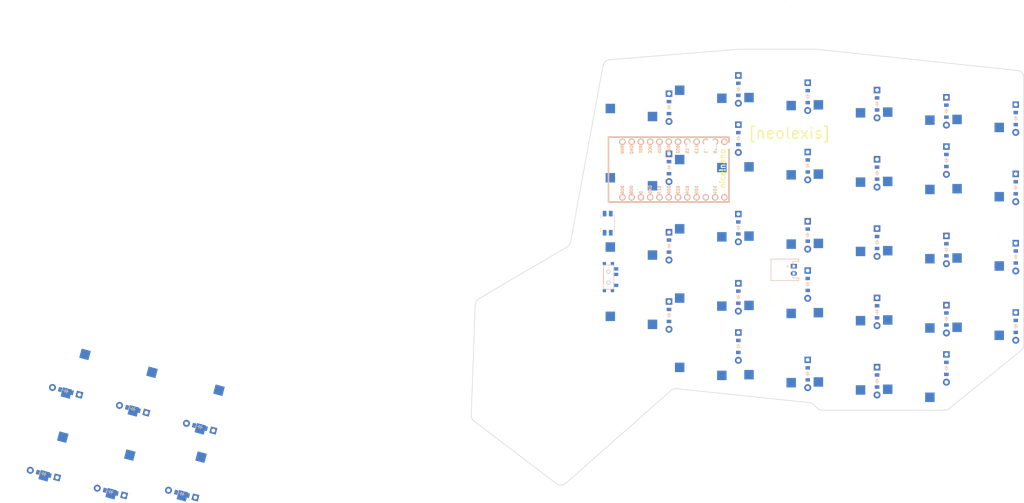
<source format=kicad_pcb>


(kicad_pcb (version 20171130) (host pcbnew 5.1.6)

  (page A3)
  (title_block
    (title "right")
    (rev "v1.0.0")
    (company "Unknown")
  )

  (general
    (thickness 1.6)
  )

  (layers
    (0 F.Cu signal)
    (31 B.Cu signal)
    (32 B.Adhes user)
    (33 F.Adhes user)
    (34 B.Paste user)
    (35 F.Paste user)
    (36 B.SilkS user)
    (37 F.SilkS user)
    (38 B.Mask user)
    (39 F.Mask user)
    (40 Dwgs.User user)
    (41 Cmts.User user)
    (42 Eco1.User user)
    (43 Eco2.User user)
    (44 Edge.Cuts user)
    (45 Margin user)
    (46 B.CrtYd user)
    (47 F.CrtYd user)
    (48 B.Fab user)
    (49 F.Fab user)
  )

  (setup
    (last_trace_width 0.25)
    (trace_clearance 0.2)
    (zone_clearance 0.508)
    (zone_45_only no)
    (trace_min 0.2)
    (via_size 0.8)
    (via_drill 0.4)
    (via_min_size 0.4)
    (via_min_drill 0.3)
    (uvia_size 0.3)
    (uvia_drill 0.1)
    (uvias_allowed no)
    (uvia_min_size 0.2)
    (uvia_min_drill 0.1)
    (edge_width 0.05)
    (segment_width 0.2)
    (pcb_text_width 0.3)
    (pcb_text_size 1.5 1.5)
    (mod_edge_width 0.12)
    (mod_text_size 1 1)
    (mod_text_width 0.15)
    (pad_size 1.524 1.524)
    (pad_drill 0.762)
    (pad_to_mask_clearance 0.05)
    (aux_axis_origin 0 0)
    (visible_elements FFFFFF7F)
    (pcbplotparams
      (layerselection 0x010fc_ffffffff)
      (usegerberextensions false)
      (usegerberattributes true)
      (usegerberadvancedattributes true)
      (creategerberjobfile true)
      (excludeedgelayer true)
      (linewidth 0.100000)
      (plotframeref false)
      (viasonmask false)
      (mode 1)
      (useauxorigin false)
      (hpglpennumber 1)
      (hpglpenspeed 20)
      (hpglpendiameter 15.000000)
      (psnegative false)
      (psa4output false)
      (plotreference true)
      (plotvalue true)
      (plotinvisibletext false)
      (padsonsilk false)
      (subtractmaskfromsilk false)
      (outputformat 1)
      (mirror false)
      (drillshape 1)
      (scaleselection 1)
      (outputdirectory ""))
  )

  (net 0 "")
(net 1 "P009")
(net 2 "layer_bottom")
(net 3 "layer_home")
(net 4 "layer_in")
(net 5 "P010")
(net 6 "space_bottom")
(net 7 "space_home")
(net 8 "space_in")
(net 9 "P020")
(net 10 "mirror_one_home")
(net 11 "mirror_one_top")
(net 12 "mirror_one_num")
(net 13 "mirror_one_mod")
(net 14 "P022")
(net 15 "mirror_two_bottom")
(net 16 "mirror_two_home")
(net 17 "mirror_two_top")
(net 18 "mirror_two_num")
(net 19 "mirror_two_mod")
(net 20 "P024")
(net 21 "mirror_three_bottom")
(net 22 "mirror_three_home")
(net 23 "mirror_three_top")
(net 24 "mirror_three_num")
(net 25 "mirror_three_mod")
(net 26 "P100")
(net 27 "mirror_four_bottom")
(net 28 "mirror_four_home")
(net 29 "mirror_four_top")
(net 30 "mirror_four_num")
(net 31 "mirror_four_mod")
(net 32 "P011")
(net 33 "mirror_five_bottom")
(net 34 "mirror_five_home")
(net 35 "mirror_five_top")
(net 36 "mirror_five_num")
(net 37 "mirror_five_mod")
(net 38 "P017")
(net 39 "mirror_six_home")
(net 40 "mirror_six_top")
(net 41 "mirror_six_num")
(net 42 "mirror_six_mod")
(net 43 "P115")
(net 44 "P002")
(net 45 "P029")
(net 46 "P031")
(net 47 "P113")
(net 48 "RAW")
(net 49 "GND")
(net 50 "RST")
(net 51 "VCC")
(net 52 "P111")
(net 53 "P006")
(net 54 "P008")
(net 55 "P104")
(net 56 "P106")
(net 57 "pos")

  (net_class Default "This is the default net class."
    (clearance 0.2)
    (trace_width 0.25)
    (via_dia 0.8)
    (via_drill 0.4)
    (uvia_dia 0.3)
    (uvia_drill 0.1)
    (add_net "")
(add_net "P009")
(add_net "layer_bottom")
(add_net "layer_home")
(add_net "layer_in")
(add_net "P010")
(add_net "space_bottom")
(add_net "space_home")
(add_net "space_in")
(add_net "P020")
(add_net "mirror_one_home")
(add_net "mirror_one_top")
(add_net "mirror_one_num")
(add_net "mirror_one_mod")
(add_net "P022")
(add_net "mirror_two_bottom")
(add_net "mirror_two_home")
(add_net "mirror_two_top")
(add_net "mirror_two_num")
(add_net "mirror_two_mod")
(add_net "P024")
(add_net "mirror_three_bottom")
(add_net "mirror_three_home")
(add_net "mirror_three_top")
(add_net "mirror_three_num")
(add_net "mirror_three_mod")
(add_net "P100")
(add_net "mirror_four_bottom")
(add_net "mirror_four_home")
(add_net "mirror_four_top")
(add_net "mirror_four_num")
(add_net "mirror_four_mod")
(add_net "P011")
(add_net "mirror_five_bottom")
(add_net "mirror_five_home")
(add_net "mirror_five_top")
(add_net "mirror_five_num")
(add_net "mirror_five_mod")
(add_net "P017")
(add_net "mirror_six_home")
(add_net "mirror_six_top")
(add_net "mirror_six_num")
(add_net "mirror_six_mod")
(add_net "P115")
(add_net "P002")
(add_net "P029")
(add_net "P031")
(add_net "P113")
(add_net "RAW")
(add_net "GND")
(add_net "RST")
(add_net "VCC")
(add_net "P111")
(add_net "P006")
(add_net "P008")
(add_net "P104")
(add_net "P106")
(add_net "pos")
  )

  
        
      (module PG1350 (layer F.Cu) (tedit 5DD50112)
      (at 248 122 255)

      
      (fp_text reference "S1" (at 0 0) (layer F.SilkS) hide (effects (font (size 1.27 1.27) (thickness 0.15))))
      (fp_text value "" (at 0 0) (layer F.SilkS) hide (effects (font (size 1.27 1.27) (thickness 0.15))))

      
      (fp_line (start -7 -6) (end -7 -7) (layer Dwgs.User) (width 0.15))
      (fp_line (start -7 7) (end -6 7) (layer Dwgs.User) (width 0.15))
      (fp_line (start -6 -7) (end -7 -7) (layer Dwgs.User) (width 0.15))
      (fp_line (start -7 7) (end -7 6) (layer Dwgs.User) (width 0.15))
      (fp_line (start 7 6) (end 7 7) (layer Dwgs.User) (width 0.15))
      (fp_line (start 7 -7) (end 6 -7) (layer Dwgs.User) (width 0.15))
      (fp_line (start 6 7) (end 7 7) (layer Dwgs.User) (width 0.15))
      (fp_line (start 7 -7) (end 7 -6) (layer Dwgs.User) (width 0.15))      
      
      
      (pad "" np_thru_hole circle (at 0 0) (size 3.429 3.429) (drill 3.429) (layers *.Cu *.Mask))
        
      
      (pad "" np_thru_hole circle (at 5.5 0) (size 1.7018 1.7018) (drill 1.7018) (layers *.Cu *.Mask))
      (pad "" np_thru_hole circle (at -5.5 0) (size 1.7018 1.7018) (drill 1.7018) (layers *.Cu *.Mask))
      
        
      
      (fp_line (start -9 -8.5) (end 9 -8.5) (layer Dwgs.User) (width 0.15))
      (fp_line (start 9 -8.5) (end 9 8.5) (layer Dwgs.User) (width 0.15))
      (fp_line (start 9 8.5) (end -9 8.5) (layer Dwgs.User) (width 0.15))
      (fp_line (start -9 8.5) (end -9 -8.5) (layer Dwgs.User) (width 0.15))
      
        
          
          (pad "" np_thru_hole circle (at 5 -3.75) (size 3 3) (drill 3) (layers *.Cu *.Mask))
          (pad "" np_thru_hole circle (at 0 -5.95) (size 3 3) (drill 3) (layers *.Cu *.Mask))
      
          
          (pad 1 smd rect (at -3.275 -5.95 255) (size 2.6 2.6) (layers B.Cu B.Paste B.Mask)  (net 1 "P009"))
          (pad 2 smd rect (at 8.275 -3.75 255) (size 2.6 2.6) (layers B.Cu B.Paste B.Mask)  (net 2 "layer_bottom"))
        )
        

        
      (module PG1350 (layer F.Cu) (tedit 5DD50112)
      (at 228.48272359999999 121.4291043 255)

      
      (fp_text reference "S2" (at 0 0) (layer F.SilkS) hide (effects (font (size 1.27 1.27) (thickness 0.15))))
      (fp_text value "" (at 0 0) (layer F.SilkS) hide (effects (font (size 1.27 1.27) (thickness 0.15))))

      
      (fp_line (start -7 -6) (end -7 -7) (layer Dwgs.User) (width 0.15))
      (fp_line (start -7 7) (end -6 7) (layer Dwgs.User) (width 0.15))
      (fp_line (start -6 -7) (end -7 -7) (layer Dwgs.User) (width 0.15))
      (fp_line (start -7 7) (end -7 6) (layer Dwgs.User) (width 0.15))
      (fp_line (start 7 6) (end 7 7) (layer Dwgs.User) (width 0.15))
      (fp_line (start 7 -7) (end 6 -7) (layer Dwgs.User) (width 0.15))
      (fp_line (start 6 7) (end 7 7) (layer Dwgs.User) (width 0.15))
      (fp_line (start 7 -7) (end 7 -6) (layer Dwgs.User) (width 0.15))      
      
      
      (pad "" np_thru_hole circle (at 0 0) (size 3.429 3.429) (drill 3.429) (layers *.Cu *.Mask))
        
      
      (pad "" np_thru_hole circle (at 5.5 0) (size 1.7018 1.7018) (drill 1.7018) (layers *.Cu *.Mask))
      (pad "" np_thru_hole circle (at -5.5 0) (size 1.7018 1.7018) (drill 1.7018) (layers *.Cu *.Mask))
      
        
      
      (fp_line (start -9 -8.5) (end 9 -8.5) (layer Dwgs.User) (width 0.15))
      (fp_line (start 9 -8.5) (end 9 8.5) (layer Dwgs.User) (width 0.15))
      (fp_line (start 9 8.5) (end -9 8.5) (layer Dwgs.User) (width 0.15))
      (fp_line (start -9 8.5) (end -9 -8.5) (layer Dwgs.User) (width 0.15))
      
        
          
          (pad "" np_thru_hole circle (at 5 -3.75) (size 3 3) (drill 3) (layers *.Cu *.Mask))
          (pad "" np_thru_hole circle (at 0 -5.95) (size 3 3) (drill 3) (layers *.Cu *.Mask))
      
          
          (pad 1 smd rect (at -3.275 -5.95 255) (size 2.6 2.6) (layers B.Cu B.Paste B.Mask)  (net 1 "P009"))
          (pad 2 smd rect (at 8.275 -3.75 255) (size 2.6 2.6) (layers B.Cu B.Paste B.Mask)  (net 3 "layer_home"))
        )
        

        
      (module PG1350 (layer F.Cu) (tedit 5DD50112)
      (at 210.13013289999998 116.51154240000001 255)

      
      (fp_text reference "S3" (at 0 0) (layer F.SilkS) hide (effects (font (size 1.27 1.27) (thickness 0.15))))
      (fp_text value "" (at 0 0) (layer F.SilkS) hide (effects (font (size 1.27 1.27) (thickness 0.15))))

      
      (fp_line (start -7 -6) (end -7 -7) (layer Dwgs.User) (width 0.15))
      (fp_line (start -7 7) (end -6 7) (layer Dwgs.User) (width 0.15))
      (fp_line (start -6 -7) (end -7 -7) (layer Dwgs.User) (width 0.15))
      (fp_line (start -7 7) (end -7 6) (layer Dwgs.User) (width 0.15))
      (fp_line (start 7 6) (end 7 7) (layer Dwgs.User) (width 0.15))
      (fp_line (start 7 -7) (end 6 -7) (layer Dwgs.User) (width 0.15))
      (fp_line (start 6 7) (end 7 7) (layer Dwgs.User) (width 0.15))
      (fp_line (start 7 -7) (end 7 -6) (layer Dwgs.User) (width 0.15))      
      
      
      (pad "" np_thru_hole circle (at 0 0) (size 3.429 3.429) (drill 3.429) (layers *.Cu *.Mask))
        
      
      (pad "" np_thru_hole circle (at 5.5 0) (size 1.7018 1.7018) (drill 1.7018) (layers *.Cu *.Mask))
      (pad "" np_thru_hole circle (at -5.5 0) (size 1.7018 1.7018) (drill 1.7018) (layers *.Cu *.Mask))
      
        
      
      (fp_line (start -9 -8.5) (end 9 -8.5) (layer Dwgs.User) (width 0.15))
      (fp_line (start 9 -8.5) (end 9 8.5) (layer Dwgs.User) (width 0.15))
      (fp_line (start 9 8.5) (end -9 8.5) (layer Dwgs.User) (width 0.15))
      (fp_line (start -9 8.5) (end -9 -8.5) (layer Dwgs.User) (width 0.15))
      
        
          
          (pad "" np_thru_hole circle (at 5 -3.75) (size 3 3) (drill 3) (layers *.Cu *.Mask))
          (pad "" np_thru_hole circle (at 0 -5.95) (size 3 3) (drill 3) (layers *.Cu *.Mask))
      
          
          (pad 1 smd rect (at -3.275 -5.95 255) (size 2.6 2.6) (layers B.Cu B.Paste B.Mask)  (net 1 "P009"))
          (pad 2 smd rect (at 8.275 -3.75 255) (size 2.6 2.6) (layers B.Cu B.Paste B.Mask)  (net 4 "layer_in"))
        )
        

        
      (module PG1350 (layer F.Cu) (tedit 5DD50112)
      (at 252.9175619 103.64740929999999 255)

      
      (fp_text reference "S4" (at 0 0) (layer F.SilkS) hide (effects (font (size 1.27 1.27) (thickness 0.15))))
      (fp_text value "" (at 0 0) (layer F.SilkS) hide (effects (font (size 1.27 1.27) (thickness 0.15))))

      
      (fp_line (start -7 -6) (end -7 -7) (layer Dwgs.User) (width 0.15))
      (fp_line (start -7 7) (end -6 7) (layer Dwgs.User) (width 0.15))
      (fp_line (start -6 -7) (end -7 -7) (layer Dwgs.User) (width 0.15))
      (fp_line (start -7 7) (end -7 6) (layer Dwgs.User) (width 0.15))
      (fp_line (start 7 6) (end 7 7) (layer Dwgs.User) (width 0.15))
      (fp_line (start 7 -7) (end 6 -7) (layer Dwgs.User) (width 0.15))
      (fp_line (start 6 7) (end 7 7) (layer Dwgs.User) (width 0.15))
      (fp_line (start 7 -7) (end 7 -6) (layer Dwgs.User) (width 0.15))      
      
      
      (pad "" np_thru_hole circle (at 0 0) (size 3.429 3.429) (drill 3.429) (layers *.Cu *.Mask))
        
      
      (pad "" np_thru_hole circle (at 5.5 0) (size 1.7018 1.7018) (drill 1.7018) (layers *.Cu *.Mask))
      (pad "" np_thru_hole circle (at -5.5 0) (size 1.7018 1.7018) (drill 1.7018) (layers *.Cu *.Mask))
      
        
      
      (fp_line (start -9 -8.5) (end 9 -8.5) (layer Dwgs.User) (width 0.15))
      (fp_line (start 9 -8.5) (end 9 8.5) (layer Dwgs.User) (width 0.15))
      (fp_line (start 9 8.5) (end -9 8.5) (layer Dwgs.User) (width 0.15))
      (fp_line (start -9 8.5) (end -9 -8.5) (layer Dwgs.User) (width 0.15))
      
        
          
          (pad "" np_thru_hole circle (at 5 -3.75) (size 3 3) (drill 3) (layers *.Cu *.Mask))
          (pad "" np_thru_hole circle (at 0 -5.95) (size 3 3) (drill 3) (layers *.Cu *.Mask))
      
          
          (pad 1 smd rect (at -3.275 -5.95 255) (size 2.6 2.6) (layers B.Cu B.Paste B.Mask)  (net 5 "P010"))
          (pad 2 smd rect (at 8.275 -3.75 255) (size 2.6 2.6) (layers B.Cu B.Paste B.Mask)  (net 6 "space_bottom"))
        )
        

        
      (module PG1350 (layer F.Cu) (tedit 5DD50112)
      (at 234.5649712 98.7298474 255)

      
      (fp_text reference "S5" (at 0 0) (layer F.SilkS) hide (effects (font (size 1.27 1.27) (thickness 0.15))))
      (fp_text value "" (at 0 0) (layer F.SilkS) hide (effects (font (size 1.27 1.27) (thickness 0.15))))

      
      (fp_line (start -7 -6) (end -7 -7) (layer Dwgs.User) (width 0.15))
      (fp_line (start -7 7) (end -6 7) (layer Dwgs.User) (width 0.15))
      (fp_line (start -6 -7) (end -7 -7) (layer Dwgs.User) (width 0.15))
      (fp_line (start -7 7) (end -7 6) (layer Dwgs.User) (width 0.15))
      (fp_line (start 7 6) (end 7 7) (layer Dwgs.User) (width 0.15))
      (fp_line (start 7 -7) (end 6 -7) (layer Dwgs.User) (width 0.15))
      (fp_line (start 6 7) (end 7 7) (layer Dwgs.User) (width 0.15))
      (fp_line (start 7 -7) (end 7 -6) (layer Dwgs.User) (width 0.15))      
      
      
      (pad "" np_thru_hole circle (at 0 0) (size 3.429 3.429) (drill 3.429) (layers *.Cu *.Mask))
        
      
      (pad "" np_thru_hole circle (at 5.5 0) (size 1.7018 1.7018) (drill 1.7018) (layers *.Cu *.Mask))
      (pad "" np_thru_hole circle (at -5.5 0) (size 1.7018 1.7018) (drill 1.7018) (layers *.Cu *.Mask))
      
        
      
      (fp_line (start -9 -8.5) (end 9 -8.5) (layer Dwgs.User) (width 0.15))
      (fp_line (start 9 -8.5) (end 9 8.5) (layer Dwgs.User) (width 0.15))
      (fp_line (start 9 8.5) (end -9 8.5) (layer Dwgs.User) (width 0.15))
      (fp_line (start -9 8.5) (end -9 -8.5) (layer Dwgs.User) (width 0.15))
      
        
          
          (pad "" np_thru_hole circle (at 5 -3.75) (size 3 3) (drill 3) (layers *.Cu *.Mask))
          (pad "" np_thru_hole circle (at 0 -5.95) (size 3 3) (drill 3) (layers *.Cu *.Mask))
      
          
          (pad 1 smd rect (at -3.275 -5.95 255) (size 2.6 2.6) (layers B.Cu B.Paste B.Mask)  (net 5 "P010"))
          (pad 2 smd rect (at 8.275 -3.75 255) (size 2.6 2.6) (layers B.Cu B.Paste B.Mask)  (net 7 "space_home"))
        )
        

        
      (module PG1350 (layer F.Cu) (tedit 5DD50112)
      (at 216.2123805 93.8122855 255)

      
      (fp_text reference "S6" (at 0 0) (layer F.SilkS) hide (effects (font (size 1.27 1.27) (thickness 0.15))))
      (fp_text value "" (at 0 0) (layer F.SilkS) hide (effects (font (size 1.27 1.27) (thickness 0.15))))

      
      (fp_line (start -7 -6) (end -7 -7) (layer Dwgs.User) (width 0.15))
      (fp_line (start -7 7) (end -6 7) (layer Dwgs.User) (width 0.15))
      (fp_line (start -6 -7) (end -7 -7) (layer Dwgs.User) (width 0.15))
      (fp_line (start -7 7) (end -7 6) (layer Dwgs.User) (width 0.15))
      (fp_line (start 7 6) (end 7 7) (layer Dwgs.User) (width 0.15))
      (fp_line (start 7 -7) (end 6 -7) (layer Dwgs.User) (width 0.15))
      (fp_line (start 6 7) (end 7 7) (layer Dwgs.User) (width 0.15))
      (fp_line (start 7 -7) (end 7 -6) (layer Dwgs.User) (width 0.15))      
      
      
      (pad "" np_thru_hole circle (at 0 0) (size 3.429 3.429) (drill 3.429) (layers *.Cu *.Mask))
        
      
      (pad "" np_thru_hole circle (at 5.5 0) (size 1.7018 1.7018) (drill 1.7018) (layers *.Cu *.Mask))
      (pad "" np_thru_hole circle (at -5.5 0) (size 1.7018 1.7018) (drill 1.7018) (layers *.Cu *.Mask))
      
        
      
      (fp_line (start -9 -8.5) (end 9 -8.5) (layer Dwgs.User) (width 0.15))
      (fp_line (start 9 -8.5) (end 9 8.5) (layer Dwgs.User) (width 0.15))
      (fp_line (start 9 8.5) (end -9 8.5) (layer Dwgs.User) (width 0.15))
      (fp_line (start -9 8.5) (end -9 -8.5) (layer Dwgs.User) (width 0.15))
      
        
          
          (pad "" np_thru_hole circle (at 5 -3.75) (size 3 3) (drill 3) (layers *.Cu *.Mask))
          (pad "" np_thru_hole circle (at 0 -5.95) (size 3 3) (drill 3) (layers *.Cu *.Mask))
      
          
          (pad 1 smd rect (at -3.275 -5.95 255) (size 2.6 2.6) (layers B.Cu B.Paste B.Mask)  (net 5 "P010"))
          (pad 2 smd rect (at 8.275 -3.75 255) (size 2.6 2.6) (layers B.Cu B.Paste B.Mask)  (net 8 "space_in"))
        )
        

        
      (module PG1350 (layer F.Cu) (tedit 5DD50112)
      (at 470 81 -180)

      
      (fp_text reference "S7" (at 0 0) (layer F.SilkS) hide (effects (font (size 1.27 1.27) (thickness 0.15))))
      (fp_text value "" (at 0 0) (layer F.SilkS) hide (effects (font (size 1.27 1.27) (thickness 0.15))))

      
      (fp_line (start -7 -6) (end -7 -7) (layer Dwgs.User) (width 0.15))
      (fp_line (start -7 7) (end -6 7) (layer Dwgs.User) (width 0.15))
      (fp_line (start -6 -7) (end -7 -7) (layer Dwgs.User) (width 0.15))
      (fp_line (start -7 7) (end -7 6) (layer Dwgs.User) (width 0.15))
      (fp_line (start 7 6) (end 7 7) (layer Dwgs.User) (width 0.15))
      (fp_line (start 7 -7) (end 6 -7) (layer Dwgs.User) (width 0.15))
      (fp_line (start 6 7) (end 7 7) (layer Dwgs.User) (width 0.15))
      (fp_line (start 7 -7) (end 7 -6) (layer Dwgs.User) (width 0.15))      
      
      
      (pad "" np_thru_hole circle (at 0 0) (size 3.429 3.429) (drill 3.429) (layers *.Cu *.Mask))
        
      
      (pad "" np_thru_hole circle (at 5.5 0) (size 1.7018 1.7018) (drill 1.7018) (layers *.Cu *.Mask))
      (pad "" np_thru_hole circle (at -5.5 0) (size 1.7018 1.7018) (drill 1.7018) (layers *.Cu *.Mask))
      
        
      
      (fp_line (start -9 -8.5) (end 9 -8.5) (layer Dwgs.User) (width 0.15))
      (fp_line (start 9 -8.5) (end 9 8.5) (layer Dwgs.User) (width 0.15))
      (fp_line (start 9 8.5) (end -9 8.5) (layer Dwgs.User) (width 0.15))
      (fp_line (start -9 8.5) (end -9 -8.5) (layer Dwgs.User) (width 0.15))
      
        
          
          (pad "" np_thru_hole circle (at 5 -3.75) (size 3 3) (drill 3) (layers *.Cu *.Mask))
          (pad "" np_thru_hole circle (at 0 -5.95) (size 3 3) (drill 3) (layers *.Cu *.Mask))
      
          
          (pad 1 smd rect (at -3.275 -5.95 -180) (size 2.6 2.6) (layers B.Cu B.Paste B.Mask)  (net 9 "P020"))
          (pad 2 smd rect (at 8.275 -3.75 -180) (size 2.6 2.6) (layers B.Cu B.Paste B.Mask)  (net 10 "mirror_one_home"))
        )
        

        
      (module PG1350 (layer F.Cu) (tedit 5DD50112)
      (at 470 62 -180)

      
      (fp_text reference "S8" (at 0 0) (layer F.SilkS) hide (effects (font (size 1.27 1.27) (thickness 0.15))))
      (fp_text value "" (at 0 0) (layer F.SilkS) hide (effects (font (size 1.27 1.27) (thickness 0.15))))

      
      (fp_line (start -7 -6) (end -7 -7) (layer Dwgs.User) (width 0.15))
      (fp_line (start -7 7) (end -6 7) (layer Dwgs.User) (width 0.15))
      (fp_line (start -6 -7) (end -7 -7) (layer Dwgs.User) (width 0.15))
      (fp_line (start -7 7) (end -7 6) (layer Dwgs.User) (width 0.15))
      (fp_line (start 7 6) (end 7 7) (layer Dwgs.User) (width 0.15))
      (fp_line (start 7 -7) (end 6 -7) (layer Dwgs.User) (width 0.15))
      (fp_line (start 6 7) (end 7 7) (layer Dwgs.User) (width 0.15))
      (fp_line (start 7 -7) (end 7 -6) (layer Dwgs.User) (width 0.15))      
      
      
      (pad "" np_thru_hole circle (at 0 0) (size 3.429 3.429) (drill 3.429) (layers *.Cu *.Mask))
        
      
      (pad "" np_thru_hole circle (at 5.5 0) (size 1.7018 1.7018) (drill 1.7018) (layers *.Cu *.Mask))
      (pad "" np_thru_hole circle (at -5.5 0) (size 1.7018 1.7018) (drill 1.7018) (layers *.Cu *.Mask))
      
        
      
      (fp_line (start -9 -8.5) (end 9 -8.5) (layer Dwgs.User) (width 0.15))
      (fp_line (start 9 -8.5) (end 9 8.5) (layer Dwgs.User) (width 0.15))
      (fp_line (start 9 8.5) (end -9 8.5) (layer Dwgs.User) (width 0.15))
      (fp_line (start -9 8.5) (end -9 -8.5) (layer Dwgs.User) (width 0.15))
      
        
          
          (pad "" np_thru_hole circle (at 5 -3.75) (size 3 3) (drill 3) (layers *.Cu *.Mask))
          (pad "" np_thru_hole circle (at 0 -5.95) (size 3 3) (drill 3) (layers *.Cu *.Mask))
      
          
          (pad 1 smd rect (at -3.275 -5.95 -180) (size 2.6 2.6) (layers B.Cu B.Paste B.Mask)  (net 9 "P020"))
          (pad 2 smd rect (at 8.275 -3.75 -180) (size 2.6 2.6) (layers B.Cu B.Paste B.Mask)  (net 11 "mirror_one_top"))
        )
        

        
      (module PG1350 (layer F.Cu) (tedit 5DD50112)
      (at 470 43 -180)

      
      (fp_text reference "S9" (at 0 0) (layer F.SilkS) hide (effects (font (size 1.27 1.27) (thickness 0.15))))
      (fp_text value "" (at 0 0) (layer F.SilkS) hide (effects (font (size 1.27 1.27) (thickness 0.15))))

      
      (fp_line (start -7 -6) (end -7 -7) (layer Dwgs.User) (width 0.15))
      (fp_line (start -7 7) (end -6 7) (layer Dwgs.User) (width 0.15))
      (fp_line (start -6 -7) (end -7 -7) (layer Dwgs.User) (width 0.15))
      (fp_line (start -7 7) (end -7 6) (layer Dwgs.User) (width 0.15))
      (fp_line (start 7 6) (end 7 7) (layer Dwgs.User) (width 0.15))
      (fp_line (start 7 -7) (end 6 -7) (layer Dwgs.User) (width 0.15))
      (fp_line (start 6 7) (end 7 7) (layer Dwgs.User) (width 0.15))
      (fp_line (start 7 -7) (end 7 -6) (layer Dwgs.User) (width 0.15))      
      
      
      (pad "" np_thru_hole circle (at 0 0) (size 3.429 3.429) (drill 3.429) (layers *.Cu *.Mask))
        
      
      (pad "" np_thru_hole circle (at 5.5 0) (size 1.7018 1.7018) (drill 1.7018) (layers *.Cu *.Mask))
      (pad "" np_thru_hole circle (at -5.5 0) (size 1.7018 1.7018) (drill 1.7018) (layers *.Cu *.Mask))
      
        
      
      (fp_line (start -9 -8.5) (end 9 -8.5) (layer Dwgs.User) (width 0.15))
      (fp_line (start 9 -8.5) (end 9 8.5) (layer Dwgs.User) (width 0.15))
      (fp_line (start 9 8.5) (end -9 8.5) (layer Dwgs.User) (width 0.15))
      (fp_line (start -9 8.5) (end -9 -8.5) (layer Dwgs.User) (width 0.15))
      
        
          
          (pad "" np_thru_hole circle (at 5 -3.75) (size 3 3) (drill 3) (layers *.Cu *.Mask))
          (pad "" np_thru_hole circle (at 0 -5.95) (size 3 3) (drill 3) (layers *.Cu *.Mask))
      
          
          (pad 1 smd rect (at -3.275 -5.95 -180) (size 2.6 2.6) (layers B.Cu B.Paste B.Mask)  (net 9 "P020"))
          (pad 2 smd rect (at 8.275 -3.75 -180) (size 2.6 2.6) (layers B.Cu B.Paste B.Mask)  (net 12 "mirror_one_num"))
        )
        

        
      (module PG1350 (layer F.Cu) (tedit 5DD50112)
      (at 470 24 -180)

      
      (fp_text reference "S10" (at 0 0) (layer F.SilkS) hide (effects (font (size 1.27 1.27) (thickness 0.15))))
      (fp_text value "" (at 0 0) (layer F.SilkS) hide (effects (font (size 1.27 1.27) (thickness 0.15))))

      
      (fp_line (start -7 -6) (end -7 -7) (layer Dwgs.User) (width 0.15))
      (fp_line (start -7 7) (end -6 7) (layer Dwgs.User) (width 0.15))
      (fp_line (start -6 -7) (end -7 -7) (layer Dwgs.User) (width 0.15))
      (fp_line (start -7 7) (end -7 6) (layer Dwgs.User) (width 0.15))
      (fp_line (start 7 6) (end 7 7) (layer Dwgs.User) (width 0.15))
      (fp_line (start 7 -7) (end 6 -7) (layer Dwgs.User) (width 0.15))
      (fp_line (start 6 7) (end 7 7) (layer Dwgs.User) (width 0.15))
      (fp_line (start 7 -7) (end 7 -6) (layer Dwgs.User) (width 0.15))      
      
      
      (pad "" np_thru_hole circle (at 0 0) (size 3.429 3.429) (drill 3.429) (layers *.Cu *.Mask))
        
      
      (pad "" np_thru_hole circle (at 5.5 0) (size 1.7018 1.7018) (drill 1.7018) (layers *.Cu *.Mask))
      (pad "" np_thru_hole circle (at -5.5 0) (size 1.7018 1.7018) (drill 1.7018) (layers *.Cu *.Mask))
      
        
      
      (fp_line (start -9 -8.5) (end 9 -8.5) (layer Dwgs.User) (width 0.15))
      (fp_line (start 9 -8.5) (end 9 8.5) (layer Dwgs.User) (width 0.15))
      (fp_line (start 9 8.5) (end -9 8.5) (layer Dwgs.User) (width 0.15))
      (fp_line (start -9 8.5) (end -9 -8.5) (layer Dwgs.User) (width 0.15))
      
        
          
          (pad "" np_thru_hole circle (at 5 -3.75) (size 3 3) (drill 3) (layers *.Cu *.Mask))
          (pad "" np_thru_hole circle (at 0 -5.95) (size 3 3) (drill 3) (layers *.Cu *.Mask))
      
          
          (pad 1 smd rect (at -3.275 -5.95 -180) (size 2.6 2.6) (layers B.Cu B.Paste B.Mask)  (net 9 "P020"))
          (pad 2 smd rect (at 8.275 -3.75 -180) (size 2.6 2.6) (layers B.Cu B.Paste B.Mask)  (net 13 "mirror_one_mod"))
        )
        

        
      (module PG1350 (layer F.Cu) (tedit 5DD50112)
      (at 451 98 -180)

      
      (fp_text reference "S11" (at 0 0) (layer F.SilkS) hide (effects (font (size 1.27 1.27) (thickness 0.15))))
      (fp_text value "" (at 0 0) (layer F.SilkS) hide (effects (font (size 1.27 1.27) (thickness 0.15))))

      
      (fp_line (start -7 -6) (end -7 -7) (layer Dwgs.User) (width 0.15))
      (fp_line (start -7 7) (end -6 7) (layer Dwgs.User) (width 0.15))
      (fp_line (start -6 -7) (end -7 -7) (layer Dwgs.User) (width 0.15))
      (fp_line (start -7 7) (end -7 6) (layer Dwgs.User) (width 0.15))
      (fp_line (start 7 6) (end 7 7) (layer Dwgs.User) (width 0.15))
      (fp_line (start 7 -7) (end 6 -7) (layer Dwgs.User) (width 0.15))
      (fp_line (start 6 7) (end 7 7) (layer Dwgs.User) (width 0.15))
      (fp_line (start 7 -7) (end 7 -6) (layer Dwgs.User) (width 0.15))      
      
      
      (pad "" np_thru_hole circle (at 0 0) (size 3.429 3.429) (drill 3.429) (layers *.Cu *.Mask))
        
      
      (pad "" np_thru_hole circle (at 5.5 0) (size 1.7018 1.7018) (drill 1.7018) (layers *.Cu *.Mask))
      (pad "" np_thru_hole circle (at -5.5 0) (size 1.7018 1.7018) (drill 1.7018) (layers *.Cu *.Mask))
      
        
      
      (fp_line (start -9 -8.5) (end 9 -8.5) (layer Dwgs.User) (width 0.15))
      (fp_line (start 9 -8.5) (end 9 8.5) (layer Dwgs.User) (width 0.15))
      (fp_line (start 9 8.5) (end -9 8.5) (layer Dwgs.User) (width 0.15))
      (fp_line (start -9 8.5) (end -9 -8.5) (layer Dwgs.User) (width 0.15))
      
        
          
          (pad "" np_thru_hole circle (at 5 -3.75) (size 3 3) (drill 3) (layers *.Cu *.Mask))
          (pad "" np_thru_hole circle (at 0 -5.95) (size 3 3) (drill 3) (layers *.Cu *.Mask))
      
          
          (pad 1 smd rect (at -3.275 -5.95 -180) (size 2.6 2.6) (layers B.Cu B.Paste B.Mask)  (net 14 "P022"))
          (pad 2 smd rect (at 8.275 -3.75 -180) (size 2.6 2.6) (layers B.Cu B.Paste B.Mask)  (net 15 "mirror_two_bottom"))
        )
        

        
      (module PG1350 (layer F.Cu) (tedit 5DD50112)
      (at 451 79 -180)

      
      (fp_text reference "S12" (at 0 0) (layer F.SilkS) hide (effects (font (size 1.27 1.27) (thickness 0.15))))
      (fp_text value "" (at 0 0) (layer F.SilkS) hide (effects (font (size 1.27 1.27) (thickness 0.15))))

      
      (fp_line (start -7 -6) (end -7 -7) (layer Dwgs.User) (width 0.15))
      (fp_line (start -7 7) (end -6 7) (layer Dwgs.User) (width 0.15))
      (fp_line (start -6 -7) (end -7 -7) (layer Dwgs.User) (width 0.15))
      (fp_line (start -7 7) (end -7 6) (layer Dwgs.User) (width 0.15))
      (fp_line (start 7 6) (end 7 7) (layer Dwgs.User) (width 0.15))
      (fp_line (start 7 -7) (end 6 -7) (layer Dwgs.User) (width 0.15))
      (fp_line (start 6 7) (end 7 7) (layer Dwgs.User) (width 0.15))
      (fp_line (start 7 -7) (end 7 -6) (layer Dwgs.User) (width 0.15))      
      
      
      (pad "" np_thru_hole circle (at 0 0) (size 3.429 3.429) (drill 3.429) (layers *.Cu *.Mask))
        
      
      (pad "" np_thru_hole circle (at 5.5 0) (size 1.7018 1.7018) (drill 1.7018) (layers *.Cu *.Mask))
      (pad "" np_thru_hole circle (at -5.5 0) (size 1.7018 1.7018) (drill 1.7018) (layers *.Cu *.Mask))
      
        
      
      (fp_line (start -9 -8.5) (end 9 -8.5) (layer Dwgs.User) (width 0.15))
      (fp_line (start 9 -8.5) (end 9 8.5) (layer Dwgs.User) (width 0.15))
      (fp_line (start 9 8.5) (end -9 8.5) (layer Dwgs.User) (width 0.15))
      (fp_line (start -9 8.5) (end -9 -8.5) (layer Dwgs.User) (width 0.15))
      
        
          
          (pad "" np_thru_hole circle (at 5 -3.75) (size 3 3) (drill 3) (layers *.Cu *.Mask))
          (pad "" np_thru_hole circle (at 0 -5.95) (size 3 3) (drill 3) (layers *.Cu *.Mask))
      
          
          (pad 1 smd rect (at -3.275 -5.95 -180) (size 2.6 2.6) (layers B.Cu B.Paste B.Mask)  (net 14 "P022"))
          (pad 2 smd rect (at 8.275 -3.75 -180) (size 2.6 2.6) (layers B.Cu B.Paste B.Mask)  (net 16 "mirror_two_home"))
        )
        

        
      (module PG1350 (layer F.Cu) (tedit 5DD50112)
      (at 451 60 -180)

      
      (fp_text reference "S13" (at 0 0) (layer F.SilkS) hide (effects (font (size 1.27 1.27) (thickness 0.15))))
      (fp_text value "" (at 0 0) (layer F.SilkS) hide (effects (font (size 1.27 1.27) (thickness 0.15))))

      
      (fp_line (start -7 -6) (end -7 -7) (layer Dwgs.User) (width 0.15))
      (fp_line (start -7 7) (end -6 7) (layer Dwgs.User) (width 0.15))
      (fp_line (start -6 -7) (end -7 -7) (layer Dwgs.User) (width 0.15))
      (fp_line (start -7 7) (end -7 6) (layer Dwgs.User) (width 0.15))
      (fp_line (start 7 6) (end 7 7) (layer Dwgs.User) (width 0.15))
      (fp_line (start 7 -7) (end 6 -7) (layer Dwgs.User) (width 0.15))
      (fp_line (start 6 7) (end 7 7) (layer Dwgs.User) (width 0.15))
      (fp_line (start 7 -7) (end 7 -6) (layer Dwgs.User) (width 0.15))      
      
      
      (pad "" np_thru_hole circle (at 0 0) (size 3.429 3.429) (drill 3.429) (layers *.Cu *.Mask))
        
      
      (pad "" np_thru_hole circle (at 5.5 0) (size 1.7018 1.7018) (drill 1.7018) (layers *.Cu *.Mask))
      (pad "" np_thru_hole circle (at -5.5 0) (size 1.7018 1.7018) (drill 1.7018) (layers *.Cu *.Mask))
      
        
      
      (fp_line (start -9 -8.5) (end 9 -8.5) (layer Dwgs.User) (width 0.15))
      (fp_line (start 9 -8.5) (end 9 8.5) (layer Dwgs.User) (width 0.15))
      (fp_line (start 9 8.5) (end -9 8.5) (layer Dwgs.User) (width 0.15))
      (fp_line (start -9 8.5) (end -9 -8.5) (layer Dwgs.User) (width 0.15))
      
        
          
          (pad "" np_thru_hole circle (at 5 -3.75) (size 3 3) (drill 3) (layers *.Cu *.Mask))
          (pad "" np_thru_hole circle (at 0 -5.95) (size 3 3) (drill 3) (layers *.Cu *.Mask))
      
          
          (pad 1 smd rect (at -3.275 -5.95 -180) (size 2.6 2.6) (layers B.Cu B.Paste B.Mask)  (net 14 "P022"))
          (pad 2 smd rect (at 8.275 -3.75 -180) (size 2.6 2.6) (layers B.Cu B.Paste B.Mask)  (net 17 "mirror_two_top"))
        )
        

        
      (module PG1350 (layer F.Cu) (tedit 5DD50112)
      (at 451 41 -180)

      
      (fp_text reference "S14" (at 0 0) (layer F.SilkS) hide (effects (font (size 1.27 1.27) (thickness 0.15))))
      (fp_text value "" (at 0 0) (layer F.SilkS) hide (effects (font (size 1.27 1.27) (thickness 0.15))))

      
      (fp_line (start -7 -6) (end -7 -7) (layer Dwgs.User) (width 0.15))
      (fp_line (start -7 7) (end -6 7) (layer Dwgs.User) (width 0.15))
      (fp_line (start -6 -7) (end -7 -7) (layer Dwgs.User) (width 0.15))
      (fp_line (start -7 7) (end -7 6) (layer Dwgs.User) (width 0.15))
      (fp_line (start 7 6) (end 7 7) (layer Dwgs.User) (width 0.15))
      (fp_line (start 7 -7) (end 6 -7) (layer Dwgs.User) (width 0.15))
      (fp_line (start 6 7) (end 7 7) (layer Dwgs.User) (width 0.15))
      (fp_line (start 7 -7) (end 7 -6) (layer Dwgs.User) (width 0.15))      
      
      
      (pad "" np_thru_hole circle (at 0 0) (size 3.429 3.429) (drill 3.429) (layers *.Cu *.Mask))
        
      
      (pad "" np_thru_hole circle (at 5.5 0) (size 1.7018 1.7018) (drill 1.7018) (layers *.Cu *.Mask))
      (pad "" np_thru_hole circle (at -5.5 0) (size 1.7018 1.7018) (drill 1.7018) (layers *.Cu *.Mask))
      
        
      
      (fp_line (start -9 -8.5) (end 9 -8.5) (layer Dwgs.User) (width 0.15))
      (fp_line (start 9 -8.5) (end 9 8.5) (layer Dwgs.User) (width 0.15))
      (fp_line (start 9 8.5) (end -9 8.5) (layer Dwgs.User) (width 0.15))
      (fp_line (start -9 8.5) (end -9 -8.5) (layer Dwgs.User) (width 0.15))
      
        
          
          (pad "" np_thru_hole circle (at 5 -3.75) (size 3 3) (drill 3) (layers *.Cu *.Mask))
          (pad "" np_thru_hole circle (at 0 -5.95) (size 3 3) (drill 3) (layers *.Cu *.Mask))
      
          
          (pad 1 smd rect (at -3.275 -5.95 -180) (size 2.6 2.6) (layers B.Cu B.Paste B.Mask)  (net 14 "P022"))
          (pad 2 smd rect (at 8.275 -3.75 -180) (size 2.6 2.6) (layers B.Cu B.Paste B.Mask)  (net 18 "mirror_two_num"))
        )
        

        
      (module PG1350 (layer F.Cu) (tedit 5DD50112)
      (at 451 22 -180)

      
      (fp_text reference "S15" (at 0 0) (layer F.SilkS) hide (effects (font (size 1.27 1.27) (thickness 0.15))))
      (fp_text value "" (at 0 0) (layer F.SilkS) hide (effects (font (size 1.27 1.27) (thickness 0.15))))

      
      (fp_line (start -7 -6) (end -7 -7) (layer Dwgs.User) (width 0.15))
      (fp_line (start -7 7) (end -6 7) (layer Dwgs.User) (width 0.15))
      (fp_line (start -6 -7) (end -7 -7) (layer Dwgs.User) (width 0.15))
      (fp_line (start -7 7) (end -7 6) (layer Dwgs.User) (width 0.15))
      (fp_line (start 7 6) (end 7 7) (layer Dwgs.User) (width 0.15))
      (fp_line (start 7 -7) (end 6 -7) (layer Dwgs.User) (width 0.15))
      (fp_line (start 6 7) (end 7 7) (layer Dwgs.User) (width 0.15))
      (fp_line (start 7 -7) (end 7 -6) (layer Dwgs.User) (width 0.15))      
      
      
      (pad "" np_thru_hole circle (at 0 0) (size 3.429 3.429) (drill 3.429) (layers *.Cu *.Mask))
        
      
      (pad "" np_thru_hole circle (at 5.5 0) (size 1.7018 1.7018) (drill 1.7018) (layers *.Cu *.Mask))
      (pad "" np_thru_hole circle (at -5.5 0) (size 1.7018 1.7018) (drill 1.7018) (layers *.Cu *.Mask))
      
        
      
      (fp_line (start -9 -8.5) (end 9 -8.5) (layer Dwgs.User) (width 0.15))
      (fp_line (start 9 -8.5) (end 9 8.5) (layer Dwgs.User) (width 0.15))
      (fp_line (start 9 8.5) (end -9 8.5) (layer Dwgs.User) (width 0.15))
      (fp_line (start -9 8.5) (end -9 -8.5) (layer Dwgs.User) (width 0.15))
      
        
          
          (pad "" np_thru_hole circle (at 5 -3.75) (size 3 3) (drill 3) (layers *.Cu *.Mask))
          (pad "" np_thru_hole circle (at 0 -5.95) (size 3 3) (drill 3) (layers *.Cu *.Mask))
      
          
          (pad 1 smd rect (at -3.275 -5.95 -180) (size 2.6 2.6) (layers B.Cu B.Paste B.Mask)  (net 14 "P022"))
          (pad 2 smd rect (at 8.275 -3.75 -180) (size 2.6 2.6) (layers B.Cu B.Paste B.Mask)  (net 19 "mirror_two_mod"))
        )
        

        
      (module PG1350 (layer F.Cu) (tedit 5DD50112)
      (at 432 96 -180)

      
      (fp_text reference "S16" (at 0 0) (layer F.SilkS) hide (effects (font (size 1.27 1.27) (thickness 0.15))))
      (fp_text value "" (at 0 0) (layer F.SilkS) hide (effects (font (size 1.27 1.27) (thickness 0.15))))

      
      (fp_line (start -7 -6) (end -7 -7) (layer Dwgs.User) (width 0.15))
      (fp_line (start -7 7) (end -6 7) (layer Dwgs.User) (width 0.15))
      (fp_line (start -6 -7) (end -7 -7) (layer Dwgs.User) (width 0.15))
      (fp_line (start -7 7) (end -7 6) (layer Dwgs.User) (width 0.15))
      (fp_line (start 7 6) (end 7 7) (layer Dwgs.User) (width 0.15))
      (fp_line (start 7 -7) (end 6 -7) (layer Dwgs.User) (width 0.15))
      (fp_line (start 6 7) (end 7 7) (layer Dwgs.User) (width 0.15))
      (fp_line (start 7 -7) (end 7 -6) (layer Dwgs.User) (width 0.15))      
      
      
      (pad "" np_thru_hole circle (at 0 0) (size 3.429 3.429) (drill 3.429) (layers *.Cu *.Mask))
        
      
      (pad "" np_thru_hole circle (at 5.5 0) (size 1.7018 1.7018) (drill 1.7018) (layers *.Cu *.Mask))
      (pad "" np_thru_hole circle (at -5.5 0) (size 1.7018 1.7018) (drill 1.7018) (layers *.Cu *.Mask))
      
        
      
      (fp_line (start -9 -8.5) (end 9 -8.5) (layer Dwgs.User) (width 0.15))
      (fp_line (start 9 -8.5) (end 9 8.5) (layer Dwgs.User) (width 0.15))
      (fp_line (start 9 8.5) (end -9 8.5) (layer Dwgs.User) (width 0.15))
      (fp_line (start -9 8.5) (end -9 -8.5) (layer Dwgs.User) (width 0.15))
      
        
          
          (pad "" np_thru_hole circle (at 5 -3.75) (size 3 3) (drill 3) (layers *.Cu *.Mask))
          (pad "" np_thru_hole circle (at 0 -5.95) (size 3 3) (drill 3) (layers *.Cu *.Mask))
      
          
          (pad 1 smd rect (at -3.275 -5.95 -180) (size 2.6 2.6) (layers B.Cu B.Paste B.Mask)  (net 20 "P024"))
          (pad 2 smd rect (at 8.275 -3.75 -180) (size 2.6 2.6) (layers B.Cu B.Paste B.Mask)  (net 21 "mirror_three_bottom"))
        )
        

        
      (module PG1350 (layer F.Cu) (tedit 5DD50112)
      (at 432 77 -180)

      
      (fp_text reference "S17" (at 0 0) (layer F.SilkS) hide (effects (font (size 1.27 1.27) (thickness 0.15))))
      (fp_text value "" (at 0 0) (layer F.SilkS) hide (effects (font (size 1.27 1.27) (thickness 0.15))))

      
      (fp_line (start -7 -6) (end -7 -7) (layer Dwgs.User) (width 0.15))
      (fp_line (start -7 7) (end -6 7) (layer Dwgs.User) (width 0.15))
      (fp_line (start -6 -7) (end -7 -7) (layer Dwgs.User) (width 0.15))
      (fp_line (start -7 7) (end -7 6) (layer Dwgs.User) (width 0.15))
      (fp_line (start 7 6) (end 7 7) (layer Dwgs.User) (width 0.15))
      (fp_line (start 7 -7) (end 6 -7) (layer Dwgs.User) (width 0.15))
      (fp_line (start 6 7) (end 7 7) (layer Dwgs.User) (width 0.15))
      (fp_line (start 7 -7) (end 7 -6) (layer Dwgs.User) (width 0.15))      
      
      
      (pad "" np_thru_hole circle (at 0 0) (size 3.429 3.429) (drill 3.429) (layers *.Cu *.Mask))
        
      
      (pad "" np_thru_hole circle (at 5.5 0) (size 1.7018 1.7018) (drill 1.7018) (layers *.Cu *.Mask))
      (pad "" np_thru_hole circle (at -5.5 0) (size 1.7018 1.7018) (drill 1.7018) (layers *.Cu *.Mask))
      
        
      
      (fp_line (start -9 -8.5) (end 9 -8.5) (layer Dwgs.User) (width 0.15))
      (fp_line (start 9 -8.5) (end 9 8.5) (layer Dwgs.User) (width 0.15))
      (fp_line (start 9 8.5) (end -9 8.5) (layer Dwgs.User) (width 0.15))
      (fp_line (start -9 8.5) (end -9 -8.5) (layer Dwgs.User) (width 0.15))
      
        
          
          (pad "" np_thru_hole circle (at 5 -3.75) (size 3 3) (drill 3) (layers *.Cu *.Mask))
          (pad "" np_thru_hole circle (at 0 -5.95) (size 3 3) (drill 3) (layers *.Cu *.Mask))
      
          
          (pad 1 smd rect (at -3.275 -5.95 -180) (size 2.6 2.6) (layers B.Cu B.Paste B.Mask)  (net 20 "P024"))
          (pad 2 smd rect (at 8.275 -3.75 -180) (size 2.6 2.6) (layers B.Cu B.Paste B.Mask)  (net 22 "mirror_three_home"))
        )
        

        
      (module PG1350 (layer F.Cu) (tedit 5DD50112)
      (at 432 58 -180)

      
      (fp_text reference "S18" (at 0 0) (layer F.SilkS) hide (effects (font (size 1.27 1.27) (thickness 0.15))))
      (fp_text value "" (at 0 0) (layer F.SilkS) hide (effects (font (size 1.27 1.27) (thickness 0.15))))

      
      (fp_line (start -7 -6) (end -7 -7) (layer Dwgs.User) (width 0.15))
      (fp_line (start -7 7) (end -6 7) (layer Dwgs.User) (width 0.15))
      (fp_line (start -6 -7) (end -7 -7) (layer Dwgs.User) (width 0.15))
      (fp_line (start -7 7) (end -7 6) (layer Dwgs.User) (width 0.15))
      (fp_line (start 7 6) (end 7 7) (layer Dwgs.User) (width 0.15))
      (fp_line (start 7 -7) (end 6 -7) (layer Dwgs.User) (width 0.15))
      (fp_line (start 6 7) (end 7 7) (layer Dwgs.User) (width 0.15))
      (fp_line (start 7 -7) (end 7 -6) (layer Dwgs.User) (width 0.15))      
      
      
      (pad "" np_thru_hole circle (at 0 0) (size 3.429 3.429) (drill 3.429) (layers *.Cu *.Mask))
        
      
      (pad "" np_thru_hole circle (at 5.5 0) (size 1.7018 1.7018) (drill 1.7018) (layers *.Cu *.Mask))
      (pad "" np_thru_hole circle (at -5.5 0) (size 1.7018 1.7018) (drill 1.7018) (layers *.Cu *.Mask))
      
        
      
      (fp_line (start -9 -8.5) (end 9 -8.5) (layer Dwgs.User) (width 0.15))
      (fp_line (start 9 -8.5) (end 9 8.5) (layer Dwgs.User) (width 0.15))
      (fp_line (start 9 8.5) (end -9 8.5) (layer Dwgs.User) (width 0.15))
      (fp_line (start -9 8.5) (end -9 -8.5) (layer Dwgs.User) (width 0.15))
      
        
          
          (pad "" np_thru_hole circle (at 5 -3.75) (size 3 3) (drill 3) (layers *.Cu *.Mask))
          (pad "" np_thru_hole circle (at 0 -5.95) (size 3 3) (drill 3) (layers *.Cu *.Mask))
      
          
          (pad 1 smd rect (at -3.275 -5.95 -180) (size 2.6 2.6) (layers B.Cu B.Paste B.Mask)  (net 20 "P024"))
          (pad 2 smd rect (at 8.275 -3.75 -180) (size 2.6 2.6) (layers B.Cu B.Paste B.Mask)  (net 23 "mirror_three_top"))
        )
        

        
      (module PG1350 (layer F.Cu) (tedit 5DD50112)
      (at 432 39 -180)

      
      (fp_text reference "S19" (at 0 0) (layer F.SilkS) hide (effects (font (size 1.27 1.27) (thickness 0.15))))
      (fp_text value "" (at 0 0) (layer F.SilkS) hide (effects (font (size 1.27 1.27) (thickness 0.15))))

      
      (fp_line (start -7 -6) (end -7 -7) (layer Dwgs.User) (width 0.15))
      (fp_line (start -7 7) (end -6 7) (layer Dwgs.User) (width 0.15))
      (fp_line (start -6 -7) (end -7 -7) (layer Dwgs.User) (width 0.15))
      (fp_line (start -7 7) (end -7 6) (layer Dwgs.User) (width 0.15))
      (fp_line (start 7 6) (end 7 7) (layer Dwgs.User) (width 0.15))
      (fp_line (start 7 -7) (end 6 -7) (layer Dwgs.User) (width 0.15))
      (fp_line (start 6 7) (end 7 7) (layer Dwgs.User) (width 0.15))
      (fp_line (start 7 -7) (end 7 -6) (layer Dwgs.User) (width 0.15))      
      
      
      (pad "" np_thru_hole circle (at 0 0) (size 3.429 3.429) (drill 3.429) (layers *.Cu *.Mask))
        
      
      (pad "" np_thru_hole circle (at 5.5 0) (size 1.7018 1.7018) (drill 1.7018) (layers *.Cu *.Mask))
      (pad "" np_thru_hole circle (at -5.5 0) (size 1.7018 1.7018) (drill 1.7018) (layers *.Cu *.Mask))
      
        
      
      (fp_line (start -9 -8.5) (end 9 -8.5) (layer Dwgs.User) (width 0.15))
      (fp_line (start 9 -8.5) (end 9 8.5) (layer Dwgs.User) (width 0.15))
      (fp_line (start 9 8.5) (end -9 8.5) (layer Dwgs.User) (width 0.15))
      (fp_line (start -9 8.5) (end -9 -8.5) (layer Dwgs.User) (width 0.15))
      
        
          
          (pad "" np_thru_hole circle (at 5 -3.75) (size 3 3) (drill 3) (layers *.Cu *.Mask))
          (pad "" np_thru_hole circle (at 0 -5.95) (size 3 3) (drill 3) (layers *.Cu *.Mask))
      
          
          (pad 1 smd rect (at -3.275 -5.95 -180) (size 2.6 2.6) (layers B.Cu B.Paste B.Mask)  (net 20 "P024"))
          (pad 2 smd rect (at 8.275 -3.75 -180) (size 2.6 2.6) (layers B.Cu B.Paste B.Mask)  (net 24 "mirror_three_num"))
        )
        

        
      (module PG1350 (layer F.Cu) (tedit 5DD50112)
      (at 432 20 -180)

      
      (fp_text reference "S20" (at 0 0) (layer F.SilkS) hide (effects (font (size 1.27 1.27) (thickness 0.15))))
      (fp_text value "" (at 0 0) (layer F.SilkS) hide (effects (font (size 1.27 1.27) (thickness 0.15))))

      
      (fp_line (start -7 -6) (end -7 -7) (layer Dwgs.User) (width 0.15))
      (fp_line (start -7 7) (end -6 7) (layer Dwgs.User) (width 0.15))
      (fp_line (start -6 -7) (end -7 -7) (layer Dwgs.User) (width 0.15))
      (fp_line (start -7 7) (end -7 6) (layer Dwgs.User) (width 0.15))
      (fp_line (start 7 6) (end 7 7) (layer Dwgs.User) (width 0.15))
      (fp_line (start 7 -7) (end 6 -7) (layer Dwgs.User) (width 0.15))
      (fp_line (start 6 7) (end 7 7) (layer Dwgs.User) (width 0.15))
      (fp_line (start 7 -7) (end 7 -6) (layer Dwgs.User) (width 0.15))      
      
      
      (pad "" np_thru_hole circle (at 0 0) (size 3.429 3.429) (drill 3.429) (layers *.Cu *.Mask))
        
      
      (pad "" np_thru_hole circle (at 5.5 0) (size 1.7018 1.7018) (drill 1.7018) (layers *.Cu *.Mask))
      (pad "" np_thru_hole circle (at -5.5 0) (size 1.7018 1.7018) (drill 1.7018) (layers *.Cu *.Mask))
      
        
      
      (fp_line (start -9 -8.5) (end 9 -8.5) (layer Dwgs.User) (width 0.15))
      (fp_line (start 9 -8.5) (end 9 8.5) (layer Dwgs.User) (width 0.15))
      (fp_line (start 9 8.5) (end -9 8.5) (layer Dwgs.User) (width 0.15))
      (fp_line (start -9 8.5) (end -9 -8.5) (layer Dwgs.User) (width 0.15))
      
        
          
          (pad "" np_thru_hole circle (at 5 -3.75) (size 3 3) (drill 3) (layers *.Cu *.Mask))
          (pad "" np_thru_hole circle (at 0 -5.95) (size 3 3) (drill 3) (layers *.Cu *.Mask))
      
          
          (pad 1 smd rect (at -3.275 -5.95 -180) (size 2.6 2.6) (layers B.Cu B.Paste B.Mask)  (net 20 "P024"))
          (pad 2 smd rect (at 8.275 -3.75 -180) (size 2.6 2.6) (layers B.Cu B.Paste B.Mask)  (net 25 "mirror_three_mod"))
        )
        

        
      (module PG1350 (layer F.Cu) (tedit 5DD50112)
      (at 413 94 -180)

      
      (fp_text reference "S21" (at 0 0) (layer F.SilkS) hide (effects (font (size 1.27 1.27) (thickness 0.15))))
      (fp_text value "" (at 0 0) (layer F.SilkS) hide (effects (font (size 1.27 1.27) (thickness 0.15))))

      
      (fp_line (start -7 -6) (end -7 -7) (layer Dwgs.User) (width 0.15))
      (fp_line (start -7 7) (end -6 7) (layer Dwgs.User) (width 0.15))
      (fp_line (start -6 -7) (end -7 -7) (layer Dwgs.User) (width 0.15))
      (fp_line (start -7 7) (end -7 6) (layer Dwgs.User) (width 0.15))
      (fp_line (start 7 6) (end 7 7) (layer Dwgs.User) (width 0.15))
      (fp_line (start 7 -7) (end 6 -7) (layer Dwgs.User) (width 0.15))
      (fp_line (start 6 7) (end 7 7) (layer Dwgs.User) (width 0.15))
      (fp_line (start 7 -7) (end 7 -6) (layer Dwgs.User) (width 0.15))      
      
      
      (pad "" np_thru_hole circle (at 0 0) (size 3.429 3.429) (drill 3.429) (layers *.Cu *.Mask))
        
      
      (pad "" np_thru_hole circle (at 5.5 0) (size 1.7018 1.7018) (drill 1.7018) (layers *.Cu *.Mask))
      (pad "" np_thru_hole circle (at -5.5 0) (size 1.7018 1.7018) (drill 1.7018) (layers *.Cu *.Mask))
      
        
      
      (fp_line (start -9 -8.5) (end 9 -8.5) (layer Dwgs.User) (width 0.15))
      (fp_line (start 9 -8.5) (end 9 8.5) (layer Dwgs.User) (width 0.15))
      (fp_line (start 9 8.5) (end -9 8.5) (layer Dwgs.User) (width 0.15))
      (fp_line (start -9 8.5) (end -9 -8.5) (layer Dwgs.User) (width 0.15))
      
        
          
          (pad "" np_thru_hole circle (at 5 -3.75) (size 3 3) (drill 3) (layers *.Cu *.Mask))
          (pad "" np_thru_hole circle (at 0 -5.95) (size 3 3) (drill 3) (layers *.Cu *.Mask))
      
          
          (pad 1 smd rect (at -3.275 -5.95 -180) (size 2.6 2.6) (layers B.Cu B.Paste B.Mask)  (net 26 "P100"))
          (pad 2 smd rect (at 8.275 -3.75 -180) (size 2.6 2.6) (layers B.Cu B.Paste B.Mask)  (net 27 "mirror_four_bottom"))
        )
        

        
      (module PG1350 (layer F.Cu) (tedit 5DD50112)
      (at 413 75 -180)

      
      (fp_text reference "S22" (at 0 0) (layer F.SilkS) hide (effects (font (size 1.27 1.27) (thickness 0.15))))
      (fp_text value "" (at 0 0) (layer F.SilkS) hide (effects (font (size 1.27 1.27) (thickness 0.15))))

      
      (fp_line (start -7 -6) (end -7 -7) (layer Dwgs.User) (width 0.15))
      (fp_line (start -7 7) (end -6 7) (layer Dwgs.User) (width 0.15))
      (fp_line (start -6 -7) (end -7 -7) (layer Dwgs.User) (width 0.15))
      (fp_line (start -7 7) (end -7 6) (layer Dwgs.User) (width 0.15))
      (fp_line (start 7 6) (end 7 7) (layer Dwgs.User) (width 0.15))
      (fp_line (start 7 -7) (end 6 -7) (layer Dwgs.User) (width 0.15))
      (fp_line (start 6 7) (end 7 7) (layer Dwgs.User) (width 0.15))
      (fp_line (start 7 -7) (end 7 -6) (layer Dwgs.User) (width 0.15))      
      
      
      (pad "" np_thru_hole circle (at 0 0) (size 3.429 3.429) (drill 3.429) (layers *.Cu *.Mask))
        
      
      (pad "" np_thru_hole circle (at 5.5 0) (size 1.7018 1.7018) (drill 1.7018) (layers *.Cu *.Mask))
      (pad "" np_thru_hole circle (at -5.5 0) (size 1.7018 1.7018) (drill 1.7018) (layers *.Cu *.Mask))
      
        
      
      (fp_line (start -9 -8.5) (end 9 -8.5) (layer Dwgs.User) (width 0.15))
      (fp_line (start 9 -8.5) (end 9 8.5) (layer Dwgs.User) (width 0.15))
      (fp_line (start 9 8.5) (end -9 8.5) (layer Dwgs.User) (width 0.15))
      (fp_line (start -9 8.5) (end -9 -8.5) (layer Dwgs.User) (width 0.15))
      
        
          
          (pad "" np_thru_hole circle (at 5 -3.75) (size 3 3) (drill 3) (layers *.Cu *.Mask))
          (pad "" np_thru_hole circle (at 0 -5.95) (size 3 3) (drill 3) (layers *.Cu *.Mask))
      
          
          (pad 1 smd rect (at -3.275 -5.95 -180) (size 2.6 2.6) (layers B.Cu B.Paste B.Mask)  (net 26 "P100"))
          (pad 2 smd rect (at 8.275 -3.75 -180) (size 2.6 2.6) (layers B.Cu B.Paste B.Mask)  (net 28 "mirror_four_home"))
        )
        

        
      (module PG1350 (layer F.Cu) (tedit 5DD50112)
      (at 413 56 -180)

      
      (fp_text reference "S23" (at 0 0) (layer F.SilkS) hide (effects (font (size 1.27 1.27) (thickness 0.15))))
      (fp_text value "" (at 0 0) (layer F.SilkS) hide (effects (font (size 1.27 1.27) (thickness 0.15))))

      
      (fp_line (start -7 -6) (end -7 -7) (layer Dwgs.User) (width 0.15))
      (fp_line (start -7 7) (end -6 7) (layer Dwgs.User) (width 0.15))
      (fp_line (start -6 -7) (end -7 -7) (layer Dwgs.User) (width 0.15))
      (fp_line (start -7 7) (end -7 6) (layer Dwgs.User) (width 0.15))
      (fp_line (start 7 6) (end 7 7) (layer Dwgs.User) (width 0.15))
      (fp_line (start 7 -7) (end 6 -7) (layer Dwgs.User) (width 0.15))
      (fp_line (start 6 7) (end 7 7) (layer Dwgs.User) (width 0.15))
      (fp_line (start 7 -7) (end 7 -6) (layer Dwgs.User) (width 0.15))      
      
      
      (pad "" np_thru_hole circle (at 0 0) (size 3.429 3.429) (drill 3.429) (layers *.Cu *.Mask))
        
      
      (pad "" np_thru_hole circle (at 5.5 0) (size 1.7018 1.7018) (drill 1.7018) (layers *.Cu *.Mask))
      (pad "" np_thru_hole circle (at -5.5 0) (size 1.7018 1.7018) (drill 1.7018) (layers *.Cu *.Mask))
      
        
      
      (fp_line (start -9 -8.5) (end 9 -8.5) (layer Dwgs.User) (width 0.15))
      (fp_line (start 9 -8.5) (end 9 8.5) (layer Dwgs.User) (width 0.15))
      (fp_line (start 9 8.5) (end -9 8.5) (layer Dwgs.User) (width 0.15))
      (fp_line (start -9 8.5) (end -9 -8.5) (layer Dwgs.User) (width 0.15))
      
        
          
          (pad "" np_thru_hole circle (at 5 -3.75) (size 3 3) (drill 3) (layers *.Cu *.Mask))
          (pad "" np_thru_hole circle (at 0 -5.95) (size 3 3) (drill 3) (layers *.Cu *.Mask))
      
          
          (pad 1 smd rect (at -3.275 -5.95 -180) (size 2.6 2.6) (layers B.Cu B.Paste B.Mask)  (net 26 "P100"))
          (pad 2 smd rect (at 8.275 -3.75 -180) (size 2.6 2.6) (layers B.Cu B.Paste B.Mask)  (net 29 "mirror_four_top"))
        )
        

        
      (module PG1350 (layer F.Cu) (tedit 5DD50112)
      (at 413 37 -180)

      
      (fp_text reference "S24" (at 0 0) (layer F.SilkS) hide (effects (font (size 1.27 1.27) (thickness 0.15))))
      (fp_text value "" (at 0 0) (layer F.SilkS) hide (effects (font (size 1.27 1.27) (thickness 0.15))))

      
      (fp_line (start -7 -6) (end -7 -7) (layer Dwgs.User) (width 0.15))
      (fp_line (start -7 7) (end -6 7) (layer Dwgs.User) (width 0.15))
      (fp_line (start -6 -7) (end -7 -7) (layer Dwgs.User) (width 0.15))
      (fp_line (start -7 7) (end -7 6) (layer Dwgs.User) (width 0.15))
      (fp_line (start 7 6) (end 7 7) (layer Dwgs.User) (width 0.15))
      (fp_line (start 7 -7) (end 6 -7) (layer Dwgs.User) (width 0.15))
      (fp_line (start 6 7) (end 7 7) (layer Dwgs.User) (width 0.15))
      (fp_line (start 7 -7) (end 7 -6) (layer Dwgs.User) (width 0.15))      
      
      
      (pad "" np_thru_hole circle (at 0 0) (size 3.429 3.429) (drill 3.429) (layers *.Cu *.Mask))
        
      
      (pad "" np_thru_hole circle (at 5.5 0) (size 1.7018 1.7018) (drill 1.7018) (layers *.Cu *.Mask))
      (pad "" np_thru_hole circle (at -5.5 0) (size 1.7018 1.7018) (drill 1.7018) (layers *.Cu *.Mask))
      
        
      
      (fp_line (start -9 -8.5) (end 9 -8.5) (layer Dwgs.User) (width 0.15))
      (fp_line (start 9 -8.5) (end 9 8.5) (layer Dwgs.User) (width 0.15))
      (fp_line (start 9 8.5) (end -9 8.5) (layer Dwgs.User) (width 0.15))
      (fp_line (start -9 8.5) (end -9 -8.5) (layer Dwgs.User) (width 0.15))
      
        
          
          (pad "" np_thru_hole circle (at 5 -3.75) (size 3 3) (drill 3) (layers *.Cu *.Mask))
          (pad "" np_thru_hole circle (at 0 -5.95) (size 3 3) (drill 3) (layers *.Cu *.Mask))
      
          
          (pad 1 smd rect (at -3.275 -5.95 -180) (size 2.6 2.6) (layers B.Cu B.Paste B.Mask)  (net 26 "P100"))
          (pad 2 smd rect (at 8.275 -3.75 -180) (size 2.6 2.6) (layers B.Cu B.Paste B.Mask)  (net 30 "mirror_four_num"))
        )
        

        
      (module PG1350 (layer F.Cu) (tedit 5DD50112)
      (at 413 18 -180)

      
      (fp_text reference "S25" (at 0 0) (layer F.SilkS) hide (effects (font (size 1.27 1.27) (thickness 0.15))))
      (fp_text value "" (at 0 0) (layer F.SilkS) hide (effects (font (size 1.27 1.27) (thickness 0.15))))

      
      (fp_line (start -7 -6) (end -7 -7) (layer Dwgs.User) (width 0.15))
      (fp_line (start -7 7) (end -6 7) (layer Dwgs.User) (width 0.15))
      (fp_line (start -6 -7) (end -7 -7) (layer Dwgs.User) (width 0.15))
      (fp_line (start -7 7) (end -7 6) (layer Dwgs.User) (width 0.15))
      (fp_line (start 7 6) (end 7 7) (layer Dwgs.User) (width 0.15))
      (fp_line (start 7 -7) (end 6 -7) (layer Dwgs.User) (width 0.15))
      (fp_line (start 6 7) (end 7 7) (layer Dwgs.User) (width 0.15))
      (fp_line (start 7 -7) (end 7 -6) (layer Dwgs.User) (width 0.15))      
      
      
      (pad "" np_thru_hole circle (at 0 0) (size 3.429 3.429) (drill 3.429) (layers *.Cu *.Mask))
        
      
      (pad "" np_thru_hole circle (at 5.5 0) (size 1.7018 1.7018) (drill 1.7018) (layers *.Cu *.Mask))
      (pad "" np_thru_hole circle (at -5.5 0) (size 1.7018 1.7018) (drill 1.7018) (layers *.Cu *.Mask))
      
        
      
      (fp_line (start -9 -8.5) (end 9 -8.5) (layer Dwgs.User) (width 0.15))
      (fp_line (start 9 -8.5) (end 9 8.5) (layer Dwgs.User) (width 0.15))
      (fp_line (start 9 8.5) (end -9 8.5) (layer Dwgs.User) (width 0.15))
      (fp_line (start -9 8.5) (end -9 -8.5) (layer Dwgs.User) (width 0.15))
      
        
          
          (pad "" np_thru_hole circle (at 5 -3.75) (size 3 3) (drill 3) (layers *.Cu *.Mask))
          (pad "" np_thru_hole circle (at 0 -5.95) (size 3 3) (drill 3) (layers *.Cu *.Mask))
      
          
          (pad 1 smd rect (at -3.275 -5.95 -180) (size 2.6 2.6) (layers B.Cu B.Paste B.Mask)  (net 26 "P100"))
          (pad 2 smd rect (at 8.275 -3.75 -180) (size 2.6 2.6) (layers B.Cu B.Paste B.Mask)  (net 31 "mirror_four_mod"))
        )
        

        
      (module PG1350 (layer F.Cu) (tedit 5DD50112)
      (at 394 92 -180)

      
      (fp_text reference "S26" (at 0 0) (layer F.SilkS) hide (effects (font (size 1.27 1.27) (thickness 0.15))))
      (fp_text value "" (at 0 0) (layer F.SilkS) hide (effects (font (size 1.27 1.27) (thickness 0.15))))

      
      (fp_line (start -7 -6) (end -7 -7) (layer Dwgs.User) (width 0.15))
      (fp_line (start -7 7) (end -6 7) (layer Dwgs.User) (width 0.15))
      (fp_line (start -6 -7) (end -7 -7) (layer Dwgs.User) (width 0.15))
      (fp_line (start -7 7) (end -7 6) (layer Dwgs.User) (width 0.15))
      (fp_line (start 7 6) (end 7 7) (layer Dwgs.User) (width 0.15))
      (fp_line (start 7 -7) (end 6 -7) (layer Dwgs.User) (width 0.15))
      (fp_line (start 6 7) (end 7 7) (layer Dwgs.User) (width 0.15))
      (fp_line (start 7 -7) (end 7 -6) (layer Dwgs.User) (width 0.15))      
      
      
      (pad "" np_thru_hole circle (at 0 0) (size 3.429 3.429) (drill 3.429) (layers *.Cu *.Mask))
        
      
      (pad "" np_thru_hole circle (at 5.5 0) (size 1.7018 1.7018) (drill 1.7018) (layers *.Cu *.Mask))
      (pad "" np_thru_hole circle (at -5.5 0) (size 1.7018 1.7018) (drill 1.7018) (layers *.Cu *.Mask))
      
        
      
      (fp_line (start -9 -8.5) (end 9 -8.5) (layer Dwgs.User) (width 0.15))
      (fp_line (start 9 -8.5) (end 9 8.5) (layer Dwgs.User) (width 0.15))
      (fp_line (start 9 8.5) (end -9 8.5) (layer Dwgs.User) (width 0.15))
      (fp_line (start -9 8.5) (end -9 -8.5) (layer Dwgs.User) (width 0.15))
      
        
          
          (pad "" np_thru_hole circle (at 5 -3.75) (size 3 3) (drill 3) (layers *.Cu *.Mask))
          (pad "" np_thru_hole circle (at 0 -5.95) (size 3 3) (drill 3) (layers *.Cu *.Mask))
      
          
          (pad 1 smd rect (at -3.275 -5.95 -180) (size 2.6 2.6) (layers B.Cu B.Paste B.Mask)  (net 32 "P011"))
          (pad 2 smd rect (at 8.275 -3.75 -180) (size 2.6 2.6) (layers B.Cu B.Paste B.Mask)  (net 33 "mirror_five_bottom"))
        )
        

        
      (module PG1350 (layer F.Cu) (tedit 5DD50112)
      (at 394 73 -180)

      
      (fp_text reference "S27" (at 0 0) (layer F.SilkS) hide (effects (font (size 1.27 1.27) (thickness 0.15))))
      (fp_text value "" (at 0 0) (layer F.SilkS) hide (effects (font (size 1.27 1.27) (thickness 0.15))))

      
      (fp_line (start -7 -6) (end -7 -7) (layer Dwgs.User) (width 0.15))
      (fp_line (start -7 7) (end -6 7) (layer Dwgs.User) (width 0.15))
      (fp_line (start -6 -7) (end -7 -7) (layer Dwgs.User) (width 0.15))
      (fp_line (start -7 7) (end -7 6) (layer Dwgs.User) (width 0.15))
      (fp_line (start 7 6) (end 7 7) (layer Dwgs.User) (width 0.15))
      (fp_line (start 7 -7) (end 6 -7) (layer Dwgs.User) (width 0.15))
      (fp_line (start 6 7) (end 7 7) (layer Dwgs.User) (width 0.15))
      (fp_line (start 7 -7) (end 7 -6) (layer Dwgs.User) (width 0.15))      
      
      
      (pad "" np_thru_hole circle (at 0 0) (size 3.429 3.429) (drill 3.429) (layers *.Cu *.Mask))
        
      
      (pad "" np_thru_hole circle (at 5.5 0) (size 1.7018 1.7018) (drill 1.7018) (layers *.Cu *.Mask))
      (pad "" np_thru_hole circle (at -5.5 0) (size 1.7018 1.7018) (drill 1.7018) (layers *.Cu *.Mask))
      
        
      
      (fp_line (start -9 -8.5) (end 9 -8.5) (layer Dwgs.User) (width 0.15))
      (fp_line (start 9 -8.5) (end 9 8.5) (layer Dwgs.User) (width 0.15))
      (fp_line (start 9 8.5) (end -9 8.5) (layer Dwgs.User) (width 0.15))
      (fp_line (start -9 8.5) (end -9 -8.5) (layer Dwgs.User) (width 0.15))
      
        
          
          (pad "" np_thru_hole circle (at 5 -3.75) (size 3 3) (drill 3) (layers *.Cu *.Mask))
          (pad "" np_thru_hole circle (at 0 -5.95) (size 3 3) (drill 3) (layers *.Cu *.Mask))
      
          
          (pad 1 smd rect (at -3.275 -5.95 -180) (size 2.6 2.6) (layers B.Cu B.Paste B.Mask)  (net 32 "P011"))
          (pad 2 smd rect (at 8.275 -3.75 -180) (size 2.6 2.6) (layers B.Cu B.Paste B.Mask)  (net 34 "mirror_five_home"))
        )
        

        
      (module PG1350 (layer F.Cu) (tedit 5DD50112)
      (at 394 54 -180)

      
      (fp_text reference "S28" (at 0 0) (layer F.SilkS) hide (effects (font (size 1.27 1.27) (thickness 0.15))))
      (fp_text value "" (at 0 0) (layer F.SilkS) hide (effects (font (size 1.27 1.27) (thickness 0.15))))

      
      (fp_line (start -7 -6) (end -7 -7) (layer Dwgs.User) (width 0.15))
      (fp_line (start -7 7) (end -6 7) (layer Dwgs.User) (width 0.15))
      (fp_line (start -6 -7) (end -7 -7) (layer Dwgs.User) (width 0.15))
      (fp_line (start -7 7) (end -7 6) (layer Dwgs.User) (width 0.15))
      (fp_line (start 7 6) (end 7 7) (layer Dwgs.User) (width 0.15))
      (fp_line (start 7 -7) (end 6 -7) (layer Dwgs.User) (width 0.15))
      (fp_line (start 6 7) (end 7 7) (layer Dwgs.User) (width 0.15))
      (fp_line (start 7 -7) (end 7 -6) (layer Dwgs.User) (width 0.15))      
      
      
      (pad "" np_thru_hole circle (at 0 0) (size 3.429 3.429) (drill 3.429) (layers *.Cu *.Mask))
        
      
      (pad "" np_thru_hole circle (at 5.5 0) (size 1.7018 1.7018) (drill 1.7018) (layers *.Cu *.Mask))
      (pad "" np_thru_hole circle (at -5.5 0) (size 1.7018 1.7018) (drill 1.7018) (layers *.Cu *.Mask))
      
        
      
      (fp_line (start -9 -8.5) (end 9 -8.5) (layer Dwgs.User) (width 0.15))
      (fp_line (start 9 -8.5) (end 9 8.5) (layer Dwgs.User) (width 0.15))
      (fp_line (start 9 8.5) (end -9 8.5) (layer Dwgs.User) (width 0.15))
      (fp_line (start -9 8.5) (end -9 -8.5) (layer Dwgs.User) (width 0.15))
      
        
          
          (pad "" np_thru_hole circle (at 5 -3.75) (size 3 3) (drill 3) (layers *.Cu *.Mask))
          (pad "" np_thru_hole circle (at 0 -5.95) (size 3 3) (drill 3) (layers *.Cu *.Mask))
      
          
          (pad 1 smd rect (at -3.275 -5.95 -180) (size 2.6 2.6) (layers B.Cu B.Paste B.Mask)  (net 32 "P011"))
          (pad 2 smd rect (at 8.275 -3.75 -180) (size 2.6 2.6) (layers B.Cu B.Paste B.Mask)  (net 35 "mirror_five_top"))
        )
        

        
      (module PG1350 (layer F.Cu) (tedit 5DD50112)
      (at 394 35 -180)

      
      (fp_text reference "S29" (at 0 0) (layer F.SilkS) hide (effects (font (size 1.27 1.27) (thickness 0.15))))
      (fp_text value "" (at 0 0) (layer F.SilkS) hide (effects (font (size 1.27 1.27) (thickness 0.15))))

      
      (fp_line (start -7 -6) (end -7 -7) (layer Dwgs.User) (width 0.15))
      (fp_line (start -7 7) (end -6 7) (layer Dwgs.User) (width 0.15))
      (fp_line (start -6 -7) (end -7 -7) (layer Dwgs.User) (width 0.15))
      (fp_line (start -7 7) (end -7 6) (layer Dwgs.User) (width 0.15))
      (fp_line (start 7 6) (end 7 7) (layer Dwgs.User) (width 0.15))
      (fp_line (start 7 -7) (end 6 -7) (layer Dwgs.User) (width 0.15))
      (fp_line (start 6 7) (end 7 7) (layer Dwgs.User) (width 0.15))
      (fp_line (start 7 -7) (end 7 -6) (layer Dwgs.User) (width 0.15))      
      
      
      (pad "" np_thru_hole circle (at 0 0) (size 3.429 3.429) (drill 3.429) (layers *.Cu *.Mask))
        
      
      (pad "" np_thru_hole circle (at 5.5 0) (size 1.7018 1.7018) (drill 1.7018) (layers *.Cu *.Mask))
      (pad "" np_thru_hole circle (at -5.5 0) (size 1.7018 1.7018) (drill 1.7018) (layers *.Cu *.Mask))
      
        
      
      (fp_line (start -9 -8.5) (end 9 -8.5) (layer Dwgs.User) (width 0.15))
      (fp_line (start 9 -8.5) (end 9 8.5) (layer Dwgs.User) (width 0.15))
      (fp_line (start 9 8.5) (end -9 8.5) (layer Dwgs.User) (width 0.15))
      (fp_line (start -9 8.5) (end -9 -8.5) (layer Dwgs.User) (width 0.15))
      
        
          
          (pad "" np_thru_hole circle (at 5 -3.75) (size 3 3) (drill 3) (layers *.Cu *.Mask))
          (pad "" np_thru_hole circle (at 0 -5.95) (size 3 3) (drill 3) (layers *.Cu *.Mask))
      
          
          (pad 1 smd rect (at -3.275 -5.95 -180) (size 2.6 2.6) (layers B.Cu B.Paste B.Mask)  (net 32 "P011"))
          (pad 2 smd rect (at 8.275 -3.75 -180) (size 2.6 2.6) (layers B.Cu B.Paste B.Mask)  (net 36 "mirror_five_num"))
        )
        

        
      (module PG1350 (layer F.Cu) (tedit 5DD50112)
      (at 394 16 -180)

      
      (fp_text reference "S30" (at 0 0) (layer F.SilkS) hide (effects (font (size 1.27 1.27) (thickness 0.15))))
      (fp_text value "" (at 0 0) (layer F.SilkS) hide (effects (font (size 1.27 1.27) (thickness 0.15))))

      
      (fp_line (start -7 -6) (end -7 -7) (layer Dwgs.User) (width 0.15))
      (fp_line (start -7 7) (end -6 7) (layer Dwgs.User) (width 0.15))
      (fp_line (start -6 -7) (end -7 -7) (layer Dwgs.User) (width 0.15))
      (fp_line (start -7 7) (end -7 6) (layer Dwgs.User) (width 0.15))
      (fp_line (start 7 6) (end 7 7) (layer Dwgs.User) (width 0.15))
      (fp_line (start 7 -7) (end 6 -7) (layer Dwgs.User) (width 0.15))
      (fp_line (start 6 7) (end 7 7) (layer Dwgs.User) (width 0.15))
      (fp_line (start 7 -7) (end 7 -6) (layer Dwgs.User) (width 0.15))      
      
      
      (pad "" np_thru_hole circle (at 0 0) (size 3.429 3.429) (drill 3.429) (layers *.Cu *.Mask))
        
      
      (pad "" np_thru_hole circle (at 5.5 0) (size 1.7018 1.7018) (drill 1.7018) (layers *.Cu *.Mask))
      (pad "" np_thru_hole circle (at -5.5 0) (size 1.7018 1.7018) (drill 1.7018) (layers *.Cu *.Mask))
      
        
      
      (fp_line (start -9 -8.5) (end 9 -8.5) (layer Dwgs.User) (width 0.15))
      (fp_line (start 9 -8.5) (end 9 8.5) (layer Dwgs.User) (width 0.15))
      (fp_line (start 9 8.5) (end -9 8.5) (layer Dwgs.User) (width 0.15))
      (fp_line (start -9 8.5) (end -9 -8.5) (layer Dwgs.User) (width 0.15))
      
        
          
          (pad "" np_thru_hole circle (at 5 -3.75) (size 3 3) (drill 3) (layers *.Cu *.Mask))
          (pad "" np_thru_hole circle (at 0 -5.95) (size 3 3) (drill 3) (layers *.Cu *.Mask))
      
          
          (pad 1 smd rect (at -3.275 -5.95 -180) (size 2.6 2.6) (layers B.Cu B.Paste B.Mask)  (net 32 "P011"))
          (pad 2 smd rect (at 8.275 -3.75 -180) (size 2.6 2.6) (layers B.Cu B.Paste B.Mask)  (net 37 "mirror_five_mod"))
        )
        

        
      (module PG1350 (layer F.Cu) (tedit 5DD50112)
      (at 375 78 -180)

      
      (fp_text reference "S31" (at 0 0) (layer F.SilkS) hide (effects (font (size 1.27 1.27) (thickness 0.15))))
      (fp_text value "" (at 0 0) (layer F.SilkS) hide (effects (font (size 1.27 1.27) (thickness 0.15))))

      
      (fp_line (start -7 -6) (end -7 -7) (layer Dwgs.User) (width 0.15))
      (fp_line (start -7 7) (end -6 7) (layer Dwgs.User) (width 0.15))
      (fp_line (start -6 -7) (end -7 -7) (layer Dwgs.User) (width 0.15))
      (fp_line (start -7 7) (end -7 6) (layer Dwgs.User) (width 0.15))
      (fp_line (start 7 6) (end 7 7) (layer Dwgs.User) (width 0.15))
      (fp_line (start 7 -7) (end 6 -7) (layer Dwgs.User) (width 0.15))
      (fp_line (start 6 7) (end 7 7) (layer Dwgs.User) (width 0.15))
      (fp_line (start 7 -7) (end 7 -6) (layer Dwgs.User) (width 0.15))      
      
      
      (pad "" np_thru_hole circle (at 0 0) (size 3.429 3.429) (drill 3.429) (layers *.Cu *.Mask))
        
      
      (pad "" np_thru_hole circle (at 5.5 0) (size 1.7018 1.7018) (drill 1.7018) (layers *.Cu *.Mask))
      (pad "" np_thru_hole circle (at -5.5 0) (size 1.7018 1.7018) (drill 1.7018) (layers *.Cu *.Mask))
      
        
      
      (fp_line (start -9 -8.5) (end 9 -8.5) (layer Dwgs.User) (width 0.15))
      (fp_line (start 9 -8.5) (end 9 8.5) (layer Dwgs.User) (width 0.15))
      (fp_line (start 9 8.5) (end -9 8.5) (layer Dwgs.User) (width 0.15))
      (fp_line (start -9 8.5) (end -9 -8.5) (layer Dwgs.User) (width 0.15))
      
        
          
          (pad "" np_thru_hole circle (at 5 -3.75) (size 3 3) (drill 3) (layers *.Cu *.Mask))
          (pad "" np_thru_hole circle (at 0 -5.95) (size 3 3) (drill 3) (layers *.Cu *.Mask))
      
          
          (pad 1 smd rect (at -3.275 -5.95 -180) (size 2.6 2.6) (layers B.Cu B.Paste B.Mask)  (net 38 "P017"))
          (pad 2 smd rect (at 8.275 -3.75 -180) (size 2.6 2.6) (layers B.Cu B.Paste B.Mask)  (net 39 "mirror_six_home"))
        )
        

        
      (module PG1350 (layer F.Cu) (tedit 5DD50112)
      (at 375 59 -180)

      
      (fp_text reference "S32" (at 0 0) (layer F.SilkS) hide (effects (font (size 1.27 1.27) (thickness 0.15))))
      (fp_text value "" (at 0 0) (layer F.SilkS) hide (effects (font (size 1.27 1.27) (thickness 0.15))))

      
      (fp_line (start -7 -6) (end -7 -7) (layer Dwgs.User) (width 0.15))
      (fp_line (start -7 7) (end -6 7) (layer Dwgs.User) (width 0.15))
      (fp_line (start -6 -7) (end -7 -7) (layer Dwgs.User) (width 0.15))
      (fp_line (start -7 7) (end -7 6) (layer Dwgs.User) (width 0.15))
      (fp_line (start 7 6) (end 7 7) (layer Dwgs.User) (width 0.15))
      (fp_line (start 7 -7) (end 6 -7) (layer Dwgs.User) (width 0.15))
      (fp_line (start 6 7) (end 7 7) (layer Dwgs.User) (width 0.15))
      (fp_line (start 7 -7) (end 7 -6) (layer Dwgs.User) (width 0.15))      
      
      
      (pad "" np_thru_hole circle (at 0 0) (size 3.429 3.429) (drill 3.429) (layers *.Cu *.Mask))
        
      
      (pad "" np_thru_hole circle (at 5.5 0) (size 1.7018 1.7018) (drill 1.7018) (layers *.Cu *.Mask))
      (pad "" np_thru_hole circle (at -5.5 0) (size 1.7018 1.7018) (drill 1.7018) (layers *.Cu *.Mask))
      
        
      
      (fp_line (start -9 -8.5) (end 9 -8.5) (layer Dwgs.User) (width 0.15))
      (fp_line (start 9 -8.5) (end 9 8.5) (layer Dwgs.User) (width 0.15))
      (fp_line (start 9 8.5) (end -9 8.5) (layer Dwgs.User) (width 0.15))
      (fp_line (start -9 8.5) (end -9 -8.5) (layer Dwgs.User) (width 0.15))
      
        
          
          (pad "" np_thru_hole circle (at 5 -3.75) (size 3 3) (drill 3) (layers *.Cu *.Mask))
          (pad "" np_thru_hole circle (at 0 -5.95) (size 3 3) (drill 3) (layers *.Cu *.Mask))
      
          
          (pad 1 smd rect (at -3.275 -5.95 -180) (size 2.6 2.6) (layers B.Cu B.Paste B.Mask)  (net 38 "P017"))
          (pad 2 smd rect (at 8.275 -3.75 -180) (size 2.6 2.6) (layers B.Cu B.Paste B.Mask)  (net 40 "mirror_six_top"))
        )
        

        
      (module PG1350 (layer F.Cu) (tedit 5DD50112)
      (at 375 40 -180)

      
      (fp_text reference "S33" (at 0 0) (layer F.SilkS) hide (effects (font (size 1.27 1.27) (thickness 0.15))))
      (fp_text value "" (at 0 0) (layer F.SilkS) hide (effects (font (size 1.27 1.27) (thickness 0.15))))

      
      (fp_line (start -7 -6) (end -7 -7) (layer Dwgs.User) (width 0.15))
      (fp_line (start -7 7) (end -6 7) (layer Dwgs.User) (width 0.15))
      (fp_line (start -6 -7) (end -7 -7) (layer Dwgs.User) (width 0.15))
      (fp_line (start -7 7) (end -7 6) (layer Dwgs.User) (width 0.15))
      (fp_line (start 7 6) (end 7 7) (layer Dwgs.User) (width 0.15))
      (fp_line (start 7 -7) (end 6 -7) (layer Dwgs.User) (width 0.15))
      (fp_line (start 6 7) (end 7 7) (layer Dwgs.User) (width 0.15))
      (fp_line (start 7 -7) (end 7 -6) (layer Dwgs.User) (width 0.15))      
      
      
      (pad "" np_thru_hole circle (at 0 0) (size 3.429 3.429) (drill 3.429) (layers *.Cu *.Mask))
        
      
      (pad "" np_thru_hole circle (at 5.5 0) (size 1.7018 1.7018) (drill 1.7018) (layers *.Cu *.Mask))
      (pad "" np_thru_hole circle (at -5.5 0) (size 1.7018 1.7018) (drill 1.7018) (layers *.Cu *.Mask))
      
        
      
      (fp_line (start -9 -8.5) (end 9 -8.5) (layer Dwgs.User) (width 0.15))
      (fp_line (start 9 -8.5) (end 9 8.5) (layer Dwgs.User) (width 0.15))
      (fp_line (start 9 8.5) (end -9 8.5) (layer Dwgs.User) (width 0.15))
      (fp_line (start -9 8.5) (end -9 -8.5) (layer Dwgs.User) (width 0.15))
      
        
          
          (pad "" np_thru_hole circle (at 5 -3.75) (size 3 3) (drill 3) (layers *.Cu *.Mask))
          (pad "" np_thru_hole circle (at 0 -5.95) (size 3 3) (drill 3) (layers *.Cu *.Mask))
      
          
          (pad 1 smd rect (at -3.275 -5.95 -180) (size 2.6 2.6) (layers B.Cu B.Paste B.Mask)  (net 38 "P017"))
          (pad 2 smd rect (at 8.275 -3.75 -180) (size 2.6 2.6) (layers B.Cu B.Paste B.Mask)  (net 41 "mirror_six_num"))
        )
        

        
      (module PG1350 (layer F.Cu) (tedit 5DD50112)
      (at 375 21 -180)

      
      (fp_text reference "S34" (at 0 0) (layer F.SilkS) hide (effects (font (size 1.27 1.27) (thickness 0.15))))
      (fp_text value "" (at 0 0) (layer F.SilkS) hide (effects (font (size 1.27 1.27) (thickness 0.15))))

      
      (fp_line (start -7 -6) (end -7 -7) (layer Dwgs.User) (width 0.15))
      (fp_line (start -7 7) (end -6 7) (layer Dwgs.User) (width 0.15))
      (fp_line (start -6 -7) (end -7 -7) (layer Dwgs.User) (width 0.15))
      (fp_line (start -7 7) (end -7 6) (layer Dwgs.User) (width 0.15))
      (fp_line (start 7 6) (end 7 7) (layer Dwgs.User) (width 0.15))
      (fp_line (start 7 -7) (end 6 -7) (layer Dwgs.User) (width 0.15))
      (fp_line (start 6 7) (end 7 7) (layer Dwgs.User) (width 0.15))
      (fp_line (start 7 -7) (end 7 -6) (layer Dwgs.User) (width 0.15))      
      
      
      (pad "" np_thru_hole circle (at 0 0) (size 3.429 3.429) (drill 3.429) (layers *.Cu *.Mask))
        
      
      (pad "" np_thru_hole circle (at 5.5 0) (size 1.7018 1.7018) (drill 1.7018) (layers *.Cu *.Mask))
      (pad "" np_thru_hole circle (at -5.5 0) (size 1.7018 1.7018) (drill 1.7018) (layers *.Cu *.Mask))
      
        
      
      (fp_line (start -9 -8.5) (end 9 -8.5) (layer Dwgs.User) (width 0.15))
      (fp_line (start 9 -8.5) (end 9 8.5) (layer Dwgs.User) (width 0.15))
      (fp_line (start 9 8.5) (end -9 8.5) (layer Dwgs.User) (width 0.15))
      (fp_line (start -9 8.5) (end -9 -8.5) (layer Dwgs.User) (width 0.15))
      
        
          
          (pad "" np_thru_hole circle (at 5 -3.75) (size 3 3) (drill 3) (layers *.Cu *.Mask))
          (pad "" np_thru_hole circle (at 0 -5.95) (size 3 3) (drill 3) (layers *.Cu *.Mask))
      
          
          (pad 1 smd rect (at -3.275 -5.95 -180) (size 2.6 2.6) (layers B.Cu B.Paste B.Mask)  (net 38 "P017"))
          (pad 2 smd rect (at 8.275 -3.75 -180) (size 2.6 2.6) (layers B.Cu B.Paste B.Mask)  (net 42 "mirror_six_mod"))
        )
        

  
    (module ComboDiode (layer F.Cu) (tedit 5B24D78E)


        (at 249.36195179999999 130.4400881 165)

        
        (fp_text reference "D1" (at 0 0) (layer F.SilkS) hide (effects (font (size 1.27 1.27) (thickness 0.15))))
        (fp_text value "" (at 0 0) (layer F.SilkS) hide (effects (font (size 1.27 1.27) (thickness 0.15))))
        
        
        (fp_line (start 0.25 0) (end 0.75 0) (layer F.SilkS) (width 0.1))
        (fp_line (start 0.25 0.4) (end -0.35 0) (layer F.SilkS) (width 0.1))
        (fp_line (start 0.25 -0.4) (end 0.25 0.4) (layer F.SilkS) (width 0.1))
        (fp_line (start -0.35 0) (end 0.25 -0.4) (layer F.SilkS) (width 0.1))
        (fp_line (start -0.35 0) (end -0.35 0.55) (layer F.SilkS) (width 0.1))
        (fp_line (start -0.35 0) (end -0.35 -0.55) (layer F.SilkS) (width 0.1))
        (fp_line (start -0.75 0) (end -0.35 0) (layer F.SilkS) (width 0.1))
        (fp_line (start 0.25 0) (end 0.75 0) (layer B.SilkS) (width 0.1))
        (fp_line (start 0.25 0.4) (end -0.35 0) (layer B.SilkS) (width 0.1))
        (fp_line (start 0.25 -0.4) (end 0.25 0.4) (layer B.SilkS) (width 0.1))
        (fp_line (start -0.35 0) (end 0.25 -0.4) (layer B.SilkS) (width 0.1))
        (fp_line (start -0.35 0) (end -0.35 0.55) (layer B.SilkS) (width 0.1))
        (fp_line (start -0.35 0) (end -0.35 -0.55) (layer B.SilkS) (width 0.1))
        (fp_line (start -0.75 0) (end -0.35 0) (layer B.SilkS) (width 0.1))
    
        
        (pad 1 smd rect (at -1.65 0 165) (size 0.9 1.2) (layers F.Cu F.Paste F.Mask) (net 1 "P009"))
        (pad 2 smd rect (at 1.65 0 165) (size 0.9 1.2) (layers B.Cu B.Paste B.Mask) (net 2 "layer_bottom"))
        (pad 1 smd rect (at -1.65 0 165) (size 0.9 1.2) (layers B.Cu B.Paste B.Mask) (net 1 "P009"))
        (pad 2 smd rect (at 1.65 0 165) (size 0.9 1.2) (layers F.Cu F.Paste F.Mask) (net 2 "layer_bottom"))
        
        
        (pad 1 thru_hole rect (at -3.81 0 165) (size 1.778 1.778) (drill 0.9906) (layers *.Cu *.Mask) (net 1 "P009"))
        (pad 2 thru_hole circle (at 3.81 0 165) (size 1.905 1.905) (drill 0.9906) (layers *.Cu *.Mask) (net 2 "layer_bottom"))
    )
  
    

  
    (module ComboDiode (layer F.Cu) (tedit 5B24D78E)


        (at 229.84467539999997 129.8691924 165)

        
        (fp_text reference "D2" (at 0 0) (layer F.SilkS) hide (effects (font (size 1.27 1.27) (thickness 0.15))))
        (fp_text value "" (at 0 0) (layer F.SilkS) hide (effects (font (size 1.27 1.27) (thickness 0.15))))
        
        
        (fp_line (start 0.25 0) (end 0.75 0) (layer F.SilkS) (width 0.1))
        (fp_line (start 0.25 0.4) (end -0.35 0) (layer F.SilkS) (width 0.1))
        (fp_line (start 0.25 -0.4) (end 0.25 0.4) (layer F.SilkS) (width 0.1))
        (fp_line (start -0.35 0) (end 0.25 -0.4) (layer F.SilkS) (width 0.1))
        (fp_line (start -0.35 0) (end -0.35 0.55) (layer F.SilkS) (width 0.1))
        (fp_line (start -0.35 0) (end -0.35 -0.55) (layer F.SilkS) (width 0.1))
        (fp_line (start -0.75 0) (end -0.35 0) (layer F.SilkS) (width 0.1))
        (fp_line (start 0.25 0) (end 0.75 0) (layer B.SilkS) (width 0.1))
        (fp_line (start 0.25 0.4) (end -0.35 0) (layer B.SilkS) (width 0.1))
        (fp_line (start 0.25 -0.4) (end 0.25 0.4) (layer B.SilkS) (width 0.1))
        (fp_line (start -0.35 0) (end 0.25 -0.4) (layer B.SilkS) (width 0.1))
        (fp_line (start -0.35 0) (end -0.35 0.55) (layer B.SilkS) (width 0.1))
        (fp_line (start -0.35 0) (end -0.35 -0.55) (layer B.SilkS) (width 0.1))
        (fp_line (start -0.75 0) (end -0.35 0) (layer B.SilkS) (width 0.1))
    
        
        (pad 1 smd rect (at -1.65 0 165) (size 0.9 1.2) (layers F.Cu F.Paste F.Mask) (net 5 "P010"))
        (pad 2 smd rect (at 1.65 0 165) (size 0.9 1.2) (layers B.Cu B.Paste B.Mask) (net 3 "layer_home"))
        (pad 1 smd rect (at -1.65 0 165) (size 0.9 1.2) (layers B.Cu B.Paste B.Mask) (net 5 "P010"))
        (pad 2 smd rect (at 1.65 0 165) (size 0.9 1.2) (layers F.Cu F.Paste F.Mask) (net 3 "layer_home"))
        
        
        (pad 1 thru_hole rect (at -3.81 0 165) (size 1.778 1.778) (drill 0.9906) (layers *.Cu *.Mask) (net 5 "P010"))
        (pad 2 thru_hole circle (at 3.81 0 165) (size 1.905 1.905) (drill 0.9906) (layers *.Cu *.Mask) (net 3 "layer_home"))
    )
  
    

  
    (module ComboDiode (layer F.Cu) (tedit 5B24D78E)


        (at 211.49208469999996 124.95163050000001 165)

        
        (fp_text reference "D3" (at 0 0) (layer F.SilkS) hide (effects (font (size 1.27 1.27) (thickness 0.15))))
        (fp_text value "" (at 0 0) (layer F.SilkS) hide (effects (font (size 1.27 1.27) (thickness 0.15))))
        
        
        (fp_line (start 0.25 0) (end 0.75 0) (layer F.SilkS) (width 0.1))
        (fp_line (start 0.25 0.4) (end -0.35 0) (layer F.SilkS) (width 0.1))
        (fp_line (start 0.25 -0.4) (end 0.25 0.4) (layer F.SilkS) (width 0.1))
        (fp_line (start -0.35 0) (end 0.25 -0.4) (layer F.SilkS) (width 0.1))
        (fp_line (start -0.35 0) (end -0.35 0.55) (layer F.SilkS) (width 0.1))
        (fp_line (start -0.35 0) (end -0.35 -0.55) (layer F.SilkS) (width 0.1))
        (fp_line (start -0.75 0) (end -0.35 0) (layer F.SilkS) (width 0.1))
        (fp_line (start 0.25 0) (end 0.75 0) (layer B.SilkS) (width 0.1))
        (fp_line (start 0.25 0.4) (end -0.35 0) (layer B.SilkS) (width 0.1))
        (fp_line (start 0.25 -0.4) (end 0.25 0.4) (layer B.SilkS) (width 0.1))
        (fp_line (start -0.35 0) (end 0.25 -0.4) (layer B.SilkS) (width 0.1))
        (fp_line (start -0.35 0) (end -0.35 0.55) (layer B.SilkS) (width 0.1))
        (fp_line (start -0.35 0) (end -0.35 -0.55) (layer B.SilkS) (width 0.1))
        (fp_line (start -0.75 0) (end -0.35 0) (layer B.SilkS) (width 0.1))
    
        
        (pad 1 smd rect (at -1.65 0 165) (size 0.9 1.2) (layers F.Cu F.Paste F.Mask) (net 43 "P115"))
        (pad 2 smd rect (at 1.65 0 165) (size 0.9 1.2) (layers B.Cu B.Paste B.Mask) (net 4 "layer_in"))
        (pad 1 smd rect (at -1.65 0 165) (size 0.9 1.2) (layers B.Cu B.Paste B.Mask) (net 43 "P115"))
        (pad 2 smd rect (at 1.65 0 165) (size 0.9 1.2) (layers F.Cu F.Paste F.Mask) (net 4 "layer_in"))
        
        
        (pad 1 thru_hole rect (at -3.81 0 165) (size 1.778 1.778) (drill 0.9906) (layers *.Cu *.Mask) (net 43 "P115"))
        (pad 2 thru_hole circle (at 3.81 0 165) (size 1.905 1.905) (drill 0.9906) (layers *.Cu *.Mask) (net 4 "layer_in"))
    )
  
    

  
    (module ComboDiode (layer F.Cu) (tedit 5B24D78E)


        (at 254.2795137 112.08749739999999 165)

        
        (fp_text reference "D4" (at 0 0) (layer F.SilkS) hide (effects (font (size 1.27 1.27) (thickness 0.15))))
        (fp_text value "" (at 0 0) (layer F.SilkS) hide (effects (font (size 1.27 1.27) (thickness 0.15))))
        
        
        (fp_line (start 0.25 0) (end 0.75 0) (layer F.SilkS) (width 0.1))
        (fp_line (start 0.25 0.4) (end -0.35 0) (layer F.SilkS) (width 0.1))
        (fp_line (start 0.25 -0.4) (end 0.25 0.4) (layer F.SilkS) (width 0.1))
        (fp_line (start -0.35 0) (end 0.25 -0.4) (layer F.SilkS) (width 0.1))
        (fp_line (start -0.35 0) (end -0.35 0.55) (layer F.SilkS) (width 0.1))
        (fp_line (start -0.35 0) (end -0.35 -0.55) (layer F.SilkS) (width 0.1))
        (fp_line (start -0.75 0) (end -0.35 0) (layer F.SilkS) (width 0.1))
        (fp_line (start 0.25 0) (end 0.75 0) (layer B.SilkS) (width 0.1))
        (fp_line (start 0.25 0.4) (end -0.35 0) (layer B.SilkS) (width 0.1))
        (fp_line (start 0.25 -0.4) (end 0.25 0.4) (layer B.SilkS) (width 0.1))
        (fp_line (start -0.35 0) (end 0.25 -0.4) (layer B.SilkS) (width 0.1))
        (fp_line (start -0.35 0) (end -0.35 0.55) (layer B.SilkS) (width 0.1))
        (fp_line (start -0.35 0) (end -0.35 -0.55) (layer B.SilkS) (width 0.1))
        (fp_line (start -0.75 0) (end -0.35 0) (layer B.SilkS) (width 0.1))
    
        
        (pad 1 smd rect (at -1.65 0 165) (size 0.9 1.2) (layers F.Cu F.Paste F.Mask) (net 1 "P009"))
        (pad 2 smd rect (at 1.65 0 165) (size 0.9 1.2) (layers B.Cu B.Paste B.Mask) (net 6 "space_bottom"))
        (pad 1 smd rect (at -1.65 0 165) (size 0.9 1.2) (layers B.Cu B.Paste B.Mask) (net 1 "P009"))
        (pad 2 smd rect (at 1.65 0 165) (size 0.9 1.2) (layers F.Cu F.Paste F.Mask) (net 6 "space_bottom"))
        
        
        (pad 1 thru_hole rect (at -3.81 0 165) (size 1.778 1.778) (drill 0.9906) (layers *.Cu *.Mask) (net 1 "P009"))
        (pad 2 thru_hole circle (at 3.81 0 165) (size 1.905 1.905) (drill 0.9906) (layers *.Cu *.Mask) (net 6 "space_bottom"))
    )
  
    

  
    (module ComboDiode (layer F.Cu) (tedit 5B24D78E)


        (at 235.926923 107.1699355 165)

        
        (fp_text reference "D5" (at 0 0) (layer F.SilkS) hide (effects (font (size 1.27 1.27) (thickness 0.15))))
        (fp_text value "" (at 0 0) (layer F.SilkS) hide (effects (font (size 1.27 1.27) (thickness 0.15))))
        
        
        (fp_line (start 0.25 0) (end 0.75 0) (layer F.SilkS) (width 0.1))
        (fp_line (start 0.25 0.4) (end -0.35 0) (layer F.SilkS) (width 0.1))
        (fp_line (start 0.25 -0.4) (end 0.25 0.4) (layer F.SilkS) (width 0.1))
        (fp_line (start -0.35 0) (end 0.25 -0.4) (layer F.SilkS) (width 0.1))
        (fp_line (start -0.35 0) (end -0.35 0.55) (layer F.SilkS) (width 0.1))
        (fp_line (start -0.35 0) (end -0.35 -0.55) (layer F.SilkS) (width 0.1))
        (fp_line (start -0.75 0) (end -0.35 0) (layer F.SilkS) (width 0.1))
        (fp_line (start 0.25 0) (end 0.75 0) (layer B.SilkS) (width 0.1))
        (fp_line (start 0.25 0.4) (end -0.35 0) (layer B.SilkS) (width 0.1))
        (fp_line (start 0.25 -0.4) (end 0.25 0.4) (layer B.SilkS) (width 0.1))
        (fp_line (start -0.35 0) (end 0.25 -0.4) (layer B.SilkS) (width 0.1))
        (fp_line (start -0.35 0) (end -0.35 0.55) (layer B.SilkS) (width 0.1))
        (fp_line (start -0.35 0) (end -0.35 -0.55) (layer B.SilkS) (width 0.1))
        (fp_line (start -0.75 0) (end -0.35 0) (layer B.SilkS) (width 0.1))
    
        
        (pad 1 smd rect (at -1.65 0 165) (size 0.9 1.2) (layers F.Cu F.Paste F.Mask) (net 5 "P010"))
        (pad 2 smd rect (at 1.65 0 165) (size 0.9 1.2) (layers B.Cu B.Paste B.Mask) (net 7 "space_home"))
        (pad 1 smd rect (at -1.65 0 165) (size 0.9 1.2) (layers B.Cu B.Paste B.Mask) (net 5 "P010"))
        (pad 2 smd rect (at 1.65 0 165) (size 0.9 1.2) (layers F.Cu F.Paste F.Mask) (net 7 "space_home"))
        
        
        (pad 1 thru_hole rect (at -3.81 0 165) (size 1.778 1.778) (drill 0.9906) (layers *.Cu *.Mask) (net 5 "P010"))
        (pad 2 thru_hole circle (at 3.81 0 165) (size 1.905 1.905) (drill 0.9906) (layers *.Cu *.Mask) (net 7 "space_home"))
    )
  
    

  
    (module ComboDiode (layer F.Cu) (tedit 5B24D78E)


        (at 217.57433229999998 102.2523736 165)

        
        (fp_text reference "D6" (at 0 0) (layer F.SilkS) hide (effects (font (size 1.27 1.27) (thickness 0.15))))
        (fp_text value "" (at 0 0) (layer F.SilkS) hide (effects (font (size 1.27 1.27) (thickness 0.15))))
        
        
        (fp_line (start 0.25 0) (end 0.75 0) (layer F.SilkS) (width 0.1))
        (fp_line (start 0.25 0.4) (end -0.35 0) (layer F.SilkS) (width 0.1))
        (fp_line (start 0.25 -0.4) (end 0.25 0.4) (layer F.SilkS) (width 0.1))
        (fp_line (start -0.35 0) (end 0.25 -0.4) (layer F.SilkS) (width 0.1))
        (fp_line (start -0.35 0) (end -0.35 0.55) (layer F.SilkS) (width 0.1))
        (fp_line (start -0.35 0) (end -0.35 -0.55) (layer F.SilkS) (width 0.1))
        (fp_line (start -0.75 0) (end -0.35 0) (layer F.SilkS) (width 0.1))
        (fp_line (start 0.25 0) (end 0.75 0) (layer B.SilkS) (width 0.1))
        (fp_line (start 0.25 0.4) (end -0.35 0) (layer B.SilkS) (width 0.1))
        (fp_line (start 0.25 -0.4) (end 0.25 0.4) (layer B.SilkS) (width 0.1))
        (fp_line (start -0.35 0) (end 0.25 -0.4) (layer B.SilkS) (width 0.1))
        (fp_line (start -0.35 0) (end -0.35 0.55) (layer B.SilkS) (width 0.1))
        (fp_line (start -0.35 0) (end -0.35 -0.55) (layer B.SilkS) (width 0.1))
        (fp_line (start -0.75 0) (end -0.35 0) (layer B.SilkS) (width 0.1))
    
        
        (pad 1 smd rect (at -1.65 0 165) (size 0.9 1.2) (layers F.Cu F.Paste F.Mask) (net 43 "P115"))
        (pad 2 smd rect (at 1.65 0 165) (size 0.9 1.2) (layers B.Cu B.Paste B.Mask) (net 8 "space_in"))
        (pad 1 smd rect (at -1.65 0 165) (size 0.9 1.2) (layers B.Cu B.Paste B.Mask) (net 43 "P115"))
        (pad 2 smd rect (at 1.65 0 165) (size 0.9 1.2) (layers F.Cu F.Paste F.Mask) (net 8 "space_in"))
        
        
        (pad 1 thru_hole rect (at -3.81 0 165) (size 1.778 1.778) (drill 0.9906) (layers *.Cu *.Mask) (net 43 "P115"))
        (pad 2 thru_hole circle (at 3.81 0 165) (size 1.905 1.905) (drill 0.9906) (layers *.Cu *.Mask) (net 8 "space_in"))
    )
  
    

  
    (module ComboDiode (layer F.Cu) (tedit 5B24D78E)


        (at 477.8 84.5 -90)

        
        (fp_text reference "D7" (at 0 0) (layer F.SilkS) hide (effects (font (size 1.27 1.27) (thickness 0.15))))
        (fp_text value "" (at 0 0) (layer F.SilkS) hide (effects (font (size 1.27 1.27) (thickness 0.15))))
        
        
        (fp_line (start 0.25 0) (end 0.75 0) (layer F.SilkS) (width 0.1))
        (fp_line (start 0.25 0.4) (end -0.35 0) (layer F.SilkS) (width 0.1))
        (fp_line (start 0.25 -0.4) (end 0.25 0.4) (layer F.SilkS) (width 0.1))
        (fp_line (start -0.35 0) (end 0.25 -0.4) (layer F.SilkS) (width 0.1))
        (fp_line (start -0.35 0) (end -0.35 0.55) (layer F.SilkS) (width 0.1))
        (fp_line (start -0.35 0) (end -0.35 -0.55) (layer F.SilkS) (width 0.1))
        (fp_line (start -0.75 0) (end -0.35 0) (layer F.SilkS) (width 0.1))
        (fp_line (start 0.25 0) (end 0.75 0) (layer B.SilkS) (width 0.1))
        (fp_line (start 0.25 0.4) (end -0.35 0) (layer B.SilkS) (width 0.1))
        (fp_line (start 0.25 -0.4) (end 0.25 0.4) (layer B.SilkS) (width 0.1))
        (fp_line (start -0.35 0) (end 0.25 -0.4) (layer B.SilkS) (width 0.1))
        (fp_line (start -0.35 0) (end -0.35 0.55) (layer B.SilkS) (width 0.1))
        (fp_line (start -0.35 0) (end -0.35 -0.55) (layer B.SilkS) (width 0.1))
        (fp_line (start -0.75 0) (end -0.35 0) (layer B.SilkS) (width 0.1))
    
        
        (pad 1 smd rect (at -1.65 0 -90) (size 0.9 1.2) (layers F.Cu F.Paste F.Mask) (net 43 "P115"))
        (pad 2 smd rect (at 1.65 0 -90) (size 0.9 1.2) (layers B.Cu B.Paste B.Mask) (net 10 "mirror_one_home"))
        (pad 1 smd rect (at -1.65 0 -90) (size 0.9 1.2) (layers B.Cu B.Paste B.Mask) (net 43 "P115"))
        (pad 2 smd rect (at 1.65 0 -90) (size 0.9 1.2) (layers F.Cu F.Paste F.Mask) (net 10 "mirror_one_home"))
        
        
        (pad 1 thru_hole rect (at -3.81 0 -90) (size 1.778 1.778) (drill 0.9906) (layers *.Cu *.Mask) (net 43 "P115"))
        (pad 2 thru_hole circle (at 3.81 0 -90) (size 1.905 1.905) (drill 0.9906) (layers *.Cu *.Mask) (net 10 "mirror_one_home"))
    )
  
    

  
    (module ComboDiode (layer F.Cu) (tedit 5B24D78E)


        (at 477.8 65.5 -90)

        
        (fp_text reference "D8" (at 0 0) (layer F.SilkS) hide (effects (font (size 1.27 1.27) (thickness 0.15))))
        (fp_text value "" (at 0 0) (layer F.SilkS) hide (effects (font (size 1.27 1.27) (thickness 0.15))))
        
        
        (fp_line (start 0.25 0) (end 0.75 0) (layer F.SilkS) (width 0.1))
        (fp_line (start 0.25 0.4) (end -0.35 0) (layer F.SilkS) (width 0.1))
        (fp_line (start 0.25 -0.4) (end 0.25 0.4) (layer F.SilkS) (width 0.1))
        (fp_line (start -0.35 0) (end 0.25 -0.4) (layer F.SilkS) (width 0.1))
        (fp_line (start -0.35 0) (end -0.35 0.55) (layer F.SilkS) (width 0.1))
        (fp_line (start -0.35 0) (end -0.35 -0.55) (layer F.SilkS) (width 0.1))
        (fp_line (start -0.75 0) (end -0.35 0) (layer F.SilkS) (width 0.1))
        (fp_line (start 0.25 0) (end 0.75 0) (layer B.SilkS) (width 0.1))
        (fp_line (start 0.25 0.4) (end -0.35 0) (layer B.SilkS) (width 0.1))
        (fp_line (start 0.25 -0.4) (end 0.25 0.4) (layer B.SilkS) (width 0.1))
        (fp_line (start -0.35 0) (end 0.25 -0.4) (layer B.SilkS) (width 0.1))
        (fp_line (start -0.35 0) (end -0.35 0.55) (layer B.SilkS) (width 0.1))
        (fp_line (start -0.35 0) (end -0.35 -0.55) (layer B.SilkS) (width 0.1))
        (fp_line (start -0.75 0) (end -0.35 0) (layer B.SilkS) (width 0.1))
    
        
        (pad 1 smd rect (at -1.65 0 -90) (size 0.9 1.2) (layers F.Cu F.Paste F.Mask) (net 44 "P002"))
        (pad 2 smd rect (at 1.65 0 -90) (size 0.9 1.2) (layers B.Cu B.Paste B.Mask) (net 11 "mirror_one_top"))
        (pad 1 smd rect (at -1.65 0 -90) (size 0.9 1.2) (layers B.Cu B.Paste B.Mask) (net 44 "P002"))
        (pad 2 smd rect (at 1.65 0 -90) (size 0.9 1.2) (layers F.Cu F.Paste F.Mask) (net 11 "mirror_one_top"))
        
        
        (pad 1 thru_hole rect (at -3.81 0 -90) (size 1.778 1.778) (drill 0.9906) (layers *.Cu *.Mask) (net 44 "P002"))
        (pad 2 thru_hole circle (at 3.81 0 -90) (size 1.905 1.905) (drill 0.9906) (layers *.Cu *.Mask) (net 11 "mirror_one_top"))
    )
  
    

  
    (module ComboDiode (layer F.Cu) (tedit 5B24D78E)


        (at 477.8 46.5 -90)

        
        (fp_text reference "D9" (at 0 0) (layer F.SilkS) hide (effects (font (size 1.27 1.27) (thickness 0.15))))
        (fp_text value "" (at 0 0) (layer F.SilkS) hide (effects (font (size 1.27 1.27) (thickness 0.15))))
        
        
        (fp_line (start 0.25 0) (end 0.75 0) (layer F.SilkS) (width 0.1))
        (fp_line (start 0.25 0.4) (end -0.35 0) (layer F.SilkS) (width 0.1))
        (fp_line (start 0.25 -0.4) (end 0.25 0.4) (layer F.SilkS) (width 0.1))
        (fp_line (start -0.35 0) (end 0.25 -0.4) (layer F.SilkS) (width 0.1))
        (fp_line (start -0.35 0) (end -0.35 0.55) (layer F.SilkS) (width 0.1))
        (fp_line (start -0.35 0) (end -0.35 -0.55) (layer F.SilkS) (width 0.1))
        (fp_line (start -0.75 0) (end -0.35 0) (layer F.SilkS) (width 0.1))
        (fp_line (start 0.25 0) (end 0.75 0) (layer B.SilkS) (width 0.1))
        (fp_line (start 0.25 0.4) (end -0.35 0) (layer B.SilkS) (width 0.1))
        (fp_line (start 0.25 -0.4) (end 0.25 0.4) (layer B.SilkS) (width 0.1))
        (fp_line (start -0.35 0) (end 0.25 -0.4) (layer B.SilkS) (width 0.1))
        (fp_line (start -0.35 0) (end -0.35 0.55) (layer B.SilkS) (width 0.1))
        (fp_line (start -0.35 0) (end -0.35 -0.55) (layer B.SilkS) (width 0.1))
        (fp_line (start -0.75 0) (end -0.35 0) (layer B.SilkS) (width 0.1))
    
        
        (pad 1 smd rect (at -1.65 0 -90) (size 0.9 1.2) (layers F.Cu F.Paste F.Mask) (net 45 "P029"))
        (pad 2 smd rect (at 1.65 0 -90) (size 0.9 1.2) (layers B.Cu B.Paste B.Mask) (net 12 "mirror_one_num"))
        (pad 1 smd rect (at -1.65 0 -90) (size 0.9 1.2) (layers B.Cu B.Paste B.Mask) (net 45 "P029"))
        (pad 2 smd rect (at 1.65 0 -90) (size 0.9 1.2) (layers F.Cu F.Paste F.Mask) (net 12 "mirror_one_num"))
        
        
        (pad 1 thru_hole rect (at -3.81 0 -90) (size 1.778 1.778) (drill 0.9906) (layers *.Cu *.Mask) (net 45 "P029"))
        (pad 2 thru_hole circle (at 3.81 0 -90) (size 1.905 1.905) (drill 0.9906) (layers *.Cu *.Mask) (net 12 "mirror_one_num"))
    )
  
    

  
    (module ComboDiode (layer F.Cu) (tedit 5B24D78E)


        (at 477.8 27.5 -90)

        
        (fp_text reference "D10" (at 0 0) (layer F.SilkS) hide (effects (font (size 1.27 1.27) (thickness 0.15))))
        (fp_text value "" (at 0 0) (layer F.SilkS) hide (effects (font (size 1.27 1.27) (thickness 0.15))))
        
        
        (fp_line (start 0.25 0) (end 0.75 0) (layer F.SilkS) (width 0.1))
        (fp_line (start 0.25 0.4) (end -0.35 0) (layer F.SilkS) (width 0.1))
        (fp_line (start 0.25 -0.4) (end 0.25 0.4) (layer F.SilkS) (width 0.1))
        (fp_line (start -0.35 0) (end 0.25 -0.4) (layer F.SilkS) (width 0.1))
        (fp_line (start -0.35 0) (end -0.35 0.55) (layer F.SilkS) (width 0.1))
        (fp_line (start -0.35 0) (end -0.35 -0.55) (layer F.SilkS) (width 0.1))
        (fp_line (start -0.75 0) (end -0.35 0) (layer F.SilkS) (width 0.1))
        (fp_line (start 0.25 0) (end 0.75 0) (layer B.SilkS) (width 0.1))
        (fp_line (start 0.25 0.4) (end -0.35 0) (layer B.SilkS) (width 0.1))
        (fp_line (start 0.25 -0.4) (end 0.25 0.4) (layer B.SilkS) (width 0.1))
        (fp_line (start -0.35 0) (end 0.25 -0.4) (layer B.SilkS) (width 0.1))
        (fp_line (start -0.35 0) (end -0.35 0.55) (layer B.SilkS) (width 0.1))
        (fp_line (start -0.35 0) (end -0.35 -0.55) (layer B.SilkS) (width 0.1))
        (fp_line (start -0.75 0) (end -0.35 0) (layer B.SilkS) (width 0.1))
    
        
        (pad 1 smd rect (at -1.65 0 -90) (size 0.9 1.2) (layers F.Cu F.Paste F.Mask) (net 46 "P031"))
        (pad 2 smd rect (at 1.65 0 -90) (size 0.9 1.2) (layers B.Cu B.Paste B.Mask) (net 13 "mirror_one_mod"))
        (pad 1 smd rect (at -1.65 0 -90) (size 0.9 1.2) (layers B.Cu B.Paste B.Mask) (net 46 "P031"))
        (pad 2 smd rect (at 1.65 0 -90) (size 0.9 1.2) (layers F.Cu F.Paste F.Mask) (net 13 "mirror_one_mod"))
        
        
        (pad 1 thru_hole rect (at -3.81 0 -90) (size 1.778 1.778) (drill 0.9906) (layers *.Cu *.Mask) (net 46 "P031"))
        (pad 2 thru_hole circle (at 3.81 0 -90) (size 1.905 1.905) (drill 0.9906) (layers *.Cu *.Mask) (net 13 "mirror_one_mod"))
    )
  
    

  
    (module ComboDiode (layer F.Cu) (tedit 5B24D78E)


        (at 458.8 82.5 -90)

        
        (fp_text reference "D11" (at 0 0) (layer F.SilkS) hide (effects (font (size 1.27 1.27) (thickness 0.15))))
        (fp_text value "" (at 0 0) (layer F.SilkS) hide (effects (font (size 1.27 1.27) (thickness 0.15))))
        
        
        (fp_line (start 0.25 0) (end 0.75 0) (layer F.SilkS) (width 0.1))
        (fp_line (start 0.25 0.4) (end -0.35 0) (layer F.SilkS) (width 0.1))
        (fp_line (start 0.25 -0.4) (end 0.25 0.4) (layer F.SilkS) (width 0.1))
        (fp_line (start -0.35 0) (end 0.25 -0.4) (layer F.SilkS) (width 0.1))
        (fp_line (start -0.35 0) (end -0.35 0.55) (layer F.SilkS) (width 0.1))
        (fp_line (start -0.35 0) (end -0.35 -0.55) (layer F.SilkS) (width 0.1))
        (fp_line (start -0.75 0) (end -0.35 0) (layer F.SilkS) (width 0.1))
        (fp_line (start 0.25 0) (end 0.75 0) (layer B.SilkS) (width 0.1))
        (fp_line (start 0.25 0.4) (end -0.35 0) (layer B.SilkS) (width 0.1))
        (fp_line (start 0.25 -0.4) (end 0.25 0.4) (layer B.SilkS) (width 0.1))
        (fp_line (start -0.35 0) (end 0.25 -0.4) (layer B.SilkS) (width 0.1))
        (fp_line (start -0.35 0) (end -0.35 0.55) (layer B.SilkS) (width 0.1))
        (fp_line (start -0.35 0) (end -0.35 -0.55) (layer B.SilkS) (width 0.1))
        (fp_line (start -0.75 0) (end -0.35 0) (layer B.SilkS) (width 0.1))
    
        
        (pad 1 smd rect (at -1.65 0 -90) (size 0.9 1.2) (layers F.Cu F.Paste F.Mask) (net 43 "P115"))
        (pad 2 smd rect (at 1.65 0 -90) (size 0.9 1.2) (layers B.Cu B.Paste B.Mask) (net 16 "mirror_two_home"))
        (pad 1 smd rect (at -1.65 0 -90) (size 0.9 1.2) (layers B.Cu B.Paste B.Mask) (net 43 "P115"))
        (pad 2 smd rect (at 1.65 0 -90) (size 0.9 1.2) (layers F.Cu F.Paste F.Mask) (net 16 "mirror_two_home"))
        
        
        (pad 1 thru_hole rect (at -3.81 0 -90) (size 1.778 1.778) (drill 0.9906) (layers *.Cu *.Mask) (net 43 "P115"))
        (pad 2 thru_hole circle (at 3.81 0 -90) (size 1.905 1.905) (drill 0.9906) (layers *.Cu *.Mask) (net 16 "mirror_two_home"))
    )
  
    

  
    (module ComboDiode (layer F.Cu) (tedit 5B24D78E)


        (at 458.8 63.5 -90)

        
        (fp_text reference "D12" (at 0 0) (layer F.SilkS) hide (effects (font (size 1.27 1.27) (thickness 0.15))))
        (fp_text value "" (at 0 0) (layer F.SilkS) hide (effects (font (size 1.27 1.27) (thickness 0.15))))
        
        
        (fp_line (start 0.25 0) (end 0.75 0) (layer F.SilkS) (width 0.1))
        (fp_line (start 0.25 0.4) (end -0.35 0) (layer F.SilkS) (width 0.1))
        (fp_line (start 0.25 -0.4) (end 0.25 0.4) (layer F.SilkS) (width 0.1))
        (fp_line (start -0.35 0) (end 0.25 -0.4) (layer F.SilkS) (width 0.1))
        (fp_line (start -0.35 0) (end -0.35 0.55) (layer F.SilkS) (width 0.1))
        (fp_line (start -0.35 0) (end -0.35 -0.55) (layer F.SilkS) (width 0.1))
        (fp_line (start -0.75 0) (end -0.35 0) (layer F.SilkS) (width 0.1))
        (fp_line (start 0.25 0) (end 0.75 0) (layer B.SilkS) (width 0.1))
        (fp_line (start 0.25 0.4) (end -0.35 0) (layer B.SilkS) (width 0.1))
        (fp_line (start 0.25 -0.4) (end 0.25 0.4) (layer B.SilkS) (width 0.1))
        (fp_line (start -0.35 0) (end 0.25 -0.4) (layer B.SilkS) (width 0.1))
        (fp_line (start -0.35 0) (end -0.35 0.55) (layer B.SilkS) (width 0.1))
        (fp_line (start -0.35 0) (end -0.35 -0.55) (layer B.SilkS) (width 0.1))
        (fp_line (start -0.75 0) (end -0.35 0) (layer B.SilkS) (width 0.1))
    
        
        (pad 1 smd rect (at -1.65 0 -90) (size 0.9 1.2) (layers F.Cu F.Paste F.Mask) (net 44 "P002"))
        (pad 2 smd rect (at 1.65 0 -90) (size 0.9 1.2) (layers B.Cu B.Paste B.Mask) (net 17 "mirror_two_top"))
        (pad 1 smd rect (at -1.65 0 -90) (size 0.9 1.2) (layers B.Cu B.Paste B.Mask) (net 44 "P002"))
        (pad 2 smd rect (at 1.65 0 -90) (size 0.9 1.2) (layers F.Cu F.Paste F.Mask) (net 17 "mirror_two_top"))
        
        
        (pad 1 thru_hole rect (at -3.81 0 -90) (size 1.778 1.778) (drill 0.9906) (layers *.Cu *.Mask) (net 44 "P002"))
        (pad 2 thru_hole circle (at 3.81 0 -90) (size 1.905 1.905) (drill 0.9906) (layers *.Cu *.Mask) (net 17 "mirror_two_top"))
    )
  
    

  
    (module ComboDiode (layer F.Cu) (tedit 5B24D78E)


        (at 458.8 25.5 -90)

        
        (fp_text reference "D13" (at 0 0) (layer F.SilkS) hide (effects (font (size 1.27 1.27) (thickness 0.15))))
        (fp_text value "" (at 0 0) (layer F.SilkS) hide (effects (font (size 1.27 1.27) (thickness 0.15))))
        
        
        (fp_line (start 0.25 0) (end 0.75 0) (layer F.SilkS) (width 0.1))
        (fp_line (start 0.25 0.4) (end -0.35 0) (layer F.SilkS) (width 0.1))
        (fp_line (start 0.25 -0.4) (end 0.25 0.4) (layer F.SilkS) (width 0.1))
        (fp_line (start -0.35 0) (end 0.25 -0.4) (layer F.SilkS) (width 0.1))
        (fp_line (start -0.35 0) (end -0.35 0.55) (layer F.SilkS) (width 0.1))
        (fp_line (start -0.35 0) (end -0.35 -0.55) (layer F.SilkS) (width 0.1))
        (fp_line (start -0.75 0) (end -0.35 0) (layer F.SilkS) (width 0.1))
        (fp_line (start 0.25 0) (end 0.75 0) (layer B.SilkS) (width 0.1))
        (fp_line (start 0.25 0.4) (end -0.35 0) (layer B.SilkS) (width 0.1))
        (fp_line (start 0.25 -0.4) (end 0.25 0.4) (layer B.SilkS) (width 0.1))
        (fp_line (start -0.35 0) (end 0.25 -0.4) (layer B.SilkS) (width 0.1))
        (fp_line (start -0.35 0) (end -0.35 0.55) (layer B.SilkS) (width 0.1))
        (fp_line (start -0.35 0) (end -0.35 -0.55) (layer B.SilkS) (width 0.1))
        (fp_line (start -0.75 0) (end -0.35 0) (layer B.SilkS) (width 0.1))
    
        
        (pad 1 smd rect (at -1.65 0 -90) (size 0.9 1.2) (layers F.Cu F.Paste F.Mask) (net 46 "P031"))
        (pad 2 smd rect (at 1.65 0 -90) (size 0.9 1.2) (layers B.Cu B.Paste B.Mask) (net 19 "mirror_two_mod"))
        (pad 1 smd rect (at -1.65 0 -90) (size 0.9 1.2) (layers B.Cu B.Paste B.Mask) (net 46 "P031"))
        (pad 2 smd rect (at 1.65 0 -90) (size 0.9 1.2) (layers F.Cu F.Paste F.Mask) (net 19 "mirror_two_mod"))
        
        
        (pad 1 thru_hole rect (at -3.81 0 -90) (size 1.778 1.778) (drill 0.9906) (layers *.Cu *.Mask) (net 46 "P031"))
        (pad 2 thru_hole circle (at 3.81 0 -90) (size 1.905 1.905) (drill 0.9906) (layers *.Cu *.Mask) (net 19 "mirror_two_mod"))
    )
  
    

  
    (module ComboDiode (layer F.Cu) (tedit 5B24D78E)


        (at 439.8 99.5 -90)

        
        (fp_text reference "D14" (at 0 0) (layer F.SilkS) hide (effects (font (size 1.27 1.27) (thickness 0.15))))
        (fp_text value "" (at 0 0) (layer F.SilkS) hide (effects (font (size 1.27 1.27) (thickness 0.15))))
        
        
        (fp_line (start 0.25 0) (end 0.75 0) (layer F.SilkS) (width 0.1))
        (fp_line (start 0.25 0.4) (end -0.35 0) (layer F.SilkS) (width 0.1))
        (fp_line (start 0.25 -0.4) (end 0.25 0.4) (layer F.SilkS) (width 0.1))
        (fp_line (start -0.35 0) (end 0.25 -0.4) (layer F.SilkS) (width 0.1))
        (fp_line (start -0.35 0) (end -0.35 0.55) (layer F.SilkS) (width 0.1))
        (fp_line (start -0.35 0) (end -0.35 -0.55) (layer F.SilkS) (width 0.1))
        (fp_line (start -0.75 0) (end -0.35 0) (layer F.SilkS) (width 0.1))
        (fp_line (start 0.25 0) (end 0.75 0) (layer B.SilkS) (width 0.1))
        (fp_line (start 0.25 0.4) (end -0.35 0) (layer B.SilkS) (width 0.1))
        (fp_line (start 0.25 -0.4) (end 0.25 0.4) (layer B.SilkS) (width 0.1))
        (fp_line (start -0.35 0) (end 0.25 -0.4) (layer B.SilkS) (width 0.1))
        (fp_line (start -0.35 0) (end -0.35 0.55) (layer B.SilkS) (width 0.1))
        (fp_line (start -0.35 0) (end -0.35 -0.55) (layer B.SilkS) (width 0.1))
        (fp_line (start -0.75 0) (end -0.35 0) (layer B.SilkS) (width 0.1))
    
        
        (pad 1 smd rect (at -1.65 0 -90) (size 0.9 1.2) (layers F.Cu F.Paste F.Mask) (net 47 "P113"))
        (pad 2 smd rect (at 1.65 0 -90) (size 0.9 1.2) (layers B.Cu B.Paste B.Mask) (net 21 "mirror_three_bottom"))
        (pad 1 smd rect (at -1.65 0 -90) (size 0.9 1.2) (layers B.Cu B.Paste B.Mask) (net 47 "P113"))
        (pad 2 smd rect (at 1.65 0 -90) (size 0.9 1.2) (layers F.Cu F.Paste F.Mask) (net 21 "mirror_three_bottom"))
        
        
        (pad 1 thru_hole rect (at -3.81 0 -90) (size 1.778 1.778) (drill 0.9906) (layers *.Cu *.Mask) (net 47 "P113"))
        (pad 2 thru_hole circle (at 3.81 0 -90) (size 1.905 1.905) (drill 0.9906) (layers *.Cu *.Mask) (net 21 "mirror_three_bottom"))
    )
  
    

  
    (module ComboDiode (layer F.Cu) (tedit 5B24D78E)


        (at 439.8 80.5 -90)

        
        (fp_text reference "D15" (at 0 0) (layer F.SilkS) hide (effects (font (size 1.27 1.27) (thickness 0.15))))
        (fp_text value "" (at 0 0) (layer F.SilkS) hide (effects (font (size 1.27 1.27) (thickness 0.15))))
        
        
        (fp_line (start 0.25 0) (end 0.75 0) (layer F.SilkS) (width 0.1))
        (fp_line (start 0.25 0.4) (end -0.35 0) (layer F.SilkS) (width 0.1))
        (fp_line (start 0.25 -0.4) (end 0.25 0.4) (layer F.SilkS) (width 0.1))
        (fp_line (start -0.35 0) (end 0.25 -0.4) (layer F.SilkS) (width 0.1))
        (fp_line (start -0.35 0) (end -0.35 0.55) (layer F.SilkS) (width 0.1))
        (fp_line (start -0.35 0) (end -0.35 -0.55) (layer F.SilkS) (width 0.1))
        (fp_line (start -0.75 0) (end -0.35 0) (layer F.SilkS) (width 0.1))
        (fp_line (start 0.25 0) (end 0.75 0) (layer B.SilkS) (width 0.1))
        (fp_line (start 0.25 0.4) (end -0.35 0) (layer B.SilkS) (width 0.1))
        (fp_line (start 0.25 -0.4) (end 0.25 0.4) (layer B.SilkS) (width 0.1))
        (fp_line (start -0.35 0) (end 0.25 -0.4) (layer B.SilkS) (width 0.1))
        (fp_line (start -0.35 0) (end -0.35 0.55) (layer B.SilkS) (width 0.1))
        (fp_line (start -0.35 0) (end -0.35 -0.55) (layer B.SilkS) (width 0.1))
        (fp_line (start -0.75 0) (end -0.35 0) (layer B.SilkS) (width 0.1))
    
        
        (pad 1 smd rect (at -1.65 0 -90) (size 0.9 1.2) (layers F.Cu F.Paste F.Mask) (net 43 "P115"))
        (pad 2 smd rect (at 1.65 0 -90) (size 0.9 1.2) (layers B.Cu B.Paste B.Mask) (net 22 "mirror_three_home"))
        (pad 1 smd rect (at -1.65 0 -90) (size 0.9 1.2) (layers B.Cu B.Paste B.Mask) (net 43 "P115"))
        (pad 2 smd rect (at 1.65 0 -90) (size 0.9 1.2) (layers F.Cu F.Paste F.Mask) (net 22 "mirror_three_home"))
        
        
        (pad 1 thru_hole rect (at -3.81 0 -90) (size 1.778 1.778) (drill 0.9906) (layers *.Cu *.Mask) (net 43 "P115"))
        (pad 2 thru_hole circle (at 3.81 0 -90) (size 1.905 1.905) (drill 0.9906) (layers *.Cu *.Mask) (net 22 "mirror_three_home"))
    )
  
    

  
    (module ComboDiode (layer F.Cu) (tedit 5B24D78E)


        (at 439.8 61.5 -90)

        
        (fp_text reference "D16" (at 0 0) (layer F.SilkS) hide (effects (font (size 1.27 1.27) (thickness 0.15))))
        (fp_text value "" (at 0 0) (layer F.SilkS) hide (effects (font (size 1.27 1.27) (thickness 0.15))))
        
        
        (fp_line (start 0.25 0) (end 0.75 0) (layer F.SilkS) (width 0.1))
        (fp_line (start 0.25 0.4) (end -0.35 0) (layer F.SilkS) (width 0.1))
        (fp_line (start 0.25 -0.4) (end 0.25 0.4) (layer F.SilkS) (width 0.1))
        (fp_line (start -0.35 0) (end 0.25 -0.4) (layer F.SilkS) (width 0.1))
        (fp_line (start -0.35 0) (end -0.35 0.55) (layer F.SilkS) (width 0.1))
        (fp_line (start -0.35 0) (end -0.35 -0.55) (layer F.SilkS) (width 0.1))
        (fp_line (start -0.75 0) (end -0.35 0) (layer F.SilkS) (width 0.1))
        (fp_line (start 0.25 0) (end 0.75 0) (layer B.SilkS) (width 0.1))
        (fp_line (start 0.25 0.4) (end -0.35 0) (layer B.SilkS) (width 0.1))
        (fp_line (start 0.25 -0.4) (end 0.25 0.4) (layer B.SilkS) (width 0.1))
        (fp_line (start -0.35 0) (end 0.25 -0.4) (layer B.SilkS) (width 0.1))
        (fp_line (start -0.35 0) (end -0.35 0.55) (layer B.SilkS) (width 0.1))
        (fp_line (start -0.35 0) (end -0.35 -0.55) (layer B.SilkS) (width 0.1))
        (fp_line (start -0.75 0) (end -0.35 0) (layer B.SilkS) (width 0.1))
    
        
        (pad 1 smd rect (at -1.65 0 -90) (size 0.9 1.2) (layers F.Cu F.Paste F.Mask) (net 44 "P002"))
        (pad 2 smd rect (at 1.65 0 -90) (size 0.9 1.2) (layers B.Cu B.Paste B.Mask) (net 23 "mirror_three_top"))
        (pad 1 smd rect (at -1.65 0 -90) (size 0.9 1.2) (layers B.Cu B.Paste B.Mask) (net 44 "P002"))
        (pad 2 smd rect (at 1.65 0 -90) (size 0.9 1.2) (layers F.Cu F.Paste F.Mask) (net 23 "mirror_three_top"))
        
        
        (pad 1 thru_hole rect (at -3.81 0 -90) (size 1.778 1.778) (drill 0.9906) (layers *.Cu *.Mask) (net 44 "P002"))
        (pad 2 thru_hole circle (at 3.81 0 -90) (size 1.905 1.905) (drill 0.9906) (layers *.Cu *.Mask) (net 23 "mirror_three_top"))
    )
  
    

  
    (module ComboDiode (layer F.Cu) (tedit 5B24D78E)


        (at 439.8 42.5 -90)

        
        (fp_text reference "D17" (at 0 0) (layer F.SilkS) hide (effects (font (size 1.27 1.27) (thickness 0.15))))
        (fp_text value "" (at 0 0) (layer F.SilkS) hide (effects (font (size 1.27 1.27) (thickness 0.15))))
        
        
        (fp_line (start 0.25 0) (end 0.75 0) (layer F.SilkS) (width 0.1))
        (fp_line (start 0.25 0.4) (end -0.35 0) (layer F.SilkS) (width 0.1))
        (fp_line (start 0.25 -0.4) (end 0.25 0.4) (layer F.SilkS) (width 0.1))
        (fp_line (start -0.35 0) (end 0.25 -0.4) (layer F.SilkS) (width 0.1))
        (fp_line (start -0.35 0) (end -0.35 0.55) (layer F.SilkS) (width 0.1))
        (fp_line (start -0.35 0) (end -0.35 -0.55) (layer F.SilkS) (width 0.1))
        (fp_line (start -0.75 0) (end -0.35 0) (layer F.SilkS) (width 0.1))
        (fp_line (start 0.25 0) (end 0.75 0) (layer B.SilkS) (width 0.1))
        (fp_line (start 0.25 0.4) (end -0.35 0) (layer B.SilkS) (width 0.1))
        (fp_line (start 0.25 -0.4) (end 0.25 0.4) (layer B.SilkS) (width 0.1))
        (fp_line (start -0.35 0) (end 0.25 -0.4) (layer B.SilkS) (width 0.1))
        (fp_line (start -0.35 0) (end -0.35 0.55) (layer B.SilkS) (width 0.1))
        (fp_line (start -0.35 0) (end -0.35 -0.55) (layer B.SilkS) (width 0.1))
        (fp_line (start -0.75 0) (end -0.35 0) (layer B.SilkS) (width 0.1))
    
        
        (pad 1 smd rect (at -1.65 0 -90) (size 0.9 1.2) (layers F.Cu F.Paste F.Mask) (net 45 "P029"))
        (pad 2 smd rect (at 1.65 0 -90) (size 0.9 1.2) (layers B.Cu B.Paste B.Mask) (net 24 "mirror_three_num"))
        (pad 1 smd rect (at -1.65 0 -90) (size 0.9 1.2) (layers B.Cu B.Paste B.Mask) (net 45 "P029"))
        (pad 2 smd rect (at 1.65 0 -90) (size 0.9 1.2) (layers F.Cu F.Paste F.Mask) (net 24 "mirror_three_num"))
        
        
        (pad 1 thru_hole rect (at -3.81 0 -90) (size 1.778 1.778) (drill 0.9906) (layers *.Cu *.Mask) (net 45 "P029"))
        (pad 2 thru_hole circle (at 3.81 0 -90) (size 1.905 1.905) (drill 0.9906) (layers *.Cu *.Mask) (net 24 "mirror_three_num"))
    )
  
    

  
    (module ComboDiode (layer F.Cu) (tedit 5B24D78E)


        (at 439.8 23.5 -90)

        
        (fp_text reference "D18" (at 0 0) (layer F.SilkS) hide (effects (font (size 1.27 1.27) (thickness 0.15))))
        (fp_text value "" (at 0 0) (layer F.SilkS) hide (effects (font (size 1.27 1.27) (thickness 0.15))))
        
        
        (fp_line (start 0.25 0) (end 0.75 0) (layer F.SilkS) (width 0.1))
        (fp_line (start 0.25 0.4) (end -0.35 0) (layer F.SilkS) (width 0.1))
        (fp_line (start 0.25 -0.4) (end 0.25 0.4) (layer F.SilkS) (width 0.1))
        (fp_line (start -0.35 0) (end 0.25 -0.4) (layer F.SilkS) (width 0.1))
        (fp_line (start -0.35 0) (end -0.35 0.55) (layer F.SilkS) (width 0.1))
        (fp_line (start -0.35 0) (end -0.35 -0.55) (layer F.SilkS) (width 0.1))
        (fp_line (start -0.75 0) (end -0.35 0) (layer F.SilkS) (width 0.1))
        (fp_line (start 0.25 0) (end 0.75 0) (layer B.SilkS) (width 0.1))
        (fp_line (start 0.25 0.4) (end -0.35 0) (layer B.SilkS) (width 0.1))
        (fp_line (start 0.25 -0.4) (end 0.25 0.4) (layer B.SilkS) (width 0.1))
        (fp_line (start -0.35 0) (end 0.25 -0.4) (layer B.SilkS) (width 0.1))
        (fp_line (start -0.35 0) (end -0.35 0.55) (layer B.SilkS) (width 0.1))
        (fp_line (start -0.35 0) (end -0.35 -0.55) (layer B.SilkS) (width 0.1))
        (fp_line (start -0.75 0) (end -0.35 0) (layer B.SilkS) (width 0.1))
    
        
        (pad 1 smd rect (at -1.65 0 -90) (size 0.9 1.2) (layers F.Cu F.Paste F.Mask) (net 46 "P031"))
        (pad 2 smd rect (at 1.65 0 -90) (size 0.9 1.2) (layers B.Cu B.Paste B.Mask) (net 25 "mirror_three_mod"))
        (pad 1 smd rect (at -1.65 0 -90) (size 0.9 1.2) (layers B.Cu B.Paste B.Mask) (net 46 "P031"))
        (pad 2 smd rect (at 1.65 0 -90) (size 0.9 1.2) (layers F.Cu F.Paste F.Mask) (net 25 "mirror_three_mod"))
        
        
        (pad 1 thru_hole rect (at -3.81 0 -90) (size 1.778 1.778) (drill 0.9906) (layers *.Cu *.Mask) (net 46 "P031"))
        (pad 2 thru_hole circle (at 3.81 0 -90) (size 1.905 1.905) (drill 0.9906) (layers *.Cu *.Mask) (net 25 "mirror_three_mod"))
    )
  
    

  
    (module ComboDiode (layer F.Cu) (tedit 5B24D78E)


        (at 420.8 97.5 -90)

        
        (fp_text reference "D19" (at 0 0) (layer F.SilkS) hide (effects (font (size 1.27 1.27) (thickness 0.15))))
        (fp_text value "" (at 0 0) (layer F.SilkS) hide (effects (font (size 1.27 1.27) (thickness 0.15))))
        
        
        (fp_line (start 0.25 0) (end 0.75 0) (layer F.SilkS) (width 0.1))
        (fp_line (start 0.25 0.4) (end -0.35 0) (layer F.SilkS) (width 0.1))
        (fp_line (start 0.25 -0.4) (end 0.25 0.4) (layer F.SilkS) (width 0.1))
        (fp_line (start -0.35 0) (end 0.25 -0.4) (layer F.SilkS) (width 0.1))
        (fp_line (start -0.35 0) (end -0.35 0.55) (layer F.SilkS) (width 0.1))
        (fp_line (start -0.35 0) (end -0.35 -0.55) (layer F.SilkS) (width 0.1))
        (fp_line (start -0.75 0) (end -0.35 0) (layer F.SilkS) (width 0.1))
        (fp_line (start 0.25 0) (end 0.75 0) (layer B.SilkS) (width 0.1))
        (fp_line (start 0.25 0.4) (end -0.35 0) (layer B.SilkS) (width 0.1))
        (fp_line (start 0.25 -0.4) (end 0.25 0.4) (layer B.SilkS) (width 0.1))
        (fp_line (start -0.35 0) (end 0.25 -0.4) (layer B.SilkS) (width 0.1))
        (fp_line (start -0.35 0) (end -0.35 0.55) (layer B.SilkS) (width 0.1))
        (fp_line (start -0.35 0) (end -0.35 -0.55) (layer B.SilkS) (width 0.1))
        (fp_line (start -0.75 0) (end -0.35 0) (layer B.SilkS) (width 0.1))
    
        
        (pad 1 smd rect (at -1.65 0 -90) (size 0.9 1.2) (layers F.Cu F.Paste F.Mask) (net 47 "P113"))
        (pad 2 smd rect (at 1.65 0 -90) (size 0.9 1.2) (layers B.Cu B.Paste B.Mask) (net 27 "mirror_four_bottom"))
        (pad 1 smd rect (at -1.65 0 -90) (size 0.9 1.2) (layers B.Cu B.Paste B.Mask) (net 47 "P113"))
        (pad 2 smd rect (at 1.65 0 -90) (size 0.9 1.2) (layers F.Cu F.Paste F.Mask) (net 27 "mirror_four_bottom"))
        
        
        (pad 1 thru_hole rect (at -3.81 0 -90) (size 1.778 1.778) (drill 0.9906) (layers *.Cu *.Mask) (net 47 "P113"))
        (pad 2 thru_hole circle (at 3.81 0 -90) (size 1.905 1.905) (drill 0.9906) (layers *.Cu *.Mask) (net 27 "mirror_four_bottom"))
    )
  
    

  
    (module ComboDiode (layer F.Cu) (tedit 5B24D78E)


        (at 420.8 59.5 -90)

        
        (fp_text reference "D20" (at 0 0) (layer F.SilkS) hide (effects (font (size 1.27 1.27) (thickness 0.15))))
        (fp_text value "" (at 0 0) (layer F.SilkS) hide (effects (font (size 1.27 1.27) (thickness 0.15))))
        
        
        (fp_line (start 0.25 0) (end 0.75 0) (layer F.SilkS) (width 0.1))
        (fp_line (start 0.25 0.4) (end -0.35 0) (layer F.SilkS) (width 0.1))
        (fp_line (start 0.25 -0.4) (end 0.25 0.4) (layer F.SilkS) (width 0.1))
        (fp_line (start -0.35 0) (end 0.25 -0.4) (layer F.SilkS) (width 0.1))
        (fp_line (start -0.35 0) (end -0.35 0.55) (layer F.SilkS) (width 0.1))
        (fp_line (start -0.35 0) (end -0.35 -0.55) (layer F.SilkS) (width 0.1))
        (fp_line (start -0.75 0) (end -0.35 0) (layer F.SilkS) (width 0.1))
        (fp_line (start 0.25 0) (end 0.75 0) (layer B.SilkS) (width 0.1))
        (fp_line (start 0.25 0.4) (end -0.35 0) (layer B.SilkS) (width 0.1))
        (fp_line (start 0.25 -0.4) (end 0.25 0.4) (layer B.SilkS) (width 0.1))
        (fp_line (start -0.35 0) (end 0.25 -0.4) (layer B.SilkS) (width 0.1))
        (fp_line (start -0.35 0) (end -0.35 0.55) (layer B.SilkS) (width 0.1))
        (fp_line (start -0.35 0) (end -0.35 -0.55) (layer B.SilkS) (width 0.1))
        (fp_line (start -0.75 0) (end -0.35 0) (layer B.SilkS) (width 0.1))
    
        
        (pad 1 smd rect (at -1.65 0 -90) (size 0.9 1.2) (layers F.Cu F.Paste F.Mask) (net 44 "P002"))
        (pad 2 smd rect (at 1.65 0 -90) (size 0.9 1.2) (layers B.Cu B.Paste B.Mask) (net 29 "mirror_four_top"))
        (pad 1 smd rect (at -1.65 0 -90) (size 0.9 1.2) (layers B.Cu B.Paste B.Mask) (net 44 "P002"))
        (pad 2 smd rect (at 1.65 0 -90) (size 0.9 1.2) (layers F.Cu F.Paste F.Mask) (net 29 "mirror_four_top"))
        
        
        (pad 1 thru_hole rect (at -3.81 0 -90) (size 1.778 1.778) (drill 0.9906) (layers *.Cu *.Mask) (net 44 "P002"))
        (pad 2 thru_hole circle (at 3.81 0 -90) (size 1.905 1.905) (drill 0.9906) (layers *.Cu *.Mask) (net 29 "mirror_four_top"))
    )
  
    

  
    (module ComboDiode (layer F.Cu) (tedit 5B24D78E)


        (at 420.8 40.5 -90)

        
        (fp_text reference "D21" (at 0 0) (layer F.SilkS) hide (effects (font (size 1.27 1.27) (thickness 0.15))))
        (fp_text value "" (at 0 0) (layer F.SilkS) hide (effects (font (size 1.27 1.27) (thickness 0.15))))
        
        
        (fp_line (start 0.25 0) (end 0.75 0) (layer F.SilkS) (width 0.1))
        (fp_line (start 0.25 0.4) (end -0.35 0) (layer F.SilkS) (width 0.1))
        (fp_line (start 0.25 -0.4) (end 0.25 0.4) (layer F.SilkS) (width 0.1))
        (fp_line (start -0.35 0) (end 0.25 -0.4) (layer F.SilkS) (width 0.1))
        (fp_line (start -0.35 0) (end -0.35 0.55) (layer F.SilkS) (width 0.1))
        (fp_line (start -0.35 0) (end -0.35 -0.55) (layer F.SilkS) (width 0.1))
        (fp_line (start -0.75 0) (end -0.35 0) (layer F.SilkS) (width 0.1))
        (fp_line (start 0.25 0) (end 0.75 0) (layer B.SilkS) (width 0.1))
        (fp_line (start 0.25 0.4) (end -0.35 0) (layer B.SilkS) (width 0.1))
        (fp_line (start 0.25 -0.4) (end 0.25 0.4) (layer B.SilkS) (width 0.1))
        (fp_line (start -0.35 0) (end 0.25 -0.4) (layer B.SilkS) (width 0.1))
        (fp_line (start -0.35 0) (end -0.35 0.55) (layer B.SilkS) (width 0.1))
        (fp_line (start -0.35 0) (end -0.35 -0.55) (layer B.SilkS) (width 0.1))
        (fp_line (start -0.75 0) (end -0.35 0) (layer B.SilkS) (width 0.1))
    
        
        (pad 1 smd rect (at -1.65 0 -90) (size 0.9 1.2) (layers F.Cu F.Paste F.Mask) (net 45 "P029"))
        (pad 2 smd rect (at 1.65 0 -90) (size 0.9 1.2) (layers B.Cu B.Paste B.Mask) (net 30 "mirror_four_num"))
        (pad 1 smd rect (at -1.65 0 -90) (size 0.9 1.2) (layers B.Cu B.Paste B.Mask) (net 45 "P029"))
        (pad 2 smd rect (at 1.65 0 -90) (size 0.9 1.2) (layers F.Cu F.Paste F.Mask) (net 30 "mirror_four_num"))
        
        
        (pad 1 thru_hole rect (at -3.81 0 -90) (size 1.778 1.778) (drill 0.9906) (layers *.Cu *.Mask) (net 45 "P029"))
        (pad 2 thru_hole circle (at 3.81 0 -90) (size 1.905 1.905) (drill 0.9906) (layers *.Cu *.Mask) (net 30 "mirror_four_num"))
    )
  
    

  
    (module ComboDiode (layer F.Cu) (tedit 5B24D78E)


        (at 420.8 21.5 -90)

        
        (fp_text reference "D22" (at 0 0) (layer F.SilkS) hide (effects (font (size 1.27 1.27) (thickness 0.15))))
        (fp_text value "" (at 0 0) (layer F.SilkS) hide (effects (font (size 1.27 1.27) (thickness 0.15))))
        
        
        (fp_line (start 0.25 0) (end 0.75 0) (layer F.SilkS) (width 0.1))
        (fp_line (start 0.25 0.4) (end -0.35 0) (layer F.SilkS) (width 0.1))
        (fp_line (start 0.25 -0.4) (end 0.25 0.4) (layer F.SilkS) (width 0.1))
        (fp_line (start -0.35 0) (end 0.25 -0.4) (layer F.SilkS) (width 0.1))
        (fp_line (start -0.35 0) (end -0.35 0.55) (layer F.SilkS) (width 0.1))
        (fp_line (start -0.35 0) (end -0.35 -0.55) (layer F.SilkS) (width 0.1))
        (fp_line (start -0.75 0) (end -0.35 0) (layer F.SilkS) (width 0.1))
        (fp_line (start 0.25 0) (end 0.75 0) (layer B.SilkS) (width 0.1))
        (fp_line (start 0.25 0.4) (end -0.35 0) (layer B.SilkS) (width 0.1))
        (fp_line (start 0.25 -0.4) (end 0.25 0.4) (layer B.SilkS) (width 0.1))
        (fp_line (start -0.35 0) (end 0.25 -0.4) (layer B.SilkS) (width 0.1))
        (fp_line (start -0.35 0) (end -0.35 0.55) (layer B.SilkS) (width 0.1))
        (fp_line (start -0.35 0) (end -0.35 -0.55) (layer B.SilkS) (width 0.1))
        (fp_line (start -0.75 0) (end -0.35 0) (layer B.SilkS) (width 0.1))
    
        
        (pad 1 smd rect (at -1.65 0 -90) (size 0.9 1.2) (layers F.Cu F.Paste F.Mask) (net 46 "P031"))
        (pad 2 smd rect (at 1.65 0 -90) (size 0.9 1.2) (layers B.Cu B.Paste B.Mask) (net 31 "mirror_four_mod"))
        (pad 1 smd rect (at -1.65 0 -90) (size 0.9 1.2) (layers B.Cu B.Paste B.Mask) (net 46 "P031"))
        (pad 2 smd rect (at 1.65 0 -90) (size 0.9 1.2) (layers F.Cu F.Paste F.Mask) (net 31 "mirror_four_mod"))
        
        
        (pad 1 thru_hole rect (at -3.81 0 -90) (size 1.778 1.778) (drill 0.9906) (layers *.Cu *.Mask) (net 46 "P031"))
        (pad 2 thru_hole circle (at 3.81 0 -90) (size 1.905 1.905) (drill 0.9906) (layers *.Cu *.Mask) (net 31 "mirror_four_mod"))
    )
  
    

  
    (module ComboDiode (layer F.Cu) (tedit 5B24D78E)


        (at 401.8 76.5 -90)

        
        (fp_text reference "D23" (at 0 0) (layer F.SilkS) hide (effects (font (size 1.27 1.27) (thickness 0.15))))
        (fp_text value "" (at 0 0) (layer F.SilkS) hide (effects (font (size 1.27 1.27) (thickness 0.15))))
        
        
        (fp_line (start 0.25 0) (end 0.75 0) (layer F.SilkS) (width 0.1))
        (fp_line (start 0.25 0.4) (end -0.35 0) (layer F.SilkS) (width 0.1))
        (fp_line (start 0.25 -0.4) (end 0.25 0.4) (layer F.SilkS) (width 0.1))
        (fp_line (start -0.35 0) (end 0.25 -0.4) (layer F.SilkS) (width 0.1))
        (fp_line (start -0.35 0) (end -0.35 0.55) (layer F.SilkS) (width 0.1))
        (fp_line (start -0.35 0) (end -0.35 -0.55) (layer F.SilkS) (width 0.1))
        (fp_line (start -0.75 0) (end -0.35 0) (layer F.SilkS) (width 0.1))
        (fp_line (start 0.25 0) (end 0.75 0) (layer B.SilkS) (width 0.1))
        (fp_line (start 0.25 0.4) (end -0.35 0) (layer B.SilkS) (width 0.1))
        (fp_line (start 0.25 -0.4) (end 0.25 0.4) (layer B.SilkS) (width 0.1))
        (fp_line (start -0.35 0) (end 0.25 -0.4) (layer B.SilkS) (width 0.1))
        (fp_line (start -0.35 0) (end -0.35 0.55) (layer B.SilkS) (width 0.1))
        (fp_line (start -0.35 0) (end -0.35 -0.55) (layer B.SilkS) (width 0.1))
        (fp_line (start -0.75 0) (end -0.35 0) (layer B.SilkS) (width 0.1))
    
        
        (pad 1 smd rect (at -1.65 0 -90) (size 0.9 1.2) (layers F.Cu F.Paste F.Mask) (net 43 "P115"))
        (pad 2 smd rect (at 1.65 0 -90) (size 0.9 1.2) (layers B.Cu B.Paste B.Mask) (net 34 "mirror_five_home"))
        (pad 1 smd rect (at -1.65 0 -90) (size 0.9 1.2) (layers B.Cu B.Paste B.Mask) (net 43 "P115"))
        (pad 2 smd rect (at 1.65 0 -90) (size 0.9 1.2) (layers F.Cu F.Paste F.Mask) (net 34 "mirror_five_home"))
        
        
        (pad 1 thru_hole rect (at -3.81 0 -90) (size 1.778 1.778) (drill 0.9906) (layers *.Cu *.Mask) (net 43 "P115"))
        (pad 2 thru_hole circle (at 3.81 0 -90) (size 1.905 1.905) (drill 0.9906) (layers *.Cu *.Mask) (net 34 "mirror_five_home"))
    )
  
    

  
    (module ComboDiode (layer F.Cu) (tedit 5B24D78E)


        (at 401.8 57.5 -90)

        
        (fp_text reference "D24" (at 0 0) (layer F.SilkS) hide (effects (font (size 1.27 1.27) (thickness 0.15))))
        (fp_text value "" (at 0 0) (layer F.SilkS) hide (effects (font (size 1.27 1.27) (thickness 0.15))))
        
        
        (fp_line (start 0.25 0) (end 0.75 0) (layer F.SilkS) (width 0.1))
        (fp_line (start 0.25 0.4) (end -0.35 0) (layer F.SilkS) (width 0.1))
        (fp_line (start 0.25 -0.4) (end 0.25 0.4) (layer F.SilkS) (width 0.1))
        (fp_line (start -0.35 0) (end 0.25 -0.4) (layer F.SilkS) (width 0.1))
        (fp_line (start -0.35 0) (end -0.35 0.55) (layer F.SilkS) (width 0.1))
        (fp_line (start -0.35 0) (end -0.35 -0.55) (layer F.SilkS) (width 0.1))
        (fp_line (start -0.75 0) (end -0.35 0) (layer F.SilkS) (width 0.1))
        (fp_line (start 0.25 0) (end 0.75 0) (layer B.SilkS) (width 0.1))
        (fp_line (start 0.25 0.4) (end -0.35 0) (layer B.SilkS) (width 0.1))
        (fp_line (start 0.25 -0.4) (end 0.25 0.4) (layer B.SilkS) (width 0.1))
        (fp_line (start -0.35 0) (end 0.25 -0.4) (layer B.SilkS) (width 0.1))
        (fp_line (start -0.35 0) (end -0.35 0.55) (layer B.SilkS) (width 0.1))
        (fp_line (start -0.35 0) (end -0.35 -0.55) (layer B.SilkS) (width 0.1))
        (fp_line (start -0.75 0) (end -0.35 0) (layer B.SilkS) (width 0.1))
    
        
        (pad 1 smd rect (at -1.65 0 -90) (size 0.9 1.2) (layers F.Cu F.Paste F.Mask) (net 44 "P002"))
        (pad 2 smd rect (at 1.65 0 -90) (size 0.9 1.2) (layers B.Cu B.Paste B.Mask) (net 35 "mirror_five_top"))
        (pad 1 smd rect (at -1.65 0 -90) (size 0.9 1.2) (layers B.Cu B.Paste B.Mask) (net 44 "P002"))
        (pad 2 smd rect (at 1.65 0 -90) (size 0.9 1.2) (layers F.Cu F.Paste F.Mask) (net 35 "mirror_five_top"))
        
        
        (pad 1 thru_hole rect (at -3.81 0 -90) (size 1.778 1.778) (drill 0.9906) (layers *.Cu *.Mask) (net 44 "P002"))
        (pad 2 thru_hole circle (at 3.81 0 -90) (size 1.905 1.905) (drill 0.9906) (layers *.Cu *.Mask) (net 35 "mirror_five_top"))
    )
  
    

  
    (module ComboDiode (layer F.Cu) (tedit 5B24D78E)


        (at 401.8 19.5 -90)

        
        (fp_text reference "D25" (at 0 0) (layer F.SilkS) hide (effects (font (size 1.27 1.27) (thickness 0.15))))
        (fp_text value "" (at 0 0) (layer F.SilkS) hide (effects (font (size 1.27 1.27) (thickness 0.15))))
        
        
        (fp_line (start 0.25 0) (end 0.75 0) (layer F.SilkS) (width 0.1))
        (fp_line (start 0.25 0.4) (end -0.35 0) (layer F.SilkS) (width 0.1))
        (fp_line (start 0.25 -0.4) (end 0.25 0.4) (layer F.SilkS) (width 0.1))
        (fp_line (start -0.35 0) (end 0.25 -0.4) (layer F.SilkS) (width 0.1))
        (fp_line (start -0.35 0) (end -0.35 0.55) (layer F.SilkS) (width 0.1))
        (fp_line (start -0.35 0) (end -0.35 -0.55) (layer F.SilkS) (width 0.1))
        (fp_line (start -0.75 0) (end -0.35 0) (layer F.SilkS) (width 0.1))
        (fp_line (start 0.25 0) (end 0.75 0) (layer B.SilkS) (width 0.1))
        (fp_line (start 0.25 0.4) (end -0.35 0) (layer B.SilkS) (width 0.1))
        (fp_line (start 0.25 -0.4) (end 0.25 0.4) (layer B.SilkS) (width 0.1))
        (fp_line (start -0.35 0) (end 0.25 -0.4) (layer B.SilkS) (width 0.1))
        (fp_line (start -0.35 0) (end -0.35 0.55) (layer B.SilkS) (width 0.1))
        (fp_line (start -0.35 0) (end -0.35 -0.55) (layer B.SilkS) (width 0.1))
        (fp_line (start -0.75 0) (end -0.35 0) (layer B.SilkS) (width 0.1))
    
        
        (pad 1 smd rect (at -1.65 0 -90) (size 0.9 1.2) (layers F.Cu F.Paste F.Mask) (net 46 "P031"))
        (pad 2 smd rect (at 1.65 0 -90) (size 0.9 1.2) (layers B.Cu B.Paste B.Mask) (net 37 "mirror_five_mod"))
        (pad 1 smd rect (at -1.65 0 -90) (size 0.9 1.2) (layers B.Cu B.Paste B.Mask) (net 46 "P031"))
        (pad 2 smd rect (at 1.65 0 -90) (size 0.9 1.2) (layers F.Cu F.Paste F.Mask) (net 37 "mirror_five_mod"))
        
        
        (pad 1 thru_hole rect (at -3.81 0 -90) (size 1.778 1.778) (drill 0.9906) (layers *.Cu *.Mask) (net 46 "P031"))
        (pad 2 thru_hole circle (at 3.81 0 -90) (size 1.905 1.905) (drill 0.9906) (layers *.Cu *.Mask) (net 37 "mirror_five_mod"))
    )
  
    

  
    (module ComboDiode (layer F.Cu) (tedit 5B24D78E)


        (at 382.8 81.5 -90)

        
        (fp_text reference "D26" (at 0 0) (layer F.SilkS) hide (effects (font (size 1.27 1.27) (thickness 0.15))))
        (fp_text value "" (at 0 0) (layer F.SilkS) hide (effects (font (size 1.27 1.27) (thickness 0.15))))
        
        
        (fp_line (start 0.25 0) (end 0.75 0) (layer F.SilkS) (width 0.1))
        (fp_line (start 0.25 0.4) (end -0.35 0) (layer F.SilkS) (width 0.1))
        (fp_line (start 0.25 -0.4) (end 0.25 0.4) (layer F.SilkS) (width 0.1))
        (fp_line (start -0.35 0) (end 0.25 -0.4) (layer F.SilkS) (width 0.1))
        (fp_line (start -0.35 0) (end -0.35 0.55) (layer F.SilkS) (width 0.1))
        (fp_line (start -0.35 0) (end -0.35 -0.55) (layer F.SilkS) (width 0.1))
        (fp_line (start -0.75 0) (end -0.35 0) (layer F.SilkS) (width 0.1))
        (fp_line (start 0.25 0) (end 0.75 0) (layer B.SilkS) (width 0.1))
        (fp_line (start 0.25 0.4) (end -0.35 0) (layer B.SilkS) (width 0.1))
        (fp_line (start 0.25 -0.4) (end 0.25 0.4) (layer B.SilkS) (width 0.1))
        (fp_line (start -0.35 0) (end 0.25 -0.4) (layer B.SilkS) (width 0.1))
        (fp_line (start -0.35 0) (end -0.35 0.55) (layer B.SilkS) (width 0.1))
        (fp_line (start -0.35 0) (end -0.35 -0.55) (layer B.SilkS) (width 0.1))
        (fp_line (start -0.75 0) (end -0.35 0) (layer B.SilkS) (width 0.1))
    
        
        (pad 1 smd rect (at -1.65 0 -90) (size 0.9 1.2) (layers F.Cu F.Paste F.Mask) (net 43 "P115"))
        (pad 2 smd rect (at 1.65 0 -90) (size 0.9 1.2) (layers B.Cu B.Paste B.Mask) (net 39 "mirror_six_home"))
        (pad 1 smd rect (at -1.65 0 -90) (size 0.9 1.2) (layers B.Cu B.Paste B.Mask) (net 43 "P115"))
        (pad 2 smd rect (at 1.65 0 -90) (size 0.9 1.2) (layers F.Cu F.Paste F.Mask) (net 39 "mirror_six_home"))
        
        
        (pad 1 thru_hole rect (at -3.81 0 -90) (size 1.778 1.778) (drill 0.9906) (layers *.Cu *.Mask) (net 43 "P115"))
        (pad 2 thru_hole circle (at 3.81 0 -90) (size 1.905 1.905) (drill 0.9906) (layers *.Cu *.Mask) (net 39 "mirror_six_home"))
    )
  
    

  
    (module ComboDiode (layer F.Cu) (tedit 5B24D78E)


        (at 382.8 62.5 -90)

        
        (fp_text reference "D27" (at 0 0) (layer F.SilkS) hide (effects (font (size 1.27 1.27) (thickness 0.15))))
        (fp_text value "" (at 0 0) (layer F.SilkS) hide (effects (font (size 1.27 1.27) (thickness 0.15))))
        
        
        (fp_line (start 0.25 0) (end 0.75 0) (layer F.SilkS) (width 0.1))
        (fp_line (start 0.25 0.4) (end -0.35 0) (layer F.SilkS) (width 0.1))
        (fp_line (start 0.25 -0.4) (end 0.25 0.4) (layer F.SilkS) (width 0.1))
        (fp_line (start -0.35 0) (end 0.25 -0.4) (layer F.SilkS) (width 0.1))
        (fp_line (start -0.35 0) (end -0.35 0.55) (layer F.SilkS) (width 0.1))
        (fp_line (start -0.35 0) (end -0.35 -0.55) (layer F.SilkS) (width 0.1))
        (fp_line (start -0.75 0) (end -0.35 0) (layer F.SilkS) (width 0.1))
        (fp_line (start 0.25 0) (end 0.75 0) (layer B.SilkS) (width 0.1))
        (fp_line (start 0.25 0.4) (end -0.35 0) (layer B.SilkS) (width 0.1))
        (fp_line (start 0.25 -0.4) (end 0.25 0.4) (layer B.SilkS) (width 0.1))
        (fp_line (start -0.35 0) (end 0.25 -0.4) (layer B.SilkS) (width 0.1))
        (fp_line (start -0.35 0) (end -0.35 0.55) (layer B.SilkS) (width 0.1))
        (fp_line (start -0.35 0) (end -0.35 -0.55) (layer B.SilkS) (width 0.1))
        (fp_line (start -0.75 0) (end -0.35 0) (layer B.SilkS) (width 0.1))
    
        
        (pad 1 smd rect (at -1.65 0 -90) (size 0.9 1.2) (layers F.Cu F.Paste F.Mask) (net 44 "P002"))
        (pad 2 smd rect (at 1.65 0 -90) (size 0.9 1.2) (layers B.Cu B.Paste B.Mask) (net 40 "mirror_six_top"))
        (pad 1 smd rect (at -1.65 0 -90) (size 0.9 1.2) (layers B.Cu B.Paste B.Mask) (net 44 "P002"))
        (pad 2 smd rect (at 1.65 0 -90) (size 0.9 1.2) (layers F.Cu F.Paste F.Mask) (net 40 "mirror_six_top"))
        
        
        (pad 1 thru_hole rect (at -3.81 0 -90) (size 1.778 1.778) (drill 0.9906) (layers *.Cu *.Mask) (net 44 "P002"))
        (pad 2 thru_hole circle (at 3.81 0 -90) (size 1.905 1.905) (drill 0.9906) (layers *.Cu *.Mask) (net 40 "mirror_six_top"))
    )
  
    

  
    (module ComboDiode (layer F.Cu) (tedit 5B24D78E)


        (at 382.8 24.5 -90)

        
        (fp_text reference "D28" (at 0 0) (layer F.SilkS) hide (effects (font (size 1.27 1.27) (thickness 0.15))))
        (fp_text value "" (at 0 0) (layer F.SilkS) hide (effects (font (size 1.27 1.27) (thickness 0.15))))
        
        
        (fp_line (start 0.25 0) (end 0.75 0) (layer F.SilkS) (width 0.1))
        (fp_line (start 0.25 0.4) (end -0.35 0) (layer F.SilkS) (width 0.1))
        (fp_line (start 0.25 -0.4) (end 0.25 0.4) (layer F.SilkS) (width 0.1))
        (fp_line (start -0.35 0) (end 0.25 -0.4) (layer F.SilkS) (width 0.1))
        (fp_line (start -0.35 0) (end -0.35 0.55) (layer F.SilkS) (width 0.1))
        (fp_line (start -0.35 0) (end -0.35 -0.55) (layer F.SilkS) (width 0.1))
        (fp_line (start -0.75 0) (end -0.35 0) (layer F.SilkS) (width 0.1))
        (fp_line (start 0.25 0) (end 0.75 0) (layer B.SilkS) (width 0.1))
        (fp_line (start 0.25 0.4) (end -0.35 0) (layer B.SilkS) (width 0.1))
        (fp_line (start 0.25 -0.4) (end 0.25 0.4) (layer B.SilkS) (width 0.1))
        (fp_line (start -0.35 0) (end 0.25 -0.4) (layer B.SilkS) (width 0.1))
        (fp_line (start -0.35 0) (end -0.35 0.55) (layer B.SilkS) (width 0.1))
        (fp_line (start -0.35 0) (end -0.35 -0.55) (layer B.SilkS) (width 0.1))
        (fp_line (start -0.75 0) (end -0.35 0) (layer B.SilkS) (width 0.1))
    
        
        (pad 1 smd rect (at -1.65 0 -90) (size 0.9 1.2) (layers F.Cu F.Paste F.Mask) (net 46 "P031"))
        (pad 2 smd rect (at 1.65 0 -90) (size 0.9 1.2) (layers B.Cu B.Paste B.Mask) (net 42 "mirror_six_mod"))
        (pad 1 smd rect (at -1.65 0 -90) (size 0.9 1.2) (layers B.Cu B.Paste B.Mask) (net 46 "P031"))
        (pad 2 smd rect (at 1.65 0 -90) (size 0.9 1.2) (layers F.Cu F.Paste F.Mask) (net 42 "mirror_six_mod"))
        
        
        (pad 1 thru_hole rect (at -3.81 0 -90) (size 1.778 1.778) (drill 0.9906) (layers *.Cu *.Mask) (net 46 "P031"))
        (pad 2 thru_hole circle (at 3.81 0 -90) (size 1.905 1.905) (drill 0.9906) (layers *.Cu *.Mask) (net 42 "mirror_six_mod"))
    )
  
    

  
    (module ComboDiode (layer F.Cu) (tedit 5B24D78E)


        (at 458.8 96 -90)

        
        (fp_text reference "D29" (at 0 0) (layer F.SilkS) hide (effects (font (size 1.27 1.27) (thickness 0.15))))
        (fp_text value "" (at 0 0) (layer F.SilkS) hide (effects (font (size 1.27 1.27) (thickness 0.15))))
        
        
        (fp_line (start 0.25 0) (end 0.75 0) (layer F.SilkS) (width 0.1))
        (fp_line (start 0.25 0.4) (end -0.35 0) (layer F.SilkS) (width 0.1))
        (fp_line (start 0.25 -0.4) (end 0.25 0.4) (layer F.SilkS) (width 0.1))
        (fp_line (start -0.35 0) (end 0.25 -0.4) (layer F.SilkS) (width 0.1))
        (fp_line (start -0.35 0) (end -0.35 0.55) (layer F.SilkS) (width 0.1))
        (fp_line (start -0.35 0) (end -0.35 -0.55) (layer F.SilkS) (width 0.1))
        (fp_line (start -0.75 0) (end -0.35 0) (layer F.SilkS) (width 0.1))
        (fp_line (start 0.25 0) (end 0.75 0) (layer B.SilkS) (width 0.1))
        (fp_line (start 0.25 0.4) (end -0.35 0) (layer B.SilkS) (width 0.1))
        (fp_line (start 0.25 -0.4) (end 0.25 0.4) (layer B.SilkS) (width 0.1))
        (fp_line (start -0.35 0) (end 0.25 -0.4) (layer B.SilkS) (width 0.1))
        (fp_line (start -0.35 0) (end -0.35 0.55) (layer B.SilkS) (width 0.1))
        (fp_line (start -0.35 0) (end -0.35 -0.55) (layer B.SilkS) (width 0.1))
        (fp_line (start -0.75 0) (end -0.35 0) (layer B.SilkS) (width 0.1))
    
        
        (pad 1 smd rect (at -1.65 0 -90) (size 0.9 1.2) (layers F.Cu F.Paste F.Mask) (net 47 "P113"))
        (pad 2 smd rect (at 1.65 0 -90) (size 0.9 1.2) (layers B.Cu B.Paste B.Mask) (net 15 "mirror_two_bottom"))
        (pad 1 smd rect (at -1.65 0 -90) (size 0.9 1.2) (layers B.Cu B.Paste B.Mask) (net 47 "P113"))
        (pad 2 smd rect (at 1.65 0 -90) (size 0.9 1.2) (layers F.Cu F.Paste F.Mask) (net 15 "mirror_two_bottom"))
        
        
        (pad 1 thru_hole rect (at -3.81 0 -90) (size 1.778 1.778) (drill 0.9906) (layers *.Cu *.Mask) (net 47 "P113"))
        (pad 2 thru_hole circle (at 3.81 0 -90) (size 1.905 1.905) (drill 0.9906) (layers *.Cu *.Mask) (net 15 "mirror_two_bottom"))
    )
  
    

  
    (module ComboDiode (layer F.Cu) (tedit 5B24D78E)


        (at 458.8 39 -90)

        
        (fp_text reference "D30" (at 0 0) (layer F.SilkS) hide (effects (font (size 1.27 1.27) (thickness 0.15))))
        (fp_text value "" (at 0 0) (layer F.SilkS) hide (effects (font (size 1.27 1.27) (thickness 0.15))))
        
        
        (fp_line (start 0.25 0) (end 0.75 0) (layer F.SilkS) (width 0.1))
        (fp_line (start 0.25 0.4) (end -0.35 0) (layer F.SilkS) (width 0.1))
        (fp_line (start 0.25 -0.4) (end 0.25 0.4) (layer F.SilkS) (width 0.1))
        (fp_line (start -0.35 0) (end 0.25 -0.4) (layer F.SilkS) (width 0.1))
        (fp_line (start -0.35 0) (end -0.35 0.55) (layer F.SilkS) (width 0.1))
        (fp_line (start -0.35 0) (end -0.35 -0.55) (layer F.SilkS) (width 0.1))
        (fp_line (start -0.75 0) (end -0.35 0) (layer F.SilkS) (width 0.1))
        (fp_line (start 0.25 0) (end 0.75 0) (layer B.SilkS) (width 0.1))
        (fp_line (start 0.25 0.4) (end -0.35 0) (layer B.SilkS) (width 0.1))
        (fp_line (start 0.25 -0.4) (end 0.25 0.4) (layer B.SilkS) (width 0.1))
        (fp_line (start -0.35 0) (end 0.25 -0.4) (layer B.SilkS) (width 0.1))
        (fp_line (start -0.35 0) (end -0.35 0.55) (layer B.SilkS) (width 0.1))
        (fp_line (start -0.35 0) (end -0.35 -0.55) (layer B.SilkS) (width 0.1))
        (fp_line (start -0.75 0) (end -0.35 0) (layer B.SilkS) (width 0.1))
    
        
        (pad 1 smd rect (at -1.65 0 -90) (size 0.9 1.2) (layers F.Cu F.Paste F.Mask) (net 45 "P029"))
        (pad 2 smd rect (at 1.65 0 -90) (size 0.9 1.2) (layers B.Cu B.Paste B.Mask) (net 18 "mirror_two_num"))
        (pad 1 smd rect (at -1.65 0 -90) (size 0.9 1.2) (layers B.Cu B.Paste B.Mask) (net 45 "P029"))
        (pad 2 smd rect (at 1.65 0 -90) (size 0.9 1.2) (layers F.Cu F.Paste F.Mask) (net 18 "mirror_two_num"))
        
        
        (pad 1 thru_hole rect (at -3.81 0 -90) (size 1.778 1.778) (drill 0.9906) (layers *.Cu *.Mask) (net 45 "P029"))
        (pad 2 thru_hole circle (at 3.81 0 -90) (size 1.905 1.905) (drill 0.9906) (layers *.Cu *.Mask) (net 18 "mirror_two_num"))
    )
  
    

  
    (module ComboDiode (layer F.Cu) (tedit 5B24D78E)


        (at 420.8 73 -90)

        
        (fp_text reference "D31" (at 0 0) (layer F.SilkS) hide (effects (font (size 1.27 1.27) (thickness 0.15))))
        (fp_text value "" (at 0 0) (layer F.SilkS) hide (effects (font (size 1.27 1.27) (thickness 0.15))))
        
        
        (fp_line (start 0.25 0) (end 0.75 0) (layer F.SilkS) (width 0.1))
        (fp_line (start 0.25 0.4) (end -0.35 0) (layer F.SilkS) (width 0.1))
        (fp_line (start 0.25 -0.4) (end 0.25 0.4) (layer F.SilkS) (width 0.1))
        (fp_line (start -0.35 0) (end 0.25 -0.4) (layer F.SilkS) (width 0.1))
        (fp_line (start -0.35 0) (end -0.35 0.55) (layer F.SilkS) (width 0.1))
        (fp_line (start -0.35 0) (end -0.35 -0.55) (layer F.SilkS) (width 0.1))
        (fp_line (start -0.75 0) (end -0.35 0) (layer F.SilkS) (width 0.1))
        (fp_line (start 0.25 0) (end 0.75 0) (layer B.SilkS) (width 0.1))
        (fp_line (start 0.25 0.4) (end -0.35 0) (layer B.SilkS) (width 0.1))
        (fp_line (start 0.25 -0.4) (end 0.25 0.4) (layer B.SilkS) (width 0.1))
        (fp_line (start -0.35 0) (end 0.25 -0.4) (layer B.SilkS) (width 0.1))
        (fp_line (start -0.35 0) (end -0.35 0.55) (layer B.SilkS) (width 0.1))
        (fp_line (start -0.35 0) (end -0.35 -0.55) (layer B.SilkS) (width 0.1))
        (fp_line (start -0.75 0) (end -0.35 0) (layer B.SilkS) (width 0.1))
    
        
        (pad 1 smd rect (at -1.65 0 -90) (size 0.9 1.2) (layers F.Cu F.Paste F.Mask) (net 43 "P115"))
        (pad 2 smd rect (at 1.65 0 -90) (size 0.9 1.2) (layers B.Cu B.Paste B.Mask) (net 28 "mirror_four_home"))
        (pad 1 smd rect (at -1.65 0 -90) (size 0.9 1.2) (layers B.Cu B.Paste B.Mask) (net 43 "P115"))
        (pad 2 smd rect (at 1.65 0 -90) (size 0.9 1.2) (layers F.Cu F.Paste F.Mask) (net 28 "mirror_four_home"))
        
        
        (pad 1 thru_hole rect (at -3.81 0 -90) (size 1.778 1.778) (drill 0.9906) (layers *.Cu *.Mask) (net 43 "P115"))
        (pad 2 thru_hole circle (at 3.81 0 -90) (size 1.905 1.905) (drill 0.9906) (layers *.Cu *.Mask) (net 28 "mirror_four_home"))
    )
  
    

  
    (module ComboDiode (layer F.Cu) (tedit 5B24D78E)


        (at 401.8 90 -90)

        
        (fp_text reference "D32" (at 0 0) (layer F.SilkS) hide (effects (font (size 1.27 1.27) (thickness 0.15))))
        (fp_text value "" (at 0 0) (layer F.SilkS) hide (effects (font (size 1.27 1.27) (thickness 0.15))))
        
        
        (fp_line (start 0.25 0) (end 0.75 0) (layer F.SilkS) (width 0.1))
        (fp_line (start 0.25 0.4) (end -0.35 0) (layer F.SilkS) (width 0.1))
        (fp_line (start 0.25 -0.4) (end 0.25 0.4) (layer F.SilkS) (width 0.1))
        (fp_line (start -0.35 0) (end 0.25 -0.4) (layer F.SilkS) (width 0.1))
        (fp_line (start -0.35 0) (end -0.35 0.55) (layer F.SilkS) (width 0.1))
        (fp_line (start -0.35 0) (end -0.35 -0.55) (layer F.SilkS) (width 0.1))
        (fp_line (start -0.75 0) (end -0.35 0) (layer F.SilkS) (width 0.1))
        (fp_line (start 0.25 0) (end 0.75 0) (layer B.SilkS) (width 0.1))
        (fp_line (start 0.25 0.4) (end -0.35 0) (layer B.SilkS) (width 0.1))
        (fp_line (start 0.25 -0.4) (end 0.25 0.4) (layer B.SilkS) (width 0.1))
        (fp_line (start -0.35 0) (end 0.25 -0.4) (layer B.SilkS) (width 0.1))
        (fp_line (start -0.35 0) (end -0.35 0.55) (layer B.SilkS) (width 0.1))
        (fp_line (start -0.35 0) (end -0.35 -0.55) (layer B.SilkS) (width 0.1))
        (fp_line (start -0.75 0) (end -0.35 0) (layer B.SilkS) (width 0.1))
    
        
        (pad 1 smd rect (at -1.65 0 -90) (size 0.9 1.2) (layers F.Cu F.Paste F.Mask) (net 47 "P113"))
        (pad 2 smd rect (at 1.65 0 -90) (size 0.9 1.2) (layers B.Cu B.Paste B.Mask) (net 33 "mirror_five_bottom"))
        (pad 1 smd rect (at -1.65 0 -90) (size 0.9 1.2) (layers B.Cu B.Paste B.Mask) (net 47 "P113"))
        (pad 2 smd rect (at 1.65 0 -90) (size 0.9 1.2) (layers F.Cu F.Paste F.Mask) (net 33 "mirror_five_bottom"))
        
        
        (pad 1 thru_hole rect (at -3.81 0 -90) (size 1.778 1.778) (drill 0.9906) (layers *.Cu *.Mask) (net 47 "P113"))
        (pad 2 thru_hole circle (at 3.81 0 -90) (size 1.905 1.905) (drill 0.9906) (layers *.Cu *.Mask) (net 33 "mirror_five_bottom"))
    )
  
    

  
    (module ComboDiode (layer F.Cu) (tedit 5B24D78E)


        (at 401.8 33 -90)

        
        (fp_text reference "D33" (at 0 0) (layer F.SilkS) hide (effects (font (size 1.27 1.27) (thickness 0.15))))
        (fp_text value "" (at 0 0) (layer F.SilkS) hide (effects (font (size 1.27 1.27) (thickness 0.15))))
        
        
        (fp_line (start 0.25 0) (end 0.75 0) (layer F.SilkS) (width 0.1))
        (fp_line (start 0.25 0.4) (end -0.35 0) (layer F.SilkS) (width 0.1))
        (fp_line (start 0.25 -0.4) (end 0.25 0.4) (layer F.SilkS) (width 0.1))
        (fp_line (start -0.35 0) (end 0.25 -0.4) (layer F.SilkS) (width 0.1))
        (fp_line (start -0.35 0) (end -0.35 0.55) (layer F.SilkS) (width 0.1))
        (fp_line (start -0.35 0) (end -0.35 -0.55) (layer F.SilkS) (width 0.1))
        (fp_line (start -0.75 0) (end -0.35 0) (layer F.SilkS) (width 0.1))
        (fp_line (start 0.25 0) (end 0.75 0) (layer B.SilkS) (width 0.1))
        (fp_line (start 0.25 0.4) (end -0.35 0) (layer B.SilkS) (width 0.1))
        (fp_line (start 0.25 -0.4) (end 0.25 0.4) (layer B.SilkS) (width 0.1))
        (fp_line (start -0.35 0) (end 0.25 -0.4) (layer B.SilkS) (width 0.1))
        (fp_line (start -0.35 0) (end -0.35 0.55) (layer B.SilkS) (width 0.1))
        (fp_line (start -0.35 0) (end -0.35 -0.55) (layer B.SilkS) (width 0.1))
        (fp_line (start -0.75 0) (end -0.35 0) (layer B.SilkS) (width 0.1))
    
        
        (pad 1 smd rect (at -1.65 0 -90) (size 0.9 1.2) (layers F.Cu F.Paste F.Mask) (net 45 "P029"))
        (pad 2 smd rect (at 1.65 0 -90) (size 0.9 1.2) (layers B.Cu B.Paste B.Mask) (net 36 "mirror_five_num"))
        (pad 1 smd rect (at -1.65 0 -90) (size 0.9 1.2) (layers B.Cu B.Paste B.Mask) (net 45 "P029"))
        (pad 2 smd rect (at 1.65 0 -90) (size 0.9 1.2) (layers F.Cu F.Paste F.Mask) (net 36 "mirror_five_num"))
        
        
        (pad 1 thru_hole rect (at -3.81 0 -90) (size 1.778 1.778) (drill 0.9906) (layers *.Cu *.Mask) (net 45 "P029"))
        (pad 2 thru_hole circle (at 3.81 0 -90) (size 1.905 1.905) (drill 0.9906) (layers *.Cu *.Mask) (net 36 "mirror_five_num"))
    )
  
    

  
    (module ComboDiode (layer F.Cu) (tedit 5B24D78E)


        (at 382.8 41 -90)

        
        (fp_text reference "D34" (at 0 0) (layer F.SilkS) hide (effects (font (size 1.27 1.27) (thickness 0.15))))
        (fp_text value "" (at 0 0) (layer F.SilkS) hide (effects (font (size 1.27 1.27) (thickness 0.15))))
        
        
        (fp_line (start 0.25 0) (end 0.75 0) (layer F.SilkS) (width 0.1))
        (fp_line (start 0.25 0.4) (end -0.35 0) (layer F.SilkS) (width 0.1))
        (fp_line (start 0.25 -0.4) (end 0.25 0.4) (layer F.SilkS) (width 0.1))
        (fp_line (start -0.35 0) (end 0.25 -0.4) (layer F.SilkS) (width 0.1))
        (fp_line (start -0.35 0) (end -0.35 0.55) (layer F.SilkS) (width 0.1))
        (fp_line (start -0.35 0) (end -0.35 -0.55) (layer F.SilkS) (width 0.1))
        (fp_line (start -0.75 0) (end -0.35 0) (layer F.SilkS) (width 0.1))
        (fp_line (start 0.25 0) (end 0.75 0) (layer B.SilkS) (width 0.1))
        (fp_line (start 0.25 0.4) (end -0.35 0) (layer B.SilkS) (width 0.1))
        (fp_line (start 0.25 -0.4) (end 0.25 0.4) (layer B.SilkS) (width 0.1))
        (fp_line (start -0.35 0) (end 0.25 -0.4) (layer B.SilkS) (width 0.1))
        (fp_line (start -0.35 0) (end -0.35 0.55) (layer B.SilkS) (width 0.1))
        (fp_line (start -0.35 0) (end -0.35 -0.55) (layer B.SilkS) (width 0.1))
        (fp_line (start -0.75 0) (end -0.35 0) (layer B.SilkS) (width 0.1))
    
        
        (pad 1 smd rect (at -1.65 0 -90) (size 0.9 1.2) (layers F.Cu F.Paste F.Mask) (net 45 "P029"))
        (pad 2 smd rect (at 1.65 0 -90) (size 0.9 1.2) (layers B.Cu B.Paste B.Mask) (net 41 "mirror_six_num"))
        (pad 1 smd rect (at -1.65 0 -90) (size 0.9 1.2) (layers B.Cu B.Paste B.Mask) (net 45 "P029"))
        (pad 2 smd rect (at 1.65 0 -90) (size 0.9 1.2) (layers F.Cu F.Paste F.Mask) (net 41 "mirror_six_num"))
        
        
        (pad 1 thru_hole rect (at -3.81 0 -90) (size 1.778 1.778) (drill 0.9906) (layers *.Cu *.Mask) (net 45 "P029"))
        (pad 2 thru_hole circle (at 3.81 0 -90) (size 1.905 1.905) (drill 0.9906) (layers *.Cu *.Mask) (net 41 "mirror_six_num"))
    )
  
    

          
      (module nice_nano (layer F.Cu) (tedit 6058B206)
      (at 384 41.5 0)

      
      (fp_text reference "MCU1" (at 0 0) (layer F.SilkS) hide (effects (font (size 1.2 1.2) (thickness 0.2032))))
      (fp_text value nice_nano (at 0 0) (layer F.SilkS) hide (effects (font (size 1.2 1.2) (thickness 0.2032))))

      
      (fp_line (start -14.224 -3.556) (end -14.224 3.81) (layer Dwgs.User) (width 0.2))
      (fp_line (start -14.224 3.81) (end -19.304 3.81) (layer Dwgs.User) (width 0.2))
      (fp_line (start -19.304 3.81) (end -19.304 -3.556) (layer Dwgs.User) (width 0.2))
      (fp_line (start -19.304 -3.556) (end -14.224 -3.556) (layer Dwgs.User) (width 0.2))

      
      (fp_line (start 15.24 -8.89) (end -17.78 -8.89) (layer F.SilkS) (width 0.381))
      (fp_line (start 15.24 8.89) (end 15.24 -8.89) (layer F.SilkS) (width 0.381))
      (fp_line (start -17.78 8.89) (end 15.24 8.89) (layer F.SilkS) (width 0.381))
      (fp_line (start -17.78 -8.89) (end -17.78 8.89) (layer F.SilkS) (width 0.381))
      
      (fp_line (start 15.24 -8.89) (end -17.78 -8.89) (layer B.SilkS) (width 0.381))
      (fp_line (start 15.24 8.89) (end 15.24 -8.89) (layer B.SilkS) (width 0.381))
      (fp_line (start -17.78 8.89) (end 15.24 8.89) (layer B.SilkS) (width 0.381))
      (fp_line (start -17.78 -8.89) (end -17.78 8.89) (layer B.SilkS) (width 0.381))
      
          
        
        (fp_text user RAW (at -13.97 -5.473715 90) (layer F.SilkS) (effects (font (size 0.8 0.8) (thickness 0.15))))
        (fp_text user GND (at -11.43 -5.454667 90) (layer F.SilkS) (effects (font (size 0.8 0.8) (thickness 0.15))))
        (fp_text user RST (at -8.89 -5.588 90) (layer F.SilkS) (effects (font (size 0.8 0.8) (thickness 0.15))))
        (fp_text user VCC (at -6.35 -5.537191 90) (layer F.SilkS) (effects (font (size 0.8 0.8) (thickness 0.15))))
        (fp_text user 031 (at -3.81 -5.537191 90) (layer F.SilkS) (effects (font (size 0.8 0.8) (thickness 0.15))))
        (fp_text user 029 (at -1.27 -5.537191 90) (layer F.SilkS) (effects (font (size 0.8 0.8) (thickness 0.15))))
        (fp_text user 002 (at 1.27 -5.537191 90) (layer F.SilkS) (effects (font (size 0.8 0.8) (thickness 0.15))))
        (fp_text user 115 (at 3.81 -5.537191 90) (layer F.SilkS) (effects (font (size 0.8 0.8) (thickness 0.15))))
        (fp_text user 113 (at 6.35 -5.537191 90) (layer F.SilkS) (effects (font (size 0.8 0.8) (thickness 0.15))))
        (fp_text user 111 (at 8.89 -5.537191 90) (layer F.SilkS) (effects (font (size 0.8 0.8) (thickness 0.15))))
        (fp_text user 010 (at 11.43 -5.537191 90) (layer F.SilkS) (effects (font (size 0.8 0.8) (thickness 0.15))))

        (fp_text user 006 (at -13.97 5.53719 90) (layer F.SilkS) (effects (font (size 0.8 0.8) (thickness 0.15))))
        (fp_text user 008 (at -11.5 5.53719 90) (layer F.SilkS) (effects (font (size 0.8 0.8) (thickness 0.15))))
        (fp_text user GND (at -8.89 5.461 90) (layer F.SilkS) (effects (font (size 0.8 0.8) (thickness 0.15))))
        (fp_text user GND (at -6.35 5.461 90) (layer F.SilkS) (effects (font (size 0.8 0.8) (thickness 0.15))))
        (fp_text user 017 (at -3.8 5.53719 90) (layer F.SilkS) (effects (font (size 0.8 0.8) (thickness 0.15))))
        (fp_text user 020 (at -1.2 5.53719 90) (layer F.SilkS) (effects (font (size 0.8 0.8) (thickness 0.15))))
        (fp_text user 022 (at 1.3 5.53719 90) (layer F.SilkS) (effects (font (size 0.8 0.8) (thickness 0.15))))
        (fp_text user 024 (at 3.81 5.53719 90) (layer F.SilkS) (effects (font (size 0.8 0.8) (thickness 0.15))))
        (fp_text user 100 (at 6.35 5.53719 90) (layer F.SilkS) (effects (font (size 0.8 0.8) (thickness 0.15))))
        (fp_text user 104 (at 11.43 5.53719 90) (layer F.SilkS) (effects (font (size 0.8 0.8) (thickness 0.15))))

        (fp_text user RAW (at -13.97 -5.473715 90) (layer B.SilkS) (effects (font (size 0.8 0.8) (thickness 0.15)) (justify mirror)))
        (fp_text user GND (at -11.43 -5.454667 90) (layer B.SilkS) (effects (font (size 0.8 0.8) (thickness 0.15)) (justify mirror)))
        (fp_text user RST (at -8.89 -5.588 90) (layer B.SilkS) (effects (font (size 0.8 0.8) (thickness 0.15)) (justify mirror)))
        (fp_text user VCC (at -6.35 -5.537191 90) (layer B.SilkS) (effects (font (size 0.8 0.8) (thickness 0.15)) (justify mirror)))
        (fp_text user 031 (at -3.81 -5.537191 90) (layer B.SilkS) (effects (font (size 0.8 0.8) (thickness 0.15)) (justify mirror)))
        (fp_text user 029 (at -1.27 -5.537191 90) (layer B.SilkS) (effects (font (size 0.8 0.8) (thickness 0.15)) (justify mirror)))
        (fp_text user 002 (at 1.27 -5.537191 90) (layer B.SilkS) (effects (font (size 0.8 0.8) (thickness 0.15)) (justify mirror)))
        (fp_text user 115 (at 3.81 -5.537191 90) (layer B.SilkS) (effects (font (size 0.8 0.8) (thickness 0.15)) (justify mirror)))
        (fp_text user 113 (at 6.35 -5.537191 90) (layer B.SilkS) (effects (font (size 0.8 0.8) (thickness 0.15)) (justify mirror)))
        (fp_text user 111 (at 8.89 -5.537191 90) (layer B.SilkS) (effects (font (size 0.8 0.8) (thickness 0.15)) (justify mirror)))
        (fp_text user 010 (at 11.43 -5.537191 90) (layer B.SilkS) (effects (font (size 0.8 0.8) (thickness 0.15)) (justify mirror)))

        (fp_text user 006 (at -13.97 5.53719 90) (layer B.SilkS) (effects (font (size 0.8 0.8) (thickness 0.15)) (justify mirror)))
        (fp_text user 008 (at -11.5 5.53719 90) (layer B.SilkS) (effects (font (size 0.8 0.8) (thickness 0.15)) (justify mirror)))
        (fp_text user GND (at -8.89 5.461 90) (layer B.SilkS) (effects (font (size 0.8 0.8) (thickness 0.15)) (justify mirror)))
        (fp_text user GND (at -6.35 5.461 90) (layer B.SilkS) (effects (font (size 0.8 0.8) (thickness 0.15)) (justify mirror)))
        (fp_text user 017 (at -3.8 5.53719 90) (layer B.SilkS) (effects (font (size 0.8 0.8) (thickness 0.15)) (justify mirror)))
        (fp_text user 020 (at -1.2 5.53719 90) (layer B.SilkS) (effects (font (size 0.8 0.8) (thickness 0.15)) (justify mirror)))
        (fp_text user 022 (at 1.3 5.53719 90) (layer B.SilkS) (effects (font (size 0.8 0.8) (thickness 0.15)) (justify mirror)))
        (fp_text user 024 (at 3.81 5.53719 90) (layer B.SilkS) (effects (font (size 0.8 0.8) (thickness 0.15)) (justify mirror)))
        (fp_text user 100 (at 6.35 5.53719 90) (layer B.SilkS) (effects (font (size 0.8 0.8) (thickness 0.15)) (justify mirror)))
        (fp_text user 104 (at 11.43 5.53719 90) (layer B.SilkS) (effects (font (size 0.8 0.8) (thickness 0.15)) (justify mirror)))

        (fp_text user nice!nano (at 13.462 -0.254 90) (layer F.SilkS) (effects (font (size 1.5 1.5) (thickness 0.3))))

        
        (pad 1 thru_hole circle (at -13.97 7.62) (size 1.7526 1.7526) (drill 1.0922) (layers *.Cu *.SilkS *.Mask) (net 53 "P006"))
        (pad 2 thru_hole circle (at -11.43 7.62) (size 1.7526 1.7526) (drill 1.0922) (layers *.Cu *.SilkS *.Mask) (net 54 "P008"))
        (pad 3 thru_hole circle (at -8.89 7.62) (size 1.7526 1.7526) (drill 1.0922) (layers *.Cu *.SilkS *.Mask) (net 49 "GND"))
        (pad 4 thru_hole circle (at -6.35 7.62) (size 1.7526 1.7526) (drill 1.0922) (layers *.Cu *.SilkS *.Mask) (net 49 "GND"))
        (pad 5 thru_hole circle (at -3.81 7.62) (size 1.7526 1.7526) (drill 1.0922) (layers *.Cu *.SilkS *.Mask) (net 38 "P017"))
        (pad 6 thru_hole circle (at -1.27 7.62) (size 1.7526 1.7526) (drill 1.0922) (layers *.Cu *.SilkS *.Mask) (net 9 "P020"))
        (pad 7 thru_hole circle (at 1.27 7.62) (size 1.7526 1.7526) (drill 1.0922) (layers *.Cu *.SilkS *.Mask) (net 14 "P022"))
        (pad 8 thru_hole circle (at 3.81 7.62) (size 1.7526 1.7526) (drill 1.0922) (layers *.Cu *.SilkS *.Mask) (net 20 "P024"))
        (pad 9 thru_hole circle (at 6.35 7.62) (size 1.7526 1.7526) (drill 1.0922) (layers *.Cu *.SilkS *.Mask) (net 26 "P100"))
        (pad 10 thru_hole circle (at 8.89 7.62) (size 1.7526 1.7526) (drill 1.0922) (layers *.Cu *.SilkS *.Mask) (net 32 "P011"))
        (pad 11 thru_hole circle (at 11.43 7.62) (size 1.7526 1.7526) (drill 1.0922) (layers *.Cu *.SilkS *.Mask) (net 55 "P104"))
        (pad 12 thru_hole circle (at 13.97 7.62) (size 1.7526 1.7526) (drill 1.0922) (layers *.Cu *.SilkS *.Mask) (net 56 "P106"))
        
        (pad 13 thru_hole circle (at 13.97 -7.62) (size 1.7526 1.7526) (drill 1.0922) (layers *.Cu *.SilkS *.Mask) (net 1 "P009"))
        (pad 14 thru_hole circle (at 11.43 -7.62) (size 1.7526 1.7526) (drill 1.0922) (layers *.Cu *.SilkS *.Mask) (net 5 "P010"))
        (pad 15 thru_hole circle (at 8.89 -7.62) (size 1.7526 1.7526) (drill 1.0922) (layers *.Cu *.SilkS *.Mask) (net 52 "P111"))
        (pad 16 thru_hole circle (at 6.35 -7.62) (size 1.7526 1.7526) (drill 1.0922) (layers *.Cu *.SilkS *.Mask) (net 47 "P113"))
        (pad 17 thru_hole circle (at 3.81 -7.62) (size 1.7526 1.7526) (drill 1.0922) (layers *.Cu *.SilkS *.Mask) (net 43 "P115"))
        (pad 18 thru_hole circle (at 1.27 -7.62) (size 1.7526 1.7526) (drill 1.0922) (layers *.Cu *.SilkS *.Mask) (net 44 "P002"))
        (pad 19 thru_hole circle (at -1.27 -7.62) (size 1.7526 1.7526) (drill 1.0922) (layers *.Cu *.SilkS *.Mask) (net 45 "P029"))
        (pad 20 thru_hole circle (at -3.81 -7.62) (size 1.7526 1.7526) (drill 1.0922) (layers *.Cu *.SilkS *.Mask) (net 46 "P031"))
        (pad 21 thru_hole circle (at -6.35 -7.62) (size 1.7526 1.7526) (drill 1.0922) (layers *.Cu *.SilkS *.Mask) (net 51 "VCC"))
        (pad 22 thru_hole circle (at -8.89 -7.62) (size 1.7526 1.7526) (drill 1.0922) (layers *.Cu *.SilkS *.Mask) (net 50 "RST"))
        (pad 23 thru_hole circle (at -11.43 -7.62) (size 1.7526 1.7526) (drill 1.0922) (layers *.Cu *.SilkS *.Mask) (net 49 "GND"))
        (pad 24 thru_hole circle (at -13.97 -7.62) (size 1.7526 1.7526) (drill 1.0922) (layers *.Cu *.SilkS *.Mask) (net 48 "RAW"))
        )
          

    
    (module JST_PH_S2B-PH-K_02x2.00mm_Angled (layer F.Cu) (tedit 58D3FE32)

        (descr "JST PH series connector, S2B-PH-K, side entry type, through hole, Datasheet: http://www.jst-mfg.com/product/pdf/eng/ePH.pdf")
        (tags "connector jst ph")

        (at 417 69 -90)

        
        (fp_text reference "JST1" (at 0 0) (layer F.SilkS) hide (effects (font (size 1.27 1.27) (thickness 0.15))))
        (fp_text value "" (at 0 0) (layer F.SilkS) hide (effects (font (size 1.27 1.27) (thickness 0.15))))

        (fp_line (start -2.25 0.25) (end -2.25 -1.35) (layer B.SilkS) (width 0.15))
        (fp_line (start -2.25 -1.35) (end -2.95 -1.35) (layer B.SilkS) (width 0.15))
        (fp_line (start -2.95 -1.35) (end -2.95 6.25) (layer B.SilkS) (width 0.15))
        (fp_line (start -2.95 6.25) (end 2.95 6.25) (layer B.SilkS) (width 0.15))
        (fp_line (start 2.95 6.25) (end 2.95 -1.35) (layer B.SilkS) (width 0.15))
        (fp_line (start 2.95 -1.35) (end 2.25 -1.35) (layer B.SilkS) (width 0.15))
        (fp_line (start 2.25 -1.35) (end 2.25 0.25) (layer B.SilkS) (width 0.15))
        (fp_line (start 2.25 0.25) (end -2.25 0.25) (layer B.SilkS) (width 0.15))

        (fp_line (start -1 1.5) (end -1 2.0) (layer B.SilkS) (width 0.15))
        (fp_line (start -1.25 1.75) (end -0.75 1.75) (layer B.SilkS) (width 0.15))

        (pad 1 thru_hole rect (at -1 0 -90) (size 1.2 1.7) (drill 0.75) (layers *.Cu *.Mask) (net 57 "pos"))
        (pad 2 thru_hole oval (at 1 0 -90) (size 1.2 1.7) (drill 0.75) (layers *.Cu *.Mask) (net 49 "GND"))
            
    )
    
    

    
    (module Panasonic_EVQPUL_EVQPUC (layer F.Cu) 

        (descr "http://industrial.panasonic.com/cdbs/www-data/pdf/ATV0000/ATV0000CE5.pdf")
        (tags "SMD SMT SPST EVQPUL EVQPUC")

        (at 366 56.2 90)
        
        (fp_text reference "B1" (at 0 0) (layer "F.SilkS") hide (effects (font (size 1 1) (thickness 0.15))))
        (fp_text value "Panasonic_EVQPUL_EVQPUC" (at 0 3.5) (layer "F.Fab") hide (effects (font (size 1 1) (thickness 0.15))))
        
        
        (fp_line (start -2.45 0.275) (end -2.45 -0.275) (stroke (width 0.12) (type solid)) (layer "B.SilkS"))
        (fp_line (start -1.425 -1.85) (end -2.35 -1.85) (stroke (width 0.12) (type solid)) (layer "B.SilkS"))
        (fp_line (start 2.35 -1.85) (end 1.425 -1.85) (stroke (width 0.12) (type solid)) (layer "B.SilkS"))
        (fp_line (start 2.35 1.85) (end -2.35 1.85) (stroke (width 0.12) (type solid)) (layer "B.SilkS"))
        (fp_line (start 2.45 0.275) (end 2.45 -0.275) (stroke (width 0.12) (type solid)) (layer "B.SilkS"))
        (fp_line (start -3.9 2.25) (end -3.9 -3.25) (stroke (width 0.05) (type solid)) (layer "B.CrtYd"))
        (fp_line (start 3.9 -3.25) (end -3.9 -3.25) (stroke (width 0.05) (type solid)) (layer "B.CrtYd"))
        (fp_line (start 3.9 2.25) (end -3.9 2.25) (stroke (width 0.05) (type solid)) (layer "B.CrtYd"))
        (fp_line (start 3.9 2.25) (end 3.9 -3.25) (stroke (width 0.05) (type solid)) (layer "B.CrtYd"))
        (fp_line (start -2.35 1.75) (end -2.35 -1.75) (stroke (width 0.1) (type solid)) (layer "B.Fab"))
        (fp_line (start -1.3 -2.75) (end -1.3 -1.75) (stroke (width 0.1) (type solid)) (layer "B.Fab"))
        (fp_line (start 1.3 -2.75) (end -1.3 -2.75) (stroke (width 0.1) (type solid)) (layer "B.Fab"))
        (fp_line (start 1.3 -2.75) (end 1.3 -1.75) (stroke (width 0.1) (type solid)) (layer "B.Fab"))
        (fp_line (start 2.35 -1.75) (end -2.35 -1.75) (stroke (width 0.1) (type solid)) (layer "B.Fab"))
        (fp_line (start 2.35 1.75) (end -2.35 1.75) (stroke (width 0.1) (type solid)) (layer "B.Fab"))
        (fp_line (start 2.35 1.75) (end 2.35 -1.75) (stroke (width 0.1) (type solid)) (layer "B.Fab"))
        
        
        (pad "" np_thru_hole circle (at 0 -1.375 90) (size 0.75 0.75) (drill 0.75) (layers "*.Cu" "*.Mask"))
        (pad "" np_thru_hole circle (at 0 1.375 90) (size 0.75 0.75) (drill 0.75) (layers "*.Cu" "*.Mask"))
        (pad "1" smd rect (at -2.625 -0.85 90) (size 1.55 1) (layers "B.Cu" "B.Paste" "B.Mask") (net 49 "GND"))
        (pad "1" smd rect (at 2.625 -0.85 90) (size 1.55 1) (layers "B.Cu" "B.Paste" "B.Mask") (net 49 "GND"))
        (pad "2" smd rect (at -2.625 0.85 90) (size 1.55 1) (layers "B.Cu" "B.Paste" "B.Mask") (net 50 "RST"))
        (pad "2" smd rect (at 2.625 0.85 90) (size 1.55 1) (layers "B.Cu" "B.Paste" "B.Mask") (net 50 "RST"))
    )
    
    

        
        (module E73:SPDT_C128955 (layer F.Cu) (tstamp 5BF2CC3C)

            (at 366.2 71 90)

            
            (fp_text reference "T1" (at 0 0) (layer F.SilkS) hide (effects (font (size 1.27 1.27) (thickness 0.15))))
            (fp_text value "" (at 0 0) (layer F.SilkS) hide (effects (font (size 1.27 1.27) (thickness 0.15))))
            
            
            (fp_line (start 1.95 -1.35) (end -1.95 -1.35) (layer B.SilkS) (width 0.15))
            (fp_line (start 0 -1.35) (end -3.3 -1.35) (layer B.SilkS) (width 0.15))
            (fp_line (start -3.3 -1.35) (end -3.3 1.5) (layer B.SilkS) (width 0.15))
            (fp_line (start -3.3 1.5) (end 3.3 1.5) (layer B.SilkS) (width 0.15))
            (fp_line (start 3.3 1.5) (end 3.3 -1.35) (layer B.SilkS) (width 0.15))
            (fp_line (start 0 -1.35) (end 3.3 -1.35) (layer B.SilkS) (width 0.15))
            
            
            (fp_line (start -1.95 -3.85) (end 1.95 -3.85) (layer Dwgs.User) (width 0.15))
            (fp_line (start 1.95 -3.85) (end 1.95 -1.35) (layer Dwgs.User) (width 0.15))
            (fp_line (start -1.95 -1.35) (end -1.95 -3.85) (layer Dwgs.User) (width 0.15))
            
            
            (pad "" np_thru_hole circle (at 1.5 0) (size 1 1) (drill 0.9) (layers *.Cu *.Mask))
            (pad "" np_thru_hole circle (at -1.5 0) (size 1 1) (drill 0.9) (layers *.Cu *.Mask))

            
            (pad 1 smd rect (at -2.25 2.075 90) (size 0.9 1.25) (layers B.Cu B.Paste B.Mask) (net 57 "pos"))
            (pad 2 smd rect (at 0.75 2.075 90) (size 0.9 1.25) (layers B.Cu B.Paste B.Mask) (net 48 "RAW"))
            (pad 3 smd rect (at 2.25 2.075 90) (size 0.9 1.25) (layers B.Cu B.Paste B.Mask))
            
            
            (pad "" smd rect (at 3.7 -1.1 90) (size 0.9 0.9) (layers B.Cu B.Paste B.Mask))
            (pad "" smd rect (at 3.7 1.1 90) (size 0.9 0.9) (layers B.Cu B.Paste B.Mask))
            (pad "" smd rect (at -3.7 1.1 90) (size 0.9 0.9) (layers B.Cu B.Paste B.Mask))
            (pad "" smd rect (at -3.7 -1.1 90) (size 0.9 0.9) (layers B.Cu B.Paste B.Mask))
        )
        
        

    (module HOLE_M2_TH (layer F.Cu) (tedit 5A52E4A3) 
      (at 414 -3 0)   
      

      (pad "" np_thru_hole circle (at 0 0 90) (size 4.0 4.0) (drill 4.0) (layers *.Cu *.Mask F.SilkS) (clearance 0.3)))
  

    (module HOLE_M2_TH (layer F.Cu) (tedit 5A52E4A3) 
      (at 450 100 0)   
      

      (pad "" np_thru_hole circle (at 0 0 90) (size 4.0 4.0) (drill 4.0) (layers *.Cu *.Mask F.SilkS) (clearance 0.3)))
  

    (module HOLE_M2_TH (layer F.Cu) (tedit 5A52E4A3) 
      (at 471 60 0)   
      

      (pad "" np_thru_hole circle (at 0 0 90) (size 4.0 4.0) (drill 4.0) (layers *.Cu *.Mask F.SilkS) (clearance 0.3)))
  

    (module HOLE_M2_TH (layer F.Cu) (tedit 5A52E4A3) 
      (at 414 35 0)   
      

      (pad "" np_thru_hole circle (at 0 0 90) (size 4.0 4.0) (drill 4.0) (layers *.Cu *.Mask F.SilkS) (clearance 0.3)))
  

    (module HOLE_M2_TH (layer F.Cu) (tedit 5A52E4A3) 
      (at 412 77 0)   
      

      (pad "" np_thru_hole circle (at 0 0 90) (size 4.0 4.0) (drill 4.0) (layers *.Cu *.Mask F.SilkS) (clearance 0.3)))
  

            (gr_text "[neolexis]" (at 404.3 31.5 0) (layer F.SilkS)
                (effects (font (size 3 3) (thickness 0.4) ) (justify left))
            )
        
  (gr_line (start 480 89.54585599047618) (end 480 16.300523489473676) (angle 90) (layer Edge.Cuts) (width 0.15))
(gr_line (start 423.1043964395891 8.510989098904112) (end 478.20936958958896 14.31151258837778) (angle 90) (layer Edge.Cuts) (width 0.15))
(gr_line (start 422.8950268500001 8.5) (end 402.0809482666666 8.5) (angle 90) (layer Edge.Cuts) (width 0.15))
(gr_line (start 401.9193164592646 8.506541908708272) (end 366.5285334611865 11.376064854498392) (angle 90) (layer Edge.Cuts) (width 0.15))
(gr_line (start 364.7230498863509 13.008334549051824) (end 355.847570183138 61.34625540914453) (angle 90) (layer Edge.Cuts) (width 0.15))
(gr_line (start 354.89318942654126 62.70970285607072) (end 330.6879621546959 76.92341319401717) (angle 90) (layer Edge.Cuts) (width 0.15))
(gr_line (start 329.70196158389035 78.57693243780886) (end 328.6249931747664 108.8452129809175) (angle 90) (layer Edge.Cuts) (width 0.15))
(gr_line (start 329.4143617712122 110.50926158079122) (end 351.97665744565194 127.6387357021429) (angle 90) (layer Edge.Cuts) (width 0.15))
(gr_line (start 354.5099600398555 127.54486789557967) (end 383.34103388380856 102.08198244109076) (angle 90) (layer Edge.Cuts) (width 0.15))
(gr_line (start 384.8743394676011 101.59203573343169) (end 421.29583014841256 105.42587685772764) (angle 90) (layer Edge.Cuts) (width 0.15))
(gr_line (start 422.50067415882353 106.00067415882353) (end 423.4142135999999 106.91421359999993) (angle 90) (layer Edge.Cuts) (width 0.15))
(gr_line (start 424.82842719999996 107.5) (end 458.2919397529412 107.5) (angle 90) (layer Edge.Cuts) (width 0.15))
(gr_line (start 459.5503361436261 107.05448978849313) (end 479.258396390685 91.10034577896931) (angle 90) (layer Edge.Cuts) (width 0.15))
(gr_arc (start 478 16.300523489473676) (end 480 16.300523489473676) (angle -83.99099344270816) (layer Edge.Cuts) (width 0.15))
(gr_arc (start 422.8950268500001 10.5) (end 423.1043964500001 8.5109891) (angle -6.009006557293461) (layer Edge.Cuts) (width 0.15))
(gr_arc (start 402.0809482666666 10.5) (end 402.0809482666666 8.5) (angle -4.635465433411625) (layer Edge.Cuts) (width 0.15))
(gr_arc (start 366.69016526858843 13.369522945790127) (end 366.5285334685884 11.376064845790127) (angle -74.9601624628699) (layer Edge.Cuts) (width 0.15))
(gr_arc (start 353.88045480090045 60.98506701240581) (end 354.89318940090044 62.70970281240581) (angle -49.17346903471673) (layer Edge.Cuts) (width 0.15))
(gr_arc (start 331.7006967803367 78.64804903768214) (end 330.68796218033674 76.92341323768214) (angle -57.54007103674027) (layer Edge.Cuts) (width 0.15))
(gr_arc (start 330.62372837121285 108.91632958079026) (end 328.62499317121285 108.84521298079027) (angle -54.83171389409989) (layer Edge.Cuts) (width 0.15))
(gr_arc (start 353.1860240456519 126.04580370214285) (end 351.9766574456519 127.63873570214285) (angle -78.65619307890572) (layer Edge.Cuts) (width 0.15))
(gr_arc (start 384.6649698780121 103.58104663452758) (end 384.8743394780121 101.59203573452758) (angle -47.45914342860182) (layer Edge.Cuts) (width 0.15))
(gr_arc (start 421.08646055882355 107.41488775882353) (end 422.50067415882353 106.00067415882353) (angle -38.99099344270621) (layer Edge.Cuts) (width 0.15))
(gr_arc (start 424.82842719999996 105.5) (end 423.4142136 106.9142136) (angle -45.000000000002274) (layer Edge.Cuts) (width 0.15))
(gr_arc (start 458.2919397529412 105.5) (end 458.2919397529412 107.5) (angle -38.99099170983283) (layer Edge.Cuts) (width 0.15))
(gr_arc (start 478 89.54585599047618) (end 479.2583964 91.10034579047618) (angle -51.00900829016592) (layer Edge.Cuts) (width 0.15))

)


</source>
